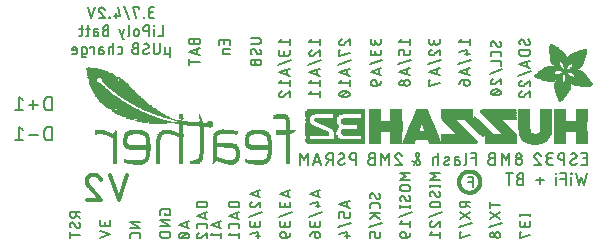
<source format=gbr>
G04 EAGLE Gerber RS-274X export*
G75*
%MOMM*%
%FSLAX34Y34*%
%LPD*%
%INSilkscreen Bottom*%
%IPPOS*%
%AMOC8*
5,1,8,0,0,1.08239X$1,22.5*%
G01*
%ADD10C,0.127000*%
%ADD11C,0.152400*%
%ADD12C,0.355600*%
%ADD13R,0.007600X0.068600*%
%ADD14R,0.007600X0.114300*%
%ADD15R,0.007700X0.152400*%
%ADD16R,0.007600X0.182900*%
%ADD17R,0.007600X0.205700*%
%ADD18R,0.007600X0.228600*%
%ADD19R,0.007600X0.259100*%
%ADD20R,0.007700X0.274300*%
%ADD21R,0.007600X0.289500*%
%ADD22R,0.007600X0.304800*%
%ADD23R,0.007600X0.320100*%
%ADD24R,0.007600X0.342900*%
%ADD25R,0.007700X0.350500*%
%ADD26R,0.007600X0.365800*%
%ADD27R,0.007600X0.381000*%
%ADD28R,0.007600X0.388600*%
%ADD29R,0.007600X0.403800*%
%ADD30R,0.007700X0.419100*%
%ADD31R,0.007600X0.426700*%
%ADD32R,0.007600X0.441900*%
%ADD33R,0.007600X0.449600*%
%ADD34R,0.007600X0.464800*%
%ADD35R,0.007700X0.480000*%
%ADD36R,0.007600X0.487600*%
%ADD37R,0.007600X0.495300*%
%ADD38R,0.007600X0.510500*%
%ADD39R,0.007600X0.518100*%
%ADD40R,0.007700X0.525700*%
%ADD41R,0.007600X0.541000*%
%ADD42R,0.007600X0.548600*%
%ADD43R,0.007600X0.563800*%
%ADD44R,0.007600X0.571500*%
%ADD45R,0.007700X0.579100*%
%ADD46R,0.007600X0.594300*%
%ADD47R,0.007600X0.601900*%
%ADD48R,0.007600X0.609600*%
%ADD49R,0.007600X0.624800*%
%ADD50R,0.007700X0.632400*%
%ADD51R,0.007600X0.640000*%
%ADD52R,0.007600X0.655300*%
%ADD53R,0.007600X0.662900*%
%ADD54R,0.007600X0.678100*%
%ADD55R,0.007700X0.685800*%
%ADD56R,0.007600X0.693400*%
%ADD57R,0.007600X0.708600*%
%ADD58R,0.007600X0.716200*%
%ADD59R,0.007600X0.723900*%
%ADD60R,0.007700X0.739100*%
%ADD61R,0.007600X0.746700*%
%ADD62R,0.007600X0.754300*%
%ADD63R,0.007600X0.769600*%
%ADD64R,0.007600X0.777200*%
%ADD65R,0.007700X0.792400*%
%ADD66R,0.007600X0.800100*%
%ADD67R,0.007600X0.807700*%
%ADD68R,0.007600X0.822900*%
%ADD69R,0.007600X0.830500*%
%ADD70R,0.007700X0.838200*%
%ADD71R,0.007600X0.091500*%
%ADD72R,0.007600X0.853400*%
%ADD73R,0.007600X0.144700*%
%ADD74R,0.007600X0.861000*%
%ADD75R,0.007600X0.190500*%
%ADD76R,0.007600X0.876300*%
%ADD77R,0.007600X0.221000*%
%ADD78R,0.007600X0.883900*%
%ADD79R,0.007700X0.259000*%
%ADD80R,0.007700X0.891500*%
%ADD81R,0.007600X0.289600*%
%ADD82R,0.007600X0.906700*%
%ADD83R,0.007600X0.914400*%
%ADD84R,0.007600X0.350500*%
%ADD85R,0.007600X0.922000*%
%ADD86R,0.007600X0.937200*%
%ADD87R,0.007700X0.411400*%
%ADD88R,0.007700X0.944800*%
%ADD89R,0.007600X0.434300*%
%ADD90R,0.007600X0.952500*%
%ADD91R,0.007600X0.464900*%
%ADD92R,0.007600X0.967700*%
%ADD93R,0.007600X0.975300*%
%ADD94R,0.007600X0.518200*%
%ADD95R,0.007600X0.990600*%
%ADD96R,0.007700X0.548600*%
%ADD97R,0.007700X0.998200*%
%ADD98R,0.007600X1.005800*%
%ADD99R,0.007600X0.594400*%
%ADD100R,0.007600X1.021000*%
%ADD101R,0.007600X0.617200*%
%ADD102R,0.007600X1.028700*%
%ADD103R,0.007600X0.647700*%
%ADD104R,0.007600X1.036300*%
%ADD105R,0.007700X0.670500*%
%ADD106R,0.007700X1.051500*%
%ADD107R,0.007600X1.059100*%
%ADD108R,0.007600X0.716300*%
%ADD109R,0.007600X1.066800*%
%ADD110R,0.007600X0.739100*%
%ADD111R,0.007600X1.074400*%
%ADD112R,0.007600X0.762000*%
%ADD113R,0.007600X1.089600*%
%ADD114R,0.007700X0.784800*%
%ADD115R,0.007700X1.097200*%
%ADD116R,0.007600X1.104900*%
%ADD117R,0.007600X0.830600*%
%ADD118R,0.007600X1.112500*%
%ADD119R,0.007600X0.845800*%
%ADD120R,0.007600X1.120100*%
%ADD121R,0.007600X0.868700*%
%ADD122R,0.007600X1.127700*%
%ADD123R,0.007700X1.135300*%
%ADD124R,0.007600X1.143000*%
%ADD125R,0.007600X0.944900*%
%ADD126R,0.007600X1.150600*%
%ADD127R,0.007600X0.960100*%
%ADD128R,0.007600X1.158200*%
%ADD129R,0.007600X0.983000*%
%ADD130R,0.007600X1.165800*%
%ADD131R,0.007700X1.005900*%
%ADD132R,0.007700X1.173400*%
%ADD133R,0.007600X1.021100*%
%ADD134R,0.007600X1.181100*%
%ADD135R,0.007600X1.044000*%
%ADD136R,0.007600X1.188700*%
%ADD137R,0.007600X1.196300*%
%ADD138R,0.007600X1.082000*%
%ADD139R,0.007600X1.203900*%
%ADD140R,0.007700X1.104900*%
%ADD141R,0.007700X1.211500*%
%ADD142R,0.007600X1.211500*%
%ADD143R,0.007600X1.219200*%
%ADD144R,0.007600X1.226800*%
%ADD145R,0.007600X1.234400*%
%ADD146R,0.007700X1.188700*%
%ADD147R,0.007700X1.242000*%
%ADD148R,0.007600X1.242000*%
%ADD149R,0.007600X1.211600*%
%ADD150R,0.007600X1.249600*%
%ADD151R,0.007600X1.257300*%
%ADD152R,0.007600X1.264900*%
%ADD153R,0.007700X1.242100*%
%ADD154R,0.007700X1.264900*%
%ADD155R,0.007600X1.272500*%
%ADD156R,0.007600X1.265000*%
%ADD157R,0.007600X1.280100*%
%ADD158R,0.007600X1.272600*%
%ADD159R,0.007600X1.287700*%
%ADD160R,0.007600X1.287800*%
%ADD161R,0.007700X1.295400*%
%ADD162R,0.007600X1.303000*%
%ADD163R,0.007600X1.318200*%
%ADD164R,0.007600X1.310600*%
%ADD165R,0.007600X1.325900*%
%ADD166R,0.007700X1.341100*%
%ADD167R,0.007700X1.318200*%
%ADD168R,0.007600X1.341100*%
%ADD169R,0.007600X1.325800*%
%ADD170R,0.007600X1.348700*%
%ADD171R,0.007600X1.364000*%
%ADD172R,0.007600X1.333500*%
%ADD173R,0.007700X1.371600*%
%ADD174R,0.007600X1.379200*%
%ADD175R,0.007600X1.379300*%
%ADD176R,0.007600X1.386900*%
%ADD177R,0.007600X1.394500*%
%ADD178R,0.007600X1.356300*%
%ADD179R,0.007700X1.394400*%
%ADD180R,0.007700X1.356300*%
%ADD181R,0.007600X1.402000*%
%ADD182R,0.007600X1.409700*%
%ADD183R,0.007600X1.363900*%
%ADD184R,0.007600X1.417300*%
%ADD185R,0.007600X1.371600*%
%ADD186R,0.007700X1.424900*%
%ADD187R,0.007600X1.424900*%
%ADD188R,0.007600X1.432600*%
%ADD189R,0.007600X1.440200*%
%ADD190R,0.007600X1.386800*%
%ADD191R,0.007700X1.447800*%
%ADD192R,0.007700X1.386800*%
%ADD193R,0.007600X1.447800*%
%ADD194R,0.007600X1.455500*%
%ADD195R,0.007600X1.394400*%
%ADD196R,0.007600X1.463100*%
%ADD197R,0.007700X1.455400*%
%ADD198R,0.007600X1.463000*%
%ADD199R,0.007600X1.470600*%
%ADD200R,0.007700X1.470600*%
%ADD201R,0.007700X1.409700*%
%ADD202R,0.007600X1.470700*%
%ADD203R,0.007600X1.402100*%
%ADD204R,0.007600X1.478300*%
%ADD205R,0.007700X1.478300*%
%ADD206R,0.007700X1.402100*%
%ADD207R,0.007600X1.485900*%
%ADD208R,0.007700X1.485900*%
%ADD209R,0.007700X1.493500*%
%ADD210R,0.007600X1.493500*%
%ADD211R,0.007700X1.394500*%
%ADD212R,0.007700X1.493600*%
%ADD213R,0.007700X1.386900*%
%ADD214R,0.007700X1.379200*%
%ADD215R,0.007700X2.857500*%
%ADD216R,0.007600X2.857500*%
%ADD217R,0.007600X2.849900*%
%ADD218R,0.007600X2.842300*%
%ADD219R,0.007700X2.834700*%
%ADD220R,0.007600X2.827000*%
%ADD221R,0.007600X2.819400*%
%ADD222R,0.007600X2.811800*%
%ADD223R,0.007700X2.811800*%
%ADD224R,0.007600X2.804100*%
%ADD225R,0.007600X2.796500*%
%ADD226R,0.007600X1.966000*%
%ADD227R,0.007600X1.943100*%
%ADD228R,0.007600X0.754400*%
%ADD229R,0.007700X1.927900*%
%ADD230R,0.007700X0.746700*%
%ADD231R,0.007600X1.912600*%
%ADD232R,0.007600X0.731500*%
%ADD233R,0.007600X1.905000*%
%ADD234R,0.007600X1.882200*%
%ADD235R,0.007600X1.874600*%
%ADD236R,0.007700X1.866900*%
%ADD237R,0.007700X0.708700*%
%ADD238R,0.007600X1.851600*%
%ADD239R,0.007600X0.701100*%
%ADD240R,0.007600X1.844000*%
%ADD241R,0.007600X1.836400*%
%ADD242R,0.007600X1.821200*%
%ADD243R,0.007600X0.685800*%
%ADD244R,0.007700X1.813500*%
%ADD245R,0.007600X1.805900*%
%ADD246R,0.007600X0.678200*%
%ADD247R,0.007600X1.790700*%
%ADD248R,0.007600X0.670600*%
%ADD249R,0.007600X1.775500*%
%ADD250R,0.007700X1.767900*%
%ADD251R,0.007700X0.663000*%
%ADD252R,0.007600X1.760200*%
%ADD253R,0.007600X1.752600*%
%ADD254R,0.007600X0.937300*%
%ADD255R,0.007600X0.792500*%
%ADD256R,0.007600X0.899100*%
%ADD257R,0.007700X0.883900*%
%ADD258R,0.007700X0.716300*%
%ADD259R,0.007700X0.647700*%
%ADD260R,0.007600X0.640100*%
%ADD261R,0.007600X0.632500*%
%ADD262R,0.007600X0.655400*%
%ADD263R,0.007600X0.632400*%
%ADD264R,0.007700X0.845800*%
%ADD265R,0.007700X0.617200*%
%ADD266R,0.007700X0.624800*%
%ADD267R,0.007600X0.602000*%
%ADD268R,0.007600X0.838200*%
%ADD269R,0.007600X0.586700*%
%ADD270R,0.007600X0.548700*%
%ADD271R,0.007700X0.830500*%
%ADD272R,0.007700X0.541000*%
%ADD273R,0.007700X0.594300*%
%ADD274R,0.007600X0.525800*%
%ADD275R,0.007600X0.586800*%
%ADD276R,0.007600X0.815300*%
%ADD277R,0.007600X0.579200*%
%ADD278R,0.007600X0.815400*%
%ADD279R,0.007700X0.815400*%
%ADD280R,0.007700X0.571500*%
%ADD281R,0.007600X0.807800*%
%ADD282R,0.007600X0.563900*%
%ADD283R,0.007600X0.457200*%
%ADD284R,0.007600X0.442000*%
%ADD285R,0.007600X0.556300*%
%ADD286R,0.007700X0.807700*%
%ADD287R,0.007600X0.411500*%
%ADD288R,0.007600X0.533400*%
%ADD289R,0.007600X0.076200*%
%ADD290R,0.007600X0.403900*%
%ADD291R,0.007600X0.525700*%
%ADD292R,0.007600X0.388700*%
%ADD293R,0.007600X0.297200*%
%ADD294R,0.007700X0.373400*%
%ADD295R,0.007700X0.503000*%
%ADD296R,0.007700X0.426800*%
%ADD297R,0.007600X0.358100*%
%ADD298R,0.007600X0.502900*%
%ADD299R,0.007600X0.472400*%
%ADD300R,0.007600X0.487700*%
%ADD301R,0.007600X0.335300*%
%ADD302R,0.007700X0.792500*%
%ADD303R,0.007700X0.327600*%
%ADD304R,0.007700X0.472400*%
%ADD305R,0.007700X0.640000*%
%ADD306R,0.007600X0.784800*%
%ADD307R,0.007600X0.320000*%
%ADD308R,0.007600X0.792400*%
%ADD309R,0.007600X1.173400*%
%ADD310R,0.007600X1.196400*%
%ADD311R,0.007600X0.784900*%
%ADD312R,0.007700X0.784900*%
%ADD313R,0.007700X0.297200*%
%ADD314R,0.007600X1.249700*%
%ADD315R,0.007600X0.281900*%
%ADD316R,0.007600X1.295400*%
%ADD317R,0.007600X0.266700*%
%ADD318R,0.007700X0.777300*%
%ADD319R,0.007700X0.266700*%
%ADD320R,0.007700X1.333500*%
%ADD321R,0.007600X0.777300*%
%ADD322R,0.007600X1.348800*%
%ADD323R,0.007600X0.251500*%
%ADD324R,0.007700X0.243900*%
%ADD325R,0.007600X0.243900*%
%ADD326R,0.007600X1.440100*%
%ADD327R,0.007600X0.236200*%
%ADD328R,0.007700X0.762000*%
%ADD329R,0.007700X0.236200*%
%ADD330R,0.007700X1.508700*%
%ADD331R,0.007600X1.531600*%
%ADD332R,0.007600X1.546900*%
%ADD333R,0.007600X1.569700*%
%ADD334R,0.007600X1.585000*%
%ADD335R,0.007700X0.746800*%
%ADD336R,0.007700X1.607800*%
%ADD337R,0.007600X0.243800*%
%ADD338R,0.007600X1.630700*%
%ADD339R,0.007600X1.653500*%
%ADD340R,0.007600X0.739200*%
%ADD341R,0.007600X1.684000*%
%ADD342R,0.007600X2.019300*%
%ADD343R,0.007700X0.731500*%
%ADD344R,0.007700X2.026900*%
%ADD345R,0.007600X2.049800*%
%ADD346R,0.007600X2.057400*%
%ADD347R,0.007600X0.708700*%
%ADD348R,0.007600X2.072600*%
%ADD349R,0.007600X0.701000*%
%ADD350R,0.007600X2.095500*%
%ADD351R,0.007700X0.693500*%
%ADD352R,0.007700X2.110800*%
%ADD353R,0.007600X2.141200*%
%ADD354R,0.007600X0.060900*%
%ADD355R,0.007600X2.872700*%
%ADD356R,0.007600X3.124200*%
%ADD357R,0.007600X3.177600*%
%ADD358R,0.007700X3.215600*%
%ADD359R,0.007600X3.253700*%
%ADD360R,0.007600X3.284300*%
%ADD361R,0.007600X3.314700*%
%ADD362R,0.007600X3.352800*%
%ADD363R,0.007700X3.375600*%
%ADD364R,0.007600X3.406200*%
%ADD365R,0.007600X3.429000*%
%ADD366R,0.007600X3.451800*%
%ADD367R,0.007600X3.482400*%
%ADD368R,0.007700X1.828800*%
%ADD369R,0.007700X1.539300*%
%ADD370R,0.007600X1.767900*%
%ADD371R,0.007600X1.767800*%
%ADD372R,0.007700X1.760200*%
%ADD373R,0.007600X1.760300*%
%ADD374R,0.007700X1.775400*%
%ADD375R,0.007700X1.379300*%
%ADD376R,0.007600X1.783000*%
%ADD377R,0.007600X1.813500*%
%ADD378R,0.007700X1.821100*%
%ADD379R,0.007600X0.503000*%
%ADD380R,0.007600X1.135400*%
%ADD381R,0.007700X1.127700*%
%ADD382R,0.007700X0.487700*%
%ADD383R,0.007600X1.120200*%
%ADD384R,0.007600X1.097300*%
%ADD385R,0.007600X0.510600*%
%ADD386R,0.007700X1.074400*%
%ADD387R,0.007700X0.525800*%
%ADD388R,0.007700X1.440200*%
%ADD389R,0.007600X1.059200*%
%ADD390R,0.007600X1.051600*%
%ADD391R,0.007600X1.051500*%
%ADD392R,0.007700X1.043900*%
%ADD393R,0.007700X0.602000*%
%ADD394R,0.007600X1.524000*%
%ADD395R,0.007600X1.539300*%
%ADD396R,0.007600X1.592600*%
%ADD397R,0.007700X1.021100*%
%ADD398R,0.007700X1.615400*%
%ADD399R,0.007600X1.013400*%
%ADD400R,0.007600X1.653600*%
%ADD401R,0.007600X1.013500*%
%ADD402R,0.007600X1.699300*%
%ADD403R,0.007600X2.743200*%
%ADD404R,0.007600X1.005900*%
%ADD405R,0.007600X2.415500*%
%ADD406R,0.007700X1.005800*%
%ADD407R,0.007700X0.281900*%
%ADD408R,0.007700X2.408000*%
%ADD409R,0.007600X2.407900*%
%ADD410R,0.007600X0.998200*%
%ADD411R,0.007600X0.282000*%
%ADD412R,0.007600X0.998300*%
%ADD413R,0.007600X2.400300*%
%ADD414R,0.007700X0.289500*%
%ADD415R,0.007700X2.400300*%
%ADD416R,0.007600X0.297100*%
%ADD417R,0.007600X0.312400*%
%ADD418R,0.007600X2.392700*%
%ADD419R,0.007700X0.990600*%
%ADD420R,0.007700X0.327700*%
%ADD421R,0.007700X2.392700*%
%ADD422R,0.007600X2.385100*%
%ADD423R,0.007700X0.381000*%
%ADD424R,0.007700X2.377400*%
%ADD425R,0.007600X2.377400*%
%ADD426R,0.007600X2.369800*%
%ADD427R,0.007600X0.419100*%
%ADD428R,0.007600X2.362200*%
%ADD429R,0.007600X0.426800*%
%ADD430R,0.007700X1.036300*%
%ADD431R,0.007700X0.442000*%
%ADD432R,0.007700X2.354600*%
%ADD433R,0.007600X2.354600*%
%ADD434R,0.007600X0.480100*%
%ADD435R,0.007600X2.347000*%
%ADD436R,0.007600X1.074500*%
%ADD437R,0.007600X2.339400*%
%ADD438R,0.007700X1.082100*%
%ADD439R,0.007700X0.548700*%
%ADD440R,0.007700X2.331800*%
%ADD441R,0.007600X2.331800*%
%ADD442R,0.007600X0.624900*%
%ADD443R,0.007600X2.324100*%
%ADD444R,0.007600X1.859300*%
%ADD445R,0.007600X2.308800*%
%ADD446R,0.007700X2.301200*%
%ADD447R,0.007600X2.301200*%
%ADD448R,0.007600X2.293600*%
%ADD449R,0.007600X2.278400*%
%ADD450R,0.007600X1.889800*%
%ADD451R,0.007600X2.270700*%
%ADD452R,0.007700X1.897400*%
%ADD453R,0.007700X2.255500*%
%ADD454R,0.007600X1.897400*%
%ADD455R,0.007600X2.247900*%
%ADD456R,0.007600X2.232600*%
%ADD457R,0.007600X1.912700*%
%ADD458R,0.007600X2.209800*%
%ADD459R,0.007600X1.920300*%
%ADD460R,0.007600X2.186900*%
%ADD461R,0.007700X1.920300*%
%ADD462R,0.007700X2.171700*%
%ADD463R,0.007600X1.935500*%
%ADD464R,0.007600X2.148800*%
%ADD465R,0.007600X2.126000*%
%ADD466R,0.007600X1.950700*%
%ADD467R,0.007700X1.958400*%
%ADD468R,0.007700X2.042200*%
%ADD469R,0.007600X1.973600*%
%ADD470R,0.007600X1.996500*%
%ADD471R,0.007600X1.981200*%
%ADD472R,0.007600X1.988800*%
%ADD473R,0.007700X1.996400*%
%ADD474R,0.007600X1.996400*%
%ADD475R,0.007600X2.004100*%
%ADD476R,0.007600X1.874500*%
%ADD477R,0.007600X1.425000*%
%ADD478R,0.007600X2.026900*%
%ADD479R,0.007700X0.434400*%
%ADD480R,0.007700X1.364000*%
%ADD481R,0.007600X2.034500*%
%ADD482R,0.007600X0.434400*%
%ADD483R,0.007600X2.049700*%
%ADD484R,0.007700X2.065000*%
%ADD485R,0.007700X0.464800*%
%ADD486R,0.007700X1.196300*%
%ADD487R,0.007600X2.080300*%
%ADD488R,0.007600X1.158300*%
%ADD489R,0.007600X2.087900*%
%ADD490R,0.007600X0.472500*%
%ADD491R,0.007600X2.103100*%
%ADD492R,0.007600X2.118400*%
%ADD493R,0.007600X2.133600*%
%ADD494R,0.007700X2.148800*%
%ADD495R,0.007600X2.164000*%
%ADD496R,0.007600X2.171700*%
%ADD497R,0.007600X2.187000*%
%ADD498R,0.007600X0.556200*%
%ADD499R,0.007700X2.202200*%
%ADD500R,0.007700X0.556200*%
%ADD501R,0.007700X0.640100*%
%ADD502R,0.007600X0.579100*%
%ADD503R,0.007600X0.480000*%
%ADD504R,0.007700X1.752600*%
%ADD505R,0.007700X0.487600*%
%ADD506R,0.007700X0.594400*%
%ADD507R,0.007700X0.358100*%
%ADD508R,0.007600X0.099000*%
%ADD509R,0.007600X1.280200*%
%ADD510R,0.007600X1.745000*%
%ADD511R,0.007600X1.744900*%
%ADD512R,0.007700X1.737300*%
%ADD513R,0.007600X1.737400*%
%ADD514R,0.007600X1.729800*%
%ADD515R,0.007600X1.722200*%
%ADD516R,0.007600X1.722100*%
%ADD517R,0.007700X1.714500*%
%ADD518R,0.007700X1.356400*%
%ADD519R,0.007600X1.706900*%
%ADD520R,0.007600X1.356400*%
%ADD521R,0.007600X1.691700*%
%ADD522R,0.007700X1.668800*%
%ADD523R,0.007600X1.645900*%
%ADD524R,0.007600X1.623100*%
%ADD525R,0.007600X1.577400*%
%ADD526R,0.007600X1.554400*%
%ADD527R,0.007600X1.539200*%
%ADD528R,0.007700X1.524000*%
%ADD529R,0.007600X1.501100*%
%ADD530R,0.007600X1.455400*%
%ADD531R,0.007700X1.348800*%
%ADD532R,0.007600X1.318300*%
%ADD533R,0.007700X1.310600*%
%ADD534R,0.007700X1.287800*%
%ADD535R,0.007600X1.234500*%
%ADD536R,0.007600X1.226900*%
%ADD537R,0.007700X1.173500*%
%ADD538R,0.007600X1.173500*%
%ADD539R,0.007600X1.165900*%
%ADD540R,0.007700X1.143000*%
%ADD541R,0.007600X1.127800*%
%ADD542R,0.007600X1.097200*%
%ADD543R,0.007700X1.028700*%
%ADD544R,0.007600X0.982900*%
%ADD545R,0.007700X0.952500*%
%ADD546R,0.007600X0.929600*%
%ADD547R,0.007700X0.906800*%
%ADD548R,0.007600X0.906800*%
%ADD549R,0.007600X0.899200*%
%ADD550R,0.007600X0.884000*%
%ADD551R,0.007700X0.876300*%
%ADD552R,0.007700X0.830600*%
%ADD553R,0.007700X0.754400*%
%ADD554R,0.007600X0.746800*%
%ADD555R,0.007700X0.708600*%
%ADD556R,0.007700X0.678200*%
%ADD557R,0.007600X0.663000*%
%ADD558R,0.007700X0.632500*%
%ADD559R,0.007700X0.556300*%
%ADD560R,0.007700X0.518200*%
%ADD561R,0.007700X0.434300*%
%ADD562R,0.007700X0.396300*%
%ADD563R,0.007600X0.373300*%
%ADD564R,0.007600X0.365700*%
%ADD565R,0.007600X0.327700*%
%ADD566R,0.007700X0.304800*%
%ADD567R,0.007600X0.274300*%
%ADD568R,0.007700X0.243800*%
%ADD569R,0.007600X0.205800*%
%ADD570R,0.007600X0.152400*%
%ADD571R,0.007700X0.121900*%
%ADD572C,0.304800*%
%ADD573C,0.203200*%
%ADD574R,0.182878X0.020319*%
%ADD575R,0.792478X0.020322*%
%ADD576R,0.447041X0.020322*%
%ADD577R,0.792481X0.020322*%
%ADD578R,0.325122X0.020319*%
%ADD579R,1.097278X0.020319*%
%ADD580R,0.629919X0.020319*%
%ADD581R,0.020319X0.020319*%
%ADD582R,0.568963X0.020319*%
%ADD583R,0.325119X0.020319*%
%ADD584R,1.097281X0.020319*%
%ADD585R,0.325122X0.020322*%
%ADD586R,1.300478X0.020322*%
%ADD587R,0.751841X0.020322*%
%ADD588R,0.040641X0.020322*%
%ADD589R,0.670563X0.020322*%
%ADD590R,0.325119X0.020322*%
%ADD591R,1.300481X0.020322*%
%ADD592R,1.442719X0.020319*%
%ADD593R,0.873759X0.020319*%
%ADD594R,0.060959X0.020319*%
%ADD595R,0.731522X0.020319*%
%ADD596R,1.442722X0.020319*%
%ADD597R,1.605278X0.020319*%
%ADD598R,0.975359X0.020319*%
%ADD599R,0.081278X0.020319*%
%ADD600R,0.772163X0.020319*%
%ADD601R,1.584963X0.020319*%
%ADD602R,1.706881X0.020322*%
%ADD603R,1.056641X0.020322*%
%ADD604R,0.101600X0.020322*%
%ADD605R,1.706878X0.020322*%
%ADD606R,1.828800X0.020319*%
%ADD607R,1.158241X0.020319*%
%ADD608R,0.121919X0.020319*%
%ADD609R,0.833122X0.020319*%
%ADD610R,1.889759X0.020322*%
%ADD611R,1.239519X0.020322*%
%ADD612R,0.121919X0.020322*%
%ADD613R,0.853441X0.020322*%
%ADD614R,1.889763X0.020322*%
%ADD615R,1.910078X0.020319*%
%ADD616R,1.300481X0.020319*%
%ADD617R,0.142241X0.020319*%
%ADD618R,0.873762X0.020319*%
%ADD619R,1.910081X0.020319*%
%ADD620R,1.930400X0.020319*%
%ADD621R,1.381759X0.020319*%
%ADD622R,0.162559X0.020319*%
%ADD623R,0.894081X0.020319*%
%ADD624R,1.950719X0.020322*%
%ADD625R,1.463041X0.020322*%
%ADD626R,0.182878X0.020322*%
%ADD627R,0.914400X0.020322*%
%ADD628R,1.950722X0.020322*%
%ADD629R,1.971041X0.020319*%
%ADD630R,1.524000X0.020319*%
%ADD631R,0.203200X0.020319*%
%ADD632R,0.934722X0.020319*%
%ADD633R,1.991359X0.020322*%
%ADD634R,1.584959X0.020322*%
%ADD635R,0.223519X0.020322*%
%ADD636R,0.934719X0.020322*%
%ADD637R,1.991363X0.020322*%
%ADD638R,2.011678X0.020319*%
%ADD639R,1.625600X0.020319*%
%ADD640R,0.243841X0.020319*%
%ADD641R,0.853441X0.020319*%
%ADD642R,2.011681X0.020319*%
%ADD643R,2.032000X0.020319*%
%ADD644R,1.706881X0.020319*%
%ADD645R,0.264159X0.020319*%
%ADD646R,0.751841X0.020319*%
%ADD647R,2.032000X0.020322*%
%ADD648R,0.568959X0.020322*%
%ADD649R,1.036322X0.020322*%
%ADD650R,0.284478X0.020322*%
%ADD651R,0.690881X0.020322*%
%ADD652R,0.548641X0.020319*%
%ADD653R,0.528319X0.020319*%
%ADD654R,0.487678X0.020319*%
%ADD655R,0.914400X0.020319*%
%ADD656R,0.284478X0.020319*%
%ADD657R,0.589281X0.020319*%
%ADD658R,0.528322X0.020319*%
%ADD659R,0.487678X0.020322*%
%ADD660R,1.158241X0.020322*%
%ADD661R,0.528319X0.020322*%
%ADD662R,0.487681X0.020322*%
%ADD663R,0.284481X0.020322*%
%ADD664R,0.467363X0.020319*%
%ADD665R,0.101600X0.020319*%
%ADD666R,0.426722X0.020319*%
%ADD667R,1.056641X0.020319*%
%ADD668R,0.467359X0.020319*%
%ADD669R,0.406400X0.020319*%
%ADD670R,0.447041X0.020319*%
%ADD671R,0.426719X0.020319*%
%ADD672R,0.406400X0.020322*%
%ADD673R,0.386081X0.020322*%
%ADD674R,0.894078X0.020322*%
%ADD675R,0.386081X0.020319*%
%ADD676R,0.365759X0.020319*%
%ADD677R,0.812800X0.020319*%
%ADD678R,0.386078X0.020322*%
%ADD679R,0.365759X0.020322*%
%ADD680R,0.670559X0.020319*%
%ADD681R,0.345438X0.020319*%
%ADD682R,0.609600X0.020319*%
%ADD683R,0.345438X0.020322*%
%ADD684R,0.548641X0.020322*%
%ADD685R,0.365762X0.020322*%
%ADD686R,0.345441X0.020319*%
%ADD687R,0.345441X0.020322*%
%ADD688R,0.426719X0.020322*%
%ADD689R,0.304800X0.020319*%
%ADD690R,0.304800X0.020322*%
%ADD691R,1.727200X0.020322*%
%ADD692R,1.849122X0.020319*%
%ADD693R,1.849119X0.020319*%
%ADD694R,1.971041X0.020322*%
%ADD695R,1.971037X0.020322*%
%ADD696R,2.052322X0.020322*%
%ADD697R,0.467363X0.020322*%
%ADD698R,2.052319X0.020322*%
%ADD699R,2.092959X0.020319*%
%ADD700R,2.113281X0.020319*%
%ADD701R,0.589278X0.020319*%
%ADD702R,2.113278X0.020319*%
%ADD703R,2.133600X0.020322*%
%ADD704R,2.153922X0.020319*%
%ADD705R,1.198881X0.020319*%
%ADD706R,2.153919X0.020319*%
%ADD707R,2.174241X0.020322*%
%ADD708R,1.503678X0.020322*%
%ADD709R,2.174238X0.020322*%
%ADD710R,2.194559X0.020319*%
%ADD711R,2.214881X0.020322*%
%ADD712R,2.072641X0.020322*%
%ADD713R,2.214878X0.020322*%
%ADD714R,2.214881X0.020319*%
%ADD715R,2.052319X0.020319*%
%ADD716R,2.214878X0.020319*%
%ADD717R,2.235200X0.020322*%
%ADD718R,0.508000X0.020319*%
%ADD719R,0.426722X0.020322*%
%ADD720R,1.869441X0.020322*%
%ADD721R,1.808478X0.020319*%
%ADD722R,1.747519X0.020319*%
%ADD723R,1.625600X0.020322*%
%ADD724R,0.487681X0.020319*%
%ADD725R,0.467359X0.020322*%
%ADD726R,0.365762X0.020319*%
%ADD727R,0.629919X0.020322*%
%ADD728R,0.386078X0.020319*%
%ADD729R,0.711200X0.020319*%
%ADD730R,0.670559X0.020322*%
%ADD731R,0.772159X0.020322*%
%ADD732R,0.731519X0.020319*%
%ADD733R,0.447038X0.020322*%
%ADD734R,0.873759X0.020322*%
%ADD735R,0.955041X0.020319*%
%ADD736R,0.568959X0.020319*%
%ADD737R,0.548638X0.020319*%
%ADD738R,1.178559X0.020322*%
%ADD739R,0.650241X0.020322*%
%ADD740R,0.995678X0.020322*%
%ADD741R,0.508000X0.020322*%
%ADD742R,1.219200X0.020319*%
%ADD743R,1.402081X0.020319*%
%ADD744R,1.910078X0.020322*%
%ADD745R,1.910081X0.020322*%
%ADD746R,0.243841X0.020322*%
%ADD747R,1.361441X0.020322*%
%ADD748R,1.280159X0.020319*%
%ADD749R,1.869441X0.020319*%
%ADD750R,1.645922X0.020319*%
%ADD751R,0.223519X0.020319*%
%ADD752R,1.341122X0.020319*%
%ADD753R,1.320800X0.020319*%
%ADD754R,1.584959X0.020319*%
%ADD755R,1.341119X0.020322*%
%ADD756R,1.808478X0.020322*%
%ADD757R,1.524000X0.020322*%
%ADD758R,1.808481X0.020322*%
%ADD759R,0.203200X0.020322*%
%ADD760R,1.259841X0.020322*%
%ADD761R,1.767841X0.020319*%
%ADD762R,1.483359X0.020319*%
%ADD763R,1.767838X0.020319*%
%ADD764R,0.182881X0.020319*%
%ADD765R,1.402081X0.020322*%
%ADD766R,1.849119X0.020322*%
%ADD767R,1.422400X0.020322*%
%ADD768R,0.162559X0.020322*%
%ADD769R,1.178562X0.020322*%
%ADD770R,1.686559X0.020319*%
%ADD771R,1.361441X0.020319*%
%ADD772R,1.686563X0.020319*%
%ADD773R,1.137922X0.020319*%
%ADD774R,1.300478X0.020319*%
%ADD775R,1.605281X0.020319*%
%ADD776R,1.503681X0.020322*%
%ADD777R,1.564641X0.020322*%
%ADD778R,1.788159X0.020322*%
%ADD779R,1.219200X0.020322*%
%ADD780R,1.564638X0.020322*%
%ADD781R,1.544319X0.020319*%
%ADD782R,1.137919X0.020319*%
%ADD783R,1.483363X0.020319*%
%ADD784R,0.081281X0.020319*%
%ADD785R,1.016000X0.020319*%
%ADD786R,1.402078X0.020322*%
%ADD787R,1.666241X0.020322*%
%ADD788R,1.381759X0.020322*%
%ADD789R,0.081281X0.020322*%
%ADD790R,0.955041X0.020322*%
%ADD791R,1.564638X0.020319*%
%ADD792R,1.645919X0.020319*%
%ADD793R,1.178559X0.020319*%
%ADD794R,0.040641X0.020319*%
%ADD795R,0.975359X0.020322*%
%ADD796R,1.239522X0.020322*%
%ADD797R,0.020319X0.020322*%
%ADD798R,0.772163X0.020322*%
%ADD799R,0.670563X0.020319*%
%ADD800R,1.036322X0.020319*%
%ADD801R,0.182881X0.020322*%
%ADD802R,1.117600X0.020319*%
%ADD803R,2.336800X0.020319*%
%ADD804R,2.479038X0.020322*%
%ADD805R,2.824478X0.020319*%
%ADD806R,2.824478X0.020322*%
%ADD807R,2.824481X0.020319*%
%ADD808R,2.946400X0.020319*%
%ADD809R,3.048000X0.020322*%
%ADD810R,0.264159X0.020322*%
%ADD811R,3.149600X0.020319*%
%ADD812R,2.438400X0.020322*%
%ADD813R,0.284481X0.020319*%
%ADD814R,3.962400X0.020319*%
%ADD815R,1.564641X0.020319*%
%ADD816R,1.950719X0.020319*%
%ADD817R,0.264163X0.020322*%
%ADD818R,1.076959X0.020322*%
%ADD819R,0.589281X0.020322*%
%ADD820R,0.264163X0.020319*%
%ADD821R,0.792478X0.020319*%
%ADD822R,1.666241X0.020319*%
%ADD823R,0.833119X0.020319*%
%ADD824R,1.544322X0.020322*%
%ADD825R,1.036319X0.020322*%
%ADD826R,1.239519X0.020319*%
%ADD827R,1.259838X0.020319*%
%ADD828R,1.422400X0.020319*%
%ADD829R,0.223522X0.020322*%
%ADD830R,2.722881X0.020322*%
%ADD831R,0.223522X0.020319*%
%ADD832R,2.702559X0.020319*%
%ADD833R,2.580641X0.020322*%
%ADD834R,2.438400X0.020319*%
%ADD835R,2.275841X0.020319*%
%ADD836R,0.142241X0.020322*%
%ADD837R,2.153922X0.020322*%
%ADD838R,0.142238X0.020322*%
%ADD839R,0.162562X0.020319*%
%ADD840R,0.792481X0.020319*%
%ADD841R,1.544319X0.020322*%
%ADD842R,0.975363X0.020322*%
%ADD843R,1.341122X0.020322*%
%ADD844R,1.280159X0.020322*%
%ADD845R,0.121922X0.020319*%
%ADD846R,1.239522X0.020319*%
%ADD847R,1.361438X0.020319*%
%ADD848R,0.121922X0.020322*%
%ADD849R,2.397759X0.020322*%
%ADD850R,2.255519X0.020319*%
%ADD851R,1.991359X0.020319*%
%ADD852R,2.600959X0.020319*%
%ADD853R,1.198878X0.020322*%
%ADD854R,0.060963X0.020319*%
%ADD855R,1.158238X0.020322*%
%ADD856R,0.060963X0.020322*%
%ADD857R,0.589278X0.020322*%
%ADD858R,2.580641X0.020319*%
%ADD859R,0.650241X0.020319*%
%ADD860R,2.560322X0.020319*%
%ADD861R,2.560322X0.020322*%
%ADD862R,0.020322X0.020319*%
%ADD863R,0.690881X0.020319*%
%ADD864R,2.540000X0.020319*%
%ADD865R,0.020322X0.020322*%
%ADD866R,0.731519X0.020322*%
%ADD867R,2.540000X0.020322*%
%ADD868R,0.751838X0.020319*%
%ADD869R,2.519681X0.020319*%
%ADD870R,2.499359X0.020322*%
%ADD871R,2.479041X0.020319*%
%ADD872R,0.812800X0.020322*%
%ADD873R,2.479041X0.020322*%
%ADD874R,0.853438X0.020319*%
%ADD875R,2.458719X0.020319*%
%ADD876R,0.873762X0.020322*%
%ADD877R,2.458719X0.020322*%
%ADD878R,0.894078X0.020319*%
%ADD879R,0.934719X0.020319*%
%ADD880R,2.397763X0.020319*%
%ADD881R,2.397759X0.020319*%
%ADD882R,1.016000X0.020322*%
%ADD883R,2.377441X0.020322*%
%ADD884R,1.036319X0.020319*%
%ADD885R,2.072641X0.020319*%
%ADD886R,1.930400X0.020322*%
%ADD887R,1.808481X0.020319*%
%ADD888R,1.686559X0.020322*%
%ADD889R,1.137919X0.020322*%
%ADD890R,1.076959X0.020319*%
%ADD891R,1.056638X0.020319*%
%ADD892R,1.198878X0.020319*%
%ADD893R,1.137922X0.020322*%
%ADD894R,2.255522X0.020322*%
%ADD895R,1.158238X0.020319*%
%ADD896R,2.235200X0.020319*%
%ADD897R,1.076963X0.020322*%
%ADD898R,2.194559X0.020322*%
%ADD899R,2.174238X0.020319*%
%ADD900R,0.060959X0.020322*%
%ADD901R,1.280163X0.020319*%
%ADD902R,1.320800X0.020322*%
%ADD903R,2.113278X0.020322*%
%ADD904R,2.092963X0.020319*%
%ADD905R,1.361438X0.020322*%
%ADD906R,1.402078X0.020319*%
%ADD907R,2.072637X0.020319*%
%ADD908R,2.052322X0.020319*%
%ADD909R,1.442719X0.020322*%
%ADD910R,2.011681X0.020322*%
%ADD911R,1.463041X0.020319*%
%ADD912R,1.483359X0.020322*%
%ADD913R,1.463037X0.020319*%
%ADD914R,1.503678X0.020319*%
%ADD915R,1.117600X0.020322*%
%ADD916R,1.889759X0.020319*%
%ADD917R,1.869438X0.020319*%
%ADD918R,1.849122X0.020322*%
%ADD919R,1.280163X0.020322*%
%ADD920R,1.788159X0.020319*%
%ADD921R,1.767841X0.020322*%
%ADD922R,0.142238X0.020319*%
%ADD923R,1.463037X0.020322*%
%ADD924R,0.995681X0.020319*%
%ADD925R,0.081278X0.020322*%
%ADD926R,1.503681X0.020319*%
%ADD927R,1.544322X0.020319*%
%ADD928R,1.645919X0.020322*%
%ADD929R,1.605281X0.020322*%
%ADD930R,1.727200X0.020319*%
%ADD931R,0.162562X0.020322*%
%ADD932R,1.584963X0.020322*%
%ADD933R,1.605278X0.020322*%
%ADD934R,1.381763X0.020319*%
%ADD935R,1.666238X0.020319*%
%ADD936R,1.341119X0.020319*%
%ADD937R,1.828800X0.020322*%
%ADD938R,1.198881X0.020322*%
%ADD939R,1.056638X0.020322*%
%ADD940R,0.772159X0.020319*%
%ADD941R,1.097281X0.020322*%
%ADD942R,1.076963X0.020319*%
%ADD943R,1.259841X0.020319*%
%ADD944R,0.609600X0.020322*%
%ADD945R,0.731522X0.020322*%
%ADD946R,0.711200X0.020322*%
%ADD947R,0.690878X0.020319*%
%ADD948R,0.690878X0.020322*%
%ADD949R,0.243838X0.020319*%
%ADD950R,0.934722X0.020322*%
%ADD951R,2.133600X0.020319*%
%ADD952R,2.113281X0.020322*%
%ADD953R,2.072637X0.020322*%
%ADD954R,2.011678X0.020322*%
%ADD955R,1.950722X0.020319*%
%ADD956R,1.706878X0.020319*%
%ADD957R,1.483363X0.020322*%
%ADD958R,0.528322X0.020322*%
%ADD959R,0.292100X0.012700*%
%ADD960R,0.596900X0.012700*%
%ADD961R,0.774700X0.012700*%
%ADD962R,0.965200X0.012700*%
%ADD963R,0.901700X0.012700*%
%ADD964R,2.628900X0.012700*%
%ADD965R,3.949700X0.012700*%
%ADD966R,2.006600X0.012700*%
%ADD967R,0.977900X0.012700*%
%ADD968R,4.813300X0.012700*%
%ADD969R,1.016000X0.012700*%
%ADD970R,3.962400X0.012700*%
%ADD971R,4.864100X0.012700*%
%ADD972R,1.104900X0.012700*%
%ADD973R,3.987800X0.012700*%
%ADD974R,4.889500X0.012700*%
%ADD975R,1.206500X0.012700*%
%ADD976R,4.000500X0.012700*%
%ADD977R,2.019300X0.012700*%
%ADD978R,4.902200X0.012700*%
%ADD979R,1.282700X0.012700*%
%ADD980R,4.025900X0.012700*%
%ADD981R,1.041400X0.012700*%
%ADD982R,4.927600X0.012700*%
%ADD983R,1.346200X0.012700*%
%ADD984R,2.997200X0.012700*%
%ADD985R,1.028700X0.012700*%
%ADD986R,1.054100X0.012700*%
%ADD987R,4.940300X0.012700*%
%ADD988R,1.409700X0.012700*%
%ADD989R,3.009900X0.012700*%
%ADD990R,4.953000X0.012700*%
%ADD991R,1.473200X0.012700*%
%ADD992R,3.022600X0.012700*%
%ADD993R,4.965700X0.012700*%
%ADD994R,1.536700X0.012700*%
%ADD995R,3.035300X0.012700*%
%ADD996R,4.978400X0.012700*%
%ADD997R,1.587500X0.012700*%
%ADD998R,3.048000X0.012700*%
%ADD999R,1.638300X0.012700*%
%ADD1000R,3.060700X0.012700*%
%ADD1001R,4.991100X0.012700*%
%ADD1002R,1.689100X0.012700*%
%ADD1003R,3.073400X0.012700*%
%ADD1004R,1.727200X0.012700*%
%ADD1005R,3.086100X0.012700*%
%ADD1006R,5.003800X0.012700*%
%ADD1007R,1.765300X0.012700*%
%ADD1008R,1.816100X0.012700*%
%ADD1009R,5.016500X0.012700*%
%ADD1010R,1.841500X0.012700*%
%ADD1011R,1.879600X0.012700*%
%ADD1012R,1.917700X0.012700*%
%ADD1013R,1.955800X0.012700*%
%ADD1014R,1.981200X0.012700*%
%ADD1015R,5.029200X0.012700*%
%ADD1016R,2.044700X0.012700*%
%ADD1017R,2.984500X0.012700*%
%ADD1018R,2.070100X0.012700*%
%ADD1019R,2.971800X0.012700*%
%ADD1020R,2.095500X0.012700*%
%ADD1021R,2.959100X0.012700*%
%ADD1022R,2.133600X0.012700*%
%ADD1023R,2.946400X0.012700*%
%ADD1024R,2.159000X0.012700*%
%ADD1025R,2.933700X0.012700*%
%ADD1026R,2.171700X0.012700*%
%ADD1027R,2.921000X0.012700*%
%ADD1028R,2.197100X0.012700*%
%ADD1029R,2.908300X0.012700*%
%ADD1030R,0.355600X0.012700*%
%ADD1031R,0.368300X0.012700*%
%ADD1032R,2.222500X0.012700*%
%ADD1033R,2.895600X0.012700*%
%ADD1034R,0.698500X0.012700*%
%ADD1035R,2.247900X0.012700*%
%ADD1036R,2.882900X0.012700*%
%ADD1037R,0.647700X0.012700*%
%ADD1038R,2.273300X0.012700*%
%ADD1039R,2.870200X0.012700*%
%ADD1040R,0.609600X0.012700*%
%ADD1041R,2.286000X0.012700*%
%ADD1042R,2.857500X0.012700*%
%ADD1043R,0.571500X0.012700*%
%ADD1044R,2.311400X0.012700*%
%ADD1045R,2.844800X0.012700*%
%ADD1046R,0.546100X0.012700*%
%ADD1047R,2.324100X0.012700*%
%ADD1048R,2.832100X0.012700*%
%ADD1049R,0.520700X0.012700*%
%ADD1050R,2.349500X0.012700*%
%ADD1051R,2.819400X0.012700*%
%ADD1052R,0.495300X0.012700*%
%ADD1053R,2.362200X0.012700*%
%ADD1054R,2.806700X0.012700*%
%ADD1055R,0.482600X0.012700*%
%ADD1056R,2.387600X0.012700*%
%ADD1057R,2.794000X0.012700*%
%ADD1058R,0.457200X0.012700*%
%ADD1059R,2.400300X0.012700*%
%ADD1060R,2.781300X0.012700*%
%ADD1061R,0.444500X0.012700*%
%ADD1062R,2.413000X0.012700*%
%ADD1063R,2.768600X0.012700*%
%ADD1064R,0.431800X0.012700*%
%ADD1065R,2.438400X0.012700*%
%ADD1066R,2.755900X0.012700*%
%ADD1067R,0.406400X0.012700*%
%ADD1068R,2.451100X0.012700*%
%ADD1069R,2.743200X0.012700*%
%ADD1070R,0.393700X0.012700*%
%ADD1071R,2.463800X0.012700*%
%ADD1072R,2.730500X0.012700*%
%ADD1073R,0.381000X0.012700*%
%ADD1074R,2.476500X0.012700*%
%ADD1075R,2.717800X0.012700*%
%ADD1076R,2.489200X0.012700*%
%ADD1077R,2.705100X0.012700*%
%ADD1078R,2.501900X0.012700*%
%ADD1079R,2.692400X0.012700*%
%ADD1080R,0.342900X0.012700*%
%ADD1081R,2.514600X0.012700*%
%ADD1082R,0.038100X0.012700*%
%ADD1083R,2.679700X0.012700*%
%ADD1084R,2.527300X0.012700*%
%ADD1085R,0.063500X0.012700*%
%ADD1086R,2.667000X0.012700*%
%ADD1087R,0.330200X0.012700*%
%ADD1088R,2.540000X0.012700*%
%ADD1089R,0.088900X0.012700*%
%ADD1090R,2.654300X0.012700*%
%ADD1091R,0.317500X0.012700*%
%ADD1092R,2.552700X0.012700*%
%ADD1093R,0.114300X0.012700*%
%ADD1094R,2.641600X0.012700*%
%ADD1095R,2.565400X0.012700*%
%ADD1096R,0.139700X0.012700*%
%ADD1097R,0.304800X0.012700*%
%ADD1098R,2.578100X0.012700*%
%ADD1099R,0.165100X0.012700*%
%ADD1100R,2.616200X0.012700*%
%ADD1101R,2.590800X0.012700*%
%ADD1102R,0.190500X0.012700*%
%ADD1103R,2.603500X0.012700*%
%ADD1104R,0.215900X0.012700*%
%ADD1105R,0.279400X0.012700*%
%ADD1106R,0.241300X0.012700*%
%ADD1107R,0.266700X0.012700*%
%ADD1108R,0.254000X0.012700*%
%ADD1109R,2.032000X0.012700*%
%ADD1110R,1.854200X0.012700*%
%ADD1111R,1.892300X0.012700*%
%ADD1112R,1.168400X0.012700*%
%ADD1113R,1.930400X0.012700*%
%ADD1114R,0.228600X0.012700*%
%ADD1115R,1.320800X0.012700*%
%ADD1116R,1.308100X0.012700*%
%ADD1117R,1.231900X0.012700*%
%ADD1118R,1.943100X0.012700*%
%ADD1119R,1.193800X0.012700*%
%ADD1120R,1.155700X0.012700*%
%ADD1121R,1.968500X0.012700*%
%ADD1122R,1.130300X0.012700*%
%ADD1123R,1.117600X0.012700*%
%ADD1124R,1.092200X0.012700*%
%ADD1125R,1.079500X0.012700*%
%ADD1126R,1.066800X0.012700*%
%ADD1127R,1.993900X0.012700*%
%ADD1128R,1.828800X0.012700*%
%ADD1129R,1.803400X0.012700*%
%ADD1130R,1.003300X0.012700*%
%ADD1131R,0.990600X0.012700*%
%ADD1132R,1.739900X0.012700*%
%ADD1133R,1.714500X0.012700*%
%ADD1134R,1.676400X0.012700*%
%ADD1135R,1.651000X0.012700*%
%ADD1136R,1.625600X0.012700*%
%ADD1137R,1.562100X0.012700*%
%ADD1138R,1.511300X0.012700*%
%ADD1139R,1.905000X0.012700*%
%ADD1140R,1.447800X0.012700*%
%ADD1141R,1.866900X0.012700*%
%ADD1142R,1.422400X0.012700*%
%ADD1143R,1.384300X0.012700*%
%ADD1144R,1.358900X0.012700*%
%ADD1145R,1.333500X0.012700*%
%ADD1146R,0.469900X0.012700*%
%ADD1147R,1.295400X0.012700*%
%ADD1148R,1.270000X0.012700*%
%ADD1149R,1.244600X0.012700*%
%ADD1150R,1.219200X0.012700*%
%ADD1151R,1.181100X0.012700*%
%ADD1152R,0.635000X0.012700*%
%ADD1153R,0.673100X0.012700*%
%ADD1154R,0.723900X0.012700*%
%ADD1155R,0.762000X0.012700*%
%ADD1156R,0.800100X0.012700*%
%ADD1157R,0.838200X0.012700*%
%ADD1158R,0.889000X0.012700*%
%ADD1159R,0.952500X0.012700*%
%ADD1160R,0.939800X0.012700*%
%ADD1161R,0.927100X0.012700*%
%ADD1162R,0.863600X0.012700*%
%ADD1163R,0.812800X0.012700*%
%ADD1164R,0.749300X0.012700*%
%ADD1165R,0.622300X0.012700*%
%ADD1166R,0.584200X0.012700*%
%ADD1167R,0.558800X0.012700*%
%ADD1168R,1.257300X0.012700*%
%ADD1169R,1.790700X0.012700*%
%ADD1170R,0.508000X0.012700*%
%ADD1171R,1.435100X0.012700*%
%ADD1172R,1.485900X0.012700*%
%ADD1173R,0.419100X0.012700*%
%ADD1174R,1.612900X0.012700*%
%ADD1175R,1.701800X0.012700*%
%ADD1176R,1.778000X0.012700*%
%ADD1177R,1.752600X0.012700*%
%ADD1178R,1.600200X0.012700*%
%ADD1179R,1.574800X0.012700*%
%ADD1180R,1.549400X0.012700*%
%ADD1181R,1.524000X0.012700*%
%ADD1182R,1.498600X0.012700*%
%ADD1183R,0.012700X0.012700*%
%ADD1184R,1.397000X0.012700*%
%ADD1185R,1.371600X0.012700*%
%ADD1186R,0.533400X0.012700*%
%ADD1187R,0.660400X0.012700*%
%ADD1188R,0.685800X0.012700*%
%ADD1189R,0.736600X0.012700*%
%ADD1190R,0.787400X0.012700*%
%ADD1191R,1.143000X0.012700*%
%ADD1192R,4.914900X0.012700*%
%ADD1193R,4.876800X0.012700*%
%ADD1194R,4.838700X0.012700*%


D10*
X130555Y215900D02*
X128085Y215900D01*
X127987Y215902D01*
X127889Y215908D01*
X127791Y215918D01*
X127694Y215931D01*
X127597Y215949D01*
X127501Y215970D01*
X127407Y215995D01*
X127313Y216024D01*
X127220Y216056D01*
X127129Y216093D01*
X127039Y216132D01*
X126951Y216176D01*
X126865Y216223D01*
X126780Y216273D01*
X126698Y216326D01*
X126618Y216383D01*
X126540Y216443D01*
X126465Y216506D01*
X126392Y216572D01*
X126322Y216641D01*
X126255Y216712D01*
X126190Y216786D01*
X126129Y216863D01*
X126070Y216942D01*
X126015Y217023D01*
X125963Y217106D01*
X125915Y217192D01*
X125870Y217279D01*
X125828Y217368D01*
X125790Y217458D01*
X125756Y217550D01*
X125725Y217643D01*
X125698Y217738D01*
X125675Y217833D01*
X125655Y217930D01*
X125640Y218026D01*
X125628Y218124D01*
X125620Y218222D01*
X125616Y218320D01*
X125616Y218418D01*
X125620Y218516D01*
X125628Y218614D01*
X125640Y218712D01*
X125655Y218808D01*
X125675Y218905D01*
X125698Y219000D01*
X125725Y219095D01*
X125756Y219188D01*
X125790Y219280D01*
X125828Y219370D01*
X125870Y219459D01*
X125915Y219546D01*
X125963Y219632D01*
X126015Y219715D01*
X126070Y219796D01*
X126129Y219875D01*
X126190Y219952D01*
X126255Y220026D01*
X126322Y220097D01*
X126392Y220166D01*
X126465Y220232D01*
X126540Y220295D01*
X126618Y220355D01*
X126698Y220412D01*
X126780Y220465D01*
X126865Y220515D01*
X126951Y220562D01*
X127039Y220606D01*
X127129Y220645D01*
X127220Y220682D01*
X127313Y220714D01*
X127407Y220743D01*
X127501Y220768D01*
X127597Y220789D01*
X127694Y220807D01*
X127791Y220820D01*
X127889Y220830D01*
X127987Y220836D01*
X128085Y220838D01*
X127591Y224790D02*
X130555Y224790D01*
X127591Y224790D02*
X127504Y224788D01*
X127416Y224782D01*
X127329Y224773D01*
X127243Y224759D01*
X127157Y224742D01*
X127073Y224721D01*
X126989Y224696D01*
X126906Y224667D01*
X126825Y224635D01*
X126745Y224600D01*
X126667Y224561D01*
X126590Y224518D01*
X126516Y224472D01*
X126444Y224423D01*
X126374Y224371D01*
X126306Y224315D01*
X126241Y224257D01*
X126178Y224196D01*
X126119Y224132D01*
X126062Y224065D01*
X126008Y223997D01*
X125957Y223925D01*
X125910Y223852D01*
X125865Y223777D01*
X125824Y223699D01*
X125787Y223620D01*
X125753Y223540D01*
X125723Y223458D01*
X125696Y223375D01*
X125673Y223290D01*
X125654Y223205D01*
X125639Y223119D01*
X125627Y223032D01*
X125619Y222945D01*
X125615Y222858D01*
X125615Y222770D01*
X125619Y222683D01*
X125627Y222596D01*
X125639Y222509D01*
X125654Y222423D01*
X125673Y222338D01*
X125696Y222253D01*
X125723Y222170D01*
X125753Y222088D01*
X125787Y222008D01*
X125824Y221929D01*
X125865Y221851D01*
X125910Y221776D01*
X125957Y221703D01*
X126008Y221631D01*
X126062Y221563D01*
X126119Y221496D01*
X126178Y221432D01*
X126241Y221371D01*
X126306Y221313D01*
X126374Y221257D01*
X126444Y221205D01*
X126516Y221156D01*
X126590Y221110D01*
X126667Y221067D01*
X126745Y221028D01*
X126825Y220993D01*
X126906Y220961D01*
X126989Y220932D01*
X127073Y220907D01*
X127157Y220886D01*
X127243Y220869D01*
X127329Y220855D01*
X127416Y220846D01*
X127504Y220840D01*
X127591Y220838D01*
X127591Y220839D02*
X129567Y220839D01*
X121931Y216394D02*
X121931Y215900D01*
X121931Y216394D02*
X121437Y216394D01*
X121437Y215900D01*
X121931Y215900D01*
X117753Y223802D02*
X117753Y224790D01*
X112814Y224790D01*
X115284Y215900D01*
X109029Y214912D02*
X105078Y225778D01*
X99318Y224790D02*
X101294Y217876D01*
X96355Y217876D01*
X97837Y219851D02*
X97837Y215900D01*
X92671Y215900D02*
X92671Y216394D01*
X92177Y216394D01*
X92177Y215900D01*
X92671Y215900D01*
X85776Y224791D02*
X85684Y224789D01*
X85592Y224783D01*
X85501Y224774D01*
X85410Y224761D01*
X85320Y224744D01*
X85230Y224723D01*
X85142Y224699D01*
X85054Y224671D01*
X84968Y224639D01*
X84883Y224604D01*
X84800Y224565D01*
X84718Y224523D01*
X84638Y224478D01*
X84560Y224429D01*
X84484Y224377D01*
X84411Y224322D01*
X84339Y224264D01*
X84270Y224204D01*
X84204Y224140D01*
X84140Y224074D01*
X84080Y224005D01*
X84022Y223933D01*
X83967Y223860D01*
X83915Y223784D01*
X83866Y223706D01*
X83821Y223626D01*
X83779Y223544D01*
X83740Y223461D01*
X83705Y223376D01*
X83673Y223290D01*
X83645Y223202D01*
X83621Y223114D01*
X83600Y223024D01*
X83583Y222934D01*
X83570Y222843D01*
X83561Y222752D01*
X83555Y222660D01*
X83553Y222568D01*
X85776Y224790D02*
X85882Y224788D01*
X85987Y224782D01*
X86092Y224772D01*
X86197Y224759D01*
X86301Y224741D01*
X86404Y224720D01*
X86507Y224695D01*
X86609Y224666D01*
X86709Y224633D01*
X86808Y224597D01*
X86906Y224557D01*
X87002Y224513D01*
X87097Y224466D01*
X87189Y224416D01*
X87280Y224362D01*
X87369Y224304D01*
X87455Y224244D01*
X87539Y224180D01*
X87621Y224114D01*
X87701Y224044D01*
X87777Y223971D01*
X87851Y223896D01*
X87922Y223818D01*
X87990Y223737D01*
X88056Y223654D01*
X88118Y223568D01*
X88176Y223481D01*
X88232Y223391D01*
X88284Y223299D01*
X88333Y223205D01*
X88378Y223110D01*
X88420Y223013D01*
X88458Y222914D01*
X88492Y222815D01*
X84294Y220839D02*
X84225Y220908D01*
X84159Y220978D01*
X84096Y221052D01*
X84037Y221128D01*
X83980Y221206D01*
X83926Y221286D01*
X83876Y221369D01*
X83829Y221453D01*
X83786Y221540D01*
X83746Y221628D01*
X83710Y221717D01*
X83677Y221808D01*
X83648Y221900D01*
X83623Y221994D01*
X83602Y222088D01*
X83584Y222183D01*
X83571Y222279D01*
X83561Y222375D01*
X83555Y222471D01*
X83553Y222568D01*
X84294Y220839D02*
X88492Y215900D01*
X83553Y215900D01*
X76879Y215900D02*
X79842Y224790D01*
X73915Y224790D02*
X76879Y215900D01*
X137527Y209550D02*
X137527Y200660D01*
X133576Y200660D01*
X130204Y200660D02*
X130204Y206587D01*
X130451Y209056D02*
X130451Y209550D01*
X129957Y209550D01*
X129957Y209056D01*
X130451Y209056D01*
X125794Y209550D02*
X125794Y200660D01*
X125794Y209550D02*
X123325Y209550D01*
X123227Y209548D01*
X123129Y209542D01*
X123031Y209532D01*
X122934Y209519D01*
X122837Y209501D01*
X122741Y209480D01*
X122647Y209455D01*
X122553Y209426D01*
X122460Y209394D01*
X122369Y209357D01*
X122279Y209318D01*
X122191Y209274D01*
X122105Y209227D01*
X122020Y209177D01*
X121938Y209124D01*
X121858Y209067D01*
X121780Y209007D01*
X121705Y208944D01*
X121632Y208878D01*
X121562Y208809D01*
X121495Y208738D01*
X121430Y208664D01*
X121369Y208587D01*
X121310Y208508D01*
X121255Y208427D01*
X121203Y208344D01*
X121155Y208258D01*
X121110Y208171D01*
X121068Y208082D01*
X121030Y207992D01*
X120996Y207900D01*
X120965Y207807D01*
X120938Y207712D01*
X120915Y207617D01*
X120895Y207520D01*
X120880Y207424D01*
X120868Y207326D01*
X120860Y207228D01*
X120856Y207130D01*
X120856Y207032D01*
X120860Y206934D01*
X120868Y206836D01*
X120880Y206738D01*
X120895Y206642D01*
X120915Y206545D01*
X120938Y206450D01*
X120965Y206355D01*
X120996Y206262D01*
X121030Y206170D01*
X121068Y206080D01*
X121110Y205991D01*
X121155Y205904D01*
X121203Y205818D01*
X121255Y205735D01*
X121310Y205654D01*
X121369Y205575D01*
X121430Y205498D01*
X121495Y205424D01*
X121562Y205353D01*
X121632Y205284D01*
X121705Y205218D01*
X121780Y205155D01*
X121858Y205095D01*
X121938Y205038D01*
X122020Y204985D01*
X122105Y204935D01*
X122191Y204888D01*
X122279Y204844D01*
X122369Y204805D01*
X122460Y204768D01*
X122553Y204736D01*
X122647Y204707D01*
X122741Y204682D01*
X122837Y204661D01*
X122934Y204643D01*
X123031Y204630D01*
X123129Y204620D01*
X123227Y204614D01*
X123325Y204612D01*
X123325Y204611D02*
X125794Y204611D01*
X117244Y204611D02*
X117244Y202636D01*
X117245Y204611D02*
X117243Y204698D01*
X117237Y204786D01*
X117228Y204873D01*
X117214Y204959D01*
X117197Y205045D01*
X117176Y205129D01*
X117151Y205213D01*
X117122Y205296D01*
X117090Y205377D01*
X117055Y205457D01*
X117016Y205535D01*
X116973Y205612D01*
X116927Y205686D01*
X116878Y205758D01*
X116826Y205828D01*
X116770Y205896D01*
X116712Y205961D01*
X116651Y206024D01*
X116587Y206083D01*
X116520Y206140D01*
X116452Y206194D01*
X116380Y206245D01*
X116307Y206292D01*
X116232Y206337D01*
X116154Y206378D01*
X116075Y206415D01*
X115995Y206449D01*
X115913Y206479D01*
X115830Y206506D01*
X115745Y206529D01*
X115660Y206548D01*
X115574Y206563D01*
X115487Y206575D01*
X115400Y206583D01*
X115313Y206587D01*
X115225Y206587D01*
X115138Y206583D01*
X115051Y206575D01*
X114964Y206563D01*
X114878Y206548D01*
X114793Y206529D01*
X114708Y206506D01*
X114625Y206479D01*
X114543Y206449D01*
X114463Y206415D01*
X114384Y206378D01*
X114306Y206337D01*
X114231Y206292D01*
X114158Y206245D01*
X114086Y206194D01*
X114018Y206140D01*
X113951Y206083D01*
X113887Y206024D01*
X113826Y205961D01*
X113768Y205896D01*
X113712Y205828D01*
X113660Y205758D01*
X113611Y205686D01*
X113565Y205612D01*
X113522Y205535D01*
X113483Y205457D01*
X113448Y205377D01*
X113416Y205296D01*
X113387Y205213D01*
X113362Y205129D01*
X113341Y205045D01*
X113324Y204959D01*
X113310Y204873D01*
X113301Y204786D01*
X113295Y204698D01*
X113293Y204611D01*
X113293Y202636D01*
X113295Y202549D01*
X113301Y202461D01*
X113310Y202374D01*
X113324Y202288D01*
X113341Y202202D01*
X113362Y202118D01*
X113387Y202034D01*
X113416Y201951D01*
X113448Y201870D01*
X113483Y201790D01*
X113522Y201712D01*
X113565Y201635D01*
X113611Y201561D01*
X113660Y201489D01*
X113712Y201419D01*
X113768Y201351D01*
X113826Y201286D01*
X113887Y201223D01*
X113951Y201164D01*
X114018Y201107D01*
X114086Y201053D01*
X114158Y201002D01*
X114231Y200955D01*
X114306Y200910D01*
X114384Y200869D01*
X114463Y200832D01*
X114543Y200798D01*
X114625Y200768D01*
X114708Y200741D01*
X114793Y200718D01*
X114878Y200699D01*
X114964Y200684D01*
X115051Y200672D01*
X115138Y200664D01*
X115225Y200660D01*
X115313Y200660D01*
X115400Y200664D01*
X115487Y200672D01*
X115574Y200684D01*
X115660Y200699D01*
X115745Y200718D01*
X115830Y200741D01*
X115913Y200768D01*
X115995Y200798D01*
X116075Y200832D01*
X116154Y200869D01*
X116232Y200910D01*
X116307Y200955D01*
X116380Y201002D01*
X116452Y201053D01*
X116520Y201107D01*
X116587Y201164D01*
X116651Y201223D01*
X116712Y201286D01*
X116770Y201351D01*
X116826Y201419D01*
X116878Y201489D01*
X116927Y201561D01*
X116973Y201635D01*
X117016Y201712D01*
X117055Y201790D01*
X117090Y201870D01*
X117122Y201951D01*
X117151Y202034D01*
X117176Y202118D01*
X117197Y202202D01*
X117214Y202288D01*
X117228Y202374D01*
X117237Y202461D01*
X117243Y202549D01*
X117245Y202636D01*
X109252Y202142D02*
X109252Y209550D01*
X109252Y202142D02*
X109250Y202067D01*
X109244Y201992D01*
X109235Y201918D01*
X109222Y201844D01*
X109205Y201771D01*
X109184Y201698D01*
X109160Y201627D01*
X109132Y201558D01*
X109101Y201489D01*
X109066Y201423D01*
X109028Y201358D01*
X108986Y201295D01*
X108942Y201235D01*
X108894Y201177D01*
X108844Y201121D01*
X108791Y201068D01*
X108735Y201018D01*
X108677Y200970D01*
X108617Y200926D01*
X108554Y200884D01*
X108489Y200846D01*
X108423Y200811D01*
X108354Y200780D01*
X108285Y200752D01*
X108214Y200728D01*
X108141Y200707D01*
X108068Y200690D01*
X107994Y200677D01*
X107920Y200668D01*
X107845Y200662D01*
X107770Y200660D01*
X104748Y197697D02*
X103760Y197697D01*
X100797Y206587D01*
X104748Y206587D02*
X102772Y200660D01*
X91657Y205599D02*
X89187Y205599D01*
X89187Y205598D02*
X89089Y205596D01*
X88991Y205590D01*
X88893Y205580D01*
X88796Y205567D01*
X88699Y205549D01*
X88603Y205528D01*
X88509Y205503D01*
X88415Y205474D01*
X88322Y205442D01*
X88231Y205405D01*
X88141Y205366D01*
X88053Y205322D01*
X87967Y205275D01*
X87882Y205225D01*
X87800Y205172D01*
X87720Y205115D01*
X87642Y205055D01*
X87567Y204992D01*
X87494Y204926D01*
X87424Y204857D01*
X87357Y204786D01*
X87292Y204712D01*
X87231Y204635D01*
X87172Y204556D01*
X87117Y204475D01*
X87065Y204392D01*
X87017Y204306D01*
X86972Y204219D01*
X86930Y204130D01*
X86892Y204040D01*
X86858Y203948D01*
X86827Y203855D01*
X86800Y203760D01*
X86777Y203665D01*
X86757Y203568D01*
X86742Y203472D01*
X86730Y203374D01*
X86722Y203276D01*
X86718Y203178D01*
X86718Y203080D01*
X86722Y202982D01*
X86730Y202884D01*
X86742Y202786D01*
X86757Y202690D01*
X86777Y202593D01*
X86800Y202498D01*
X86827Y202403D01*
X86858Y202310D01*
X86892Y202218D01*
X86930Y202128D01*
X86972Y202039D01*
X87017Y201952D01*
X87065Y201866D01*
X87117Y201783D01*
X87172Y201702D01*
X87231Y201623D01*
X87292Y201546D01*
X87357Y201472D01*
X87424Y201401D01*
X87494Y201332D01*
X87567Y201266D01*
X87642Y201203D01*
X87720Y201143D01*
X87800Y201086D01*
X87882Y201033D01*
X87967Y200983D01*
X88053Y200936D01*
X88141Y200892D01*
X88231Y200853D01*
X88322Y200816D01*
X88415Y200784D01*
X88509Y200755D01*
X88603Y200730D01*
X88699Y200709D01*
X88796Y200691D01*
X88893Y200678D01*
X88991Y200668D01*
X89089Y200662D01*
X89187Y200660D01*
X91657Y200660D01*
X91657Y209550D01*
X89187Y209550D01*
X89100Y209548D01*
X89012Y209542D01*
X88925Y209533D01*
X88839Y209519D01*
X88753Y209502D01*
X88669Y209481D01*
X88585Y209456D01*
X88502Y209427D01*
X88421Y209395D01*
X88341Y209360D01*
X88263Y209321D01*
X88186Y209278D01*
X88112Y209232D01*
X88040Y209183D01*
X87970Y209131D01*
X87902Y209075D01*
X87837Y209017D01*
X87774Y208956D01*
X87715Y208892D01*
X87658Y208825D01*
X87604Y208757D01*
X87553Y208685D01*
X87506Y208612D01*
X87461Y208537D01*
X87420Y208459D01*
X87383Y208380D01*
X87349Y208300D01*
X87319Y208218D01*
X87292Y208135D01*
X87269Y208050D01*
X87250Y207965D01*
X87235Y207879D01*
X87223Y207792D01*
X87215Y207705D01*
X87211Y207618D01*
X87211Y207530D01*
X87215Y207443D01*
X87223Y207356D01*
X87235Y207269D01*
X87250Y207183D01*
X87269Y207098D01*
X87292Y207013D01*
X87319Y206930D01*
X87349Y206848D01*
X87383Y206768D01*
X87420Y206689D01*
X87461Y206611D01*
X87506Y206536D01*
X87553Y206463D01*
X87604Y206391D01*
X87658Y206323D01*
X87715Y206256D01*
X87774Y206192D01*
X87837Y206131D01*
X87902Y206073D01*
X87970Y206017D01*
X88040Y205965D01*
X88112Y205916D01*
X88186Y205870D01*
X88263Y205827D01*
X88341Y205788D01*
X88421Y205753D01*
X88502Y205721D01*
X88585Y205692D01*
X88669Y205667D01*
X88753Y205646D01*
X88839Y205629D01*
X88925Y205615D01*
X89012Y205606D01*
X89100Y205600D01*
X89187Y205598D01*
X81439Y204117D02*
X79216Y204117D01*
X81439Y204118D02*
X81521Y204116D01*
X81603Y204110D01*
X81685Y204100D01*
X81766Y204087D01*
X81847Y204069D01*
X81926Y204048D01*
X82005Y204023D01*
X82082Y203994D01*
X82157Y203962D01*
X82231Y203926D01*
X82303Y203886D01*
X82374Y203844D01*
X82442Y203797D01*
X82508Y203748D01*
X82571Y203696D01*
X82632Y203640D01*
X82690Y203582D01*
X82746Y203521D01*
X82798Y203458D01*
X82847Y203392D01*
X82894Y203324D01*
X82936Y203254D01*
X82976Y203181D01*
X83012Y203107D01*
X83044Y203032D01*
X83073Y202955D01*
X83098Y202876D01*
X83119Y202797D01*
X83137Y202716D01*
X83150Y202635D01*
X83160Y202553D01*
X83166Y202471D01*
X83168Y202389D01*
X83166Y202307D01*
X83160Y202225D01*
X83150Y202143D01*
X83137Y202062D01*
X83119Y201981D01*
X83098Y201902D01*
X83073Y201823D01*
X83044Y201746D01*
X83012Y201671D01*
X82976Y201597D01*
X82936Y201525D01*
X82894Y201454D01*
X82847Y201386D01*
X82798Y201320D01*
X82746Y201257D01*
X82690Y201196D01*
X82632Y201138D01*
X82571Y201082D01*
X82508Y201030D01*
X82442Y200981D01*
X82374Y200934D01*
X82304Y200892D01*
X82231Y200852D01*
X82157Y200816D01*
X82082Y200784D01*
X82005Y200755D01*
X81926Y200730D01*
X81847Y200709D01*
X81766Y200691D01*
X81685Y200678D01*
X81603Y200668D01*
X81521Y200662D01*
X81439Y200660D01*
X79216Y200660D01*
X79216Y205105D01*
X79218Y205180D01*
X79224Y205255D01*
X79233Y205329D01*
X79246Y205403D01*
X79263Y205476D01*
X79284Y205549D01*
X79308Y205620D01*
X79336Y205689D01*
X79367Y205758D01*
X79402Y205824D01*
X79440Y205889D01*
X79482Y205952D01*
X79526Y206012D01*
X79574Y206070D01*
X79624Y206126D01*
X79677Y206179D01*
X79733Y206229D01*
X79791Y206277D01*
X79851Y206321D01*
X79914Y206363D01*
X79979Y206401D01*
X80045Y206436D01*
X80114Y206467D01*
X80183Y206495D01*
X80254Y206519D01*
X80327Y206540D01*
X80400Y206557D01*
X80474Y206570D01*
X80548Y206579D01*
X80623Y206585D01*
X80698Y206587D01*
X82673Y206587D01*
X75697Y206587D02*
X72734Y206587D01*
X74710Y209550D02*
X74710Y202142D01*
X74708Y202067D01*
X74702Y201992D01*
X74693Y201918D01*
X74680Y201844D01*
X74663Y201771D01*
X74642Y201698D01*
X74618Y201627D01*
X74590Y201558D01*
X74559Y201489D01*
X74524Y201423D01*
X74486Y201358D01*
X74444Y201295D01*
X74400Y201235D01*
X74352Y201177D01*
X74302Y201121D01*
X74249Y201068D01*
X74193Y201018D01*
X74135Y200970D01*
X74075Y200926D01*
X74012Y200884D01*
X73947Y200846D01*
X73881Y200811D01*
X73812Y200780D01*
X73743Y200752D01*
X73672Y200728D01*
X73599Y200707D01*
X73526Y200690D01*
X73452Y200677D01*
X73378Y200668D01*
X73303Y200662D01*
X73228Y200660D01*
X72734Y200660D01*
X69906Y206587D02*
X66943Y206587D01*
X68919Y209550D02*
X68919Y202142D01*
X68917Y202067D01*
X68911Y201992D01*
X68902Y201918D01*
X68889Y201844D01*
X68872Y201771D01*
X68851Y201698D01*
X68827Y201627D01*
X68799Y201558D01*
X68768Y201489D01*
X68733Y201423D01*
X68695Y201358D01*
X68653Y201295D01*
X68609Y201235D01*
X68561Y201177D01*
X68511Y201121D01*
X68458Y201068D01*
X68402Y201018D01*
X68344Y200970D01*
X68284Y200926D01*
X68221Y200884D01*
X68156Y200846D01*
X68090Y200811D01*
X68021Y200780D01*
X67952Y200752D01*
X67881Y200728D01*
X67808Y200707D01*
X67735Y200690D01*
X67661Y200677D01*
X67587Y200668D01*
X67512Y200662D01*
X67437Y200660D01*
X66943Y200660D01*
X143623Y191347D02*
X143623Y182457D01*
X139672Y187396D02*
X139672Y191347D01*
X139672Y187396D02*
X139674Y187309D01*
X139680Y187221D01*
X139689Y187134D01*
X139703Y187048D01*
X139720Y186962D01*
X139741Y186878D01*
X139766Y186794D01*
X139795Y186711D01*
X139827Y186630D01*
X139862Y186550D01*
X139901Y186472D01*
X139944Y186395D01*
X139990Y186321D01*
X140039Y186249D01*
X140091Y186179D01*
X140147Y186111D01*
X140205Y186046D01*
X140266Y185983D01*
X140330Y185924D01*
X140397Y185867D01*
X140465Y185813D01*
X140537Y185762D01*
X140610Y185715D01*
X140685Y185670D01*
X140763Y185629D01*
X140842Y185592D01*
X140922Y185558D01*
X141004Y185528D01*
X141087Y185501D01*
X141172Y185478D01*
X141257Y185459D01*
X141343Y185444D01*
X141430Y185432D01*
X141517Y185424D01*
X141604Y185420D01*
X141692Y185420D01*
X141779Y185424D01*
X141866Y185432D01*
X141953Y185444D01*
X142039Y185459D01*
X142124Y185478D01*
X142209Y185501D01*
X142292Y185528D01*
X142374Y185558D01*
X142454Y185592D01*
X142533Y185629D01*
X142611Y185670D01*
X142686Y185715D01*
X142759Y185762D01*
X142831Y185813D01*
X142899Y185867D01*
X142966Y185924D01*
X143030Y185983D01*
X143091Y186046D01*
X143149Y186111D01*
X143205Y186179D01*
X143257Y186249D01*
X143306Y186321D01*
X143352Y186395D01*
X143395Y186472D01*
X143434Y186550D01*
X143469Y186630D01*
X143501Y186711D01*
X143530Y186794D01*
X143555Y186878D01*
X143576Y186962D01*
X143593Y187048D01*
X143607Y187134D01*
X143616Y187221D01*
X143622Y187309D01*
X143624Y187396D01*
X139672Y187396D02*
X139672Y186408D01*
X139670Y186346D01*
X139664Y186284D01*
X139654Y186223D01*
X139641Y186162D01*
X139624Y186103D01*
X139603Y186044D01*
X139578Y185987D01*
X139550Y185932D01*
X139518Y185879D01*
X139483Y185827D01*
X139445Y185778D01*
X139404Y185732D01*
X139360Y185688D01*
X139314Y185647D01*
X139265Y185609D01*
X139213Y185574D01*
X139160Y185542D01*
X139105Y185514D01*
X139048Y185489D01*
X138989Y185468D01*
X138930Y185451D01*
X138869Y185438D01*
X138808Y185428D01*
X138746Y185422D01*
X138684Y185420D01*
X135091Y187889D02*
X135091Y194310D01*
X135090Y187889D02*
X135088Y187791D01*
X135082Y187693D01*
X135072Y187595D01*
X135059Y187498D01*
X135041Y187401D01*
X135020Y187305D01*
X134995Y187211D01*
X134966Y187117D01*
X134934Y187024D01*
X134897Y186933D01*
X134858Y186843D01*
X134814Y186755D01*
X134767Y186669D01*
X134717Y186584D01*
X134664Y186502D01*
X134607Y186422D01*
X134547Y186344D01*
X134484Y186269D01*
X134418Y186196D01*
X134349Y186126D01*
X134278Y186059D01*
X134204Y185994D01*
X134127Y185933D01*
X134048Y185874D01*
X133967Y185819D01*
X133884Y185767D01*
X133798Y185719D01*
X133711Y185674D01*
X133622Y185632D01*
X133532Y185594D01*
X133440Y185560D01*
X133347Y185529D01*
X133252Y185502D01*
X133157Y185479D01*
X133060Y185459D01*
X132964Y185444D01*
X132866Y185432D01*
X132768Y185424D01*
X132670Y185420D01*
X132572Y185420D01*
X132474Y185424D01*
X132376Y185432D01*
X132278Y185444D01*
X132182Y185459D01*
X132085Y185479D01*
X131990Y185502D01*
X131895Y185529D01*
X131802Y185560D01*
X131710Y185594D01*
X131620Y185632D01*
X131531Y185674D01*
X131444Y185719D01*
X131358Y185767D01*
X131275Y185819D01*
X131194Y185874D01*
X131115Y185933D01*
X131038Y185994D01*
X130964Y186059D01*
X130893Y186126D01*
X130824Y186196D01*
X130758Y186269D01*
X130695Y186344D01*
X130635Y186422D01*
X130578Y186502D01*
X130525Y186584D01*
X130475Y186669D01*
X130428Y186755D01*
X130384Y186843D01*
X130345Y186933D01*
X130308Y187024D01*
X130276Y187117D01*
X130247Y187211D01*
X130222Y187305D01*
X130201Y187401D01*
X130183Y187498D01*
X130170Y187595D01*
X130160Y187693D01*
X130154Y187791D01*
X130152Y187889D01*
X130152Y194310D01*
X122983Y185420D02*
X122897Y185422D01*
X122811Y185428D01*
X122725Y185437D01*
X122640Y185450D01*
X122555Y185467D01*
X122472Y185487D01*
X122389Y185511D01*
X122307Y185539D01*
X122227Y185570D01*
X122148Y185605D01*
X122071Y185643D01*
X121995Y185685D01*
X121921Y185729D01*
X121850Y185777D01*
X121780Y185828D01*
X121713Y185882D01*
X121648Y185939D01*
X121586Y185999D01*
X121526Y186061D01*
X121469Y186126D01*
X121415Y186193D01*
X121364Y186263D01*
X121316Y186334D01*
X121272Y186408D01*
X121230Y186484D01*
X121192Y186561D01*
X121157Y186640D01*
X121126Y186720D01*
X121098Y186802D01*
X121074Y186885D01*
X121054Y186968D01*
X121037Y187053D01*
X121024Y187138D01*
X121015Y187224D01*
X121009Y187310D01*
X121007Y187396D01*
X122983Y185420D02*
X123110Y185422D01*
X123236Y185428D01*
X123363Y185437D01*
X123489Y185451D01*
X123614Y185468D01*
X123739Y185489D01*
X123863Y185514D01*
X123987Y185543D01*
X124109Y185575D01*
X124231Y185611D01*
X124351Y185651D01*
X124470Y185694D01*
X124588Y185741D01*
X124704Y185792D01*
X124819Y185846D01*
X124932Y185903D01*
X125043Y185964D01*
X125152Y186028D01*
X125259Y186096D01*
X125365Y186166D01*
X125468Y186240D01*
X125568Y186317D01*
X125666Y186397D01*
X125762Y186480D01*
X125856Y186566D01*
X125946Y186655D01*
X125700Y192334D02*
X125698Y192420D01*
X125692Y192506D01*
X125683Y192592D01*
X125670Y192677D01*
X125653Y192762D01*
X125633Y192845D01*
X125609Y192928D01*
X125581Y193010D01*
X125550Y193090D01*
X125515Y193169D01*
X125477Y193246D01*
X125435Y193322D01*
X125391Y193396D01*
X125343Y193467D01*
X125292Y193537D01*
X125238Y193604D01*
X125181Y193669D01*
X125121Y193731D01*
X125059Y193791D01*
X124994Y193848D01*
X124927Y193902D01*
X124857Y193953D01*
X124786Y194001D01*
X124712Y194045D01*
X124636Y194087D01*
X124559Y194125D01*
X124480Y194160D01*
X124400Y194191D01*
X124318Y194219D01*
X124235Y194243D01*
X124152Y194263D01*
X124067Y194280D01*
X123982Y194293D01*
X123896Y194302D01*
X123810Y194308D01*
X123724Y194310D01*
X123605Y194308D01*
X123486Y194302D01*
X123367Y194293D01*
X123249Y194279D01*
X123131Y194262D01*
X123013Y194241D01*
X122897Y194216D01*
X122781Y194188D01*
X122666Y194156D01*
X122553Y194120D01*
X122440Y194080D01*
X122329Y194037D01*
X122219Y193991D01*
X122111Y193941D01*
X122005Y193887D01*
X121900Y193830D01*
X121798Y193770D01*
X121697Y193706D01*
X121598Y193639D01*
X121502Y193569D01*
X124711Y190606D02*
X124785Y190651D01*
X124857Y190700D01*
X124927Y190752D01*
X124994Y190807D01*
X125059Y190865D01*
X125121Y190925D01*
X125181Y190988D01*
X125237Y191054D01*
X125291Y191122D01*
X125342Y191192D01*
X125390Y191264D01*
X125435Y191339D01*
X125476Y191415D01*
X125514Y191493D01*
X125549Y191573D01*
X125580Y191654D01*
X125608Y191736D01*
X125632Y191819D01*
X125652Y191903D01*
X125669Y191989D01*
X125682Y192074D01*
X125691Y192161D01*
X125697Y192247D01*
X125699Y192334D01*
X121996Y189124D02*
X121922Y189079D01*
X121850Y189030D01*
X121780Y188978D01*
X121713Y188923D01*
X121648Y188865D01*
X121586Y188805D01*
X121527Y188742D01*
X121470Y188676D01*
X121416Y188608D01*
X121365Y188538D01*
X121317Y188466D01*
X121272Y188391D01*
X121231Y188315D01*
X121193Y188237D01*
X121158Y188157D01*
X121127Y188076D01*
X121099Y187994D01*
X121075Y187911D01*
X121055Y187827D01*
X121038Y187741D01*
X121025Y187656D01*
X121016Y187569D01*
X121010Y187483D01*
X121008Y187396D01*
X121995Y189124D02*
X124712Y190606D01*
X116629Y190359D02*
X114160Y190359D01*
X114160Y190358D02*
X114062Y190356D01*
X113964Y190350D01*
X113866Y190340D01*
X113769Y190327D01*
X113672Y190309D01*
X113576Y190288D01*
X113482Y190263D01*
X113388Y190234D01*
X113295Y190202D01*
X113204Y190165D01*
X113114Y190126D01*
X113026Y190082D01*
X112940Y190035D01*
X112855Y189985D01*
X112773Y189932D01*
X112693Y189875D01*
X112615Y189815D01*
X112540Y189752D01*
X112467Y189686D01*
X112397Y189617D01*
X112330Y189546D01*
X112265Y189472D01*
X112204Y189395D01*
X112145Y189316D01*
X112090Y189235D01*
X112038Y189152D01*
X111990Y189066D01*
X111945Y188979D01*
X111903Y188890D01*
X111865Y188800D01*
X111831Y188708D01*
X111800Y188615D01*
X111773Y188520D01*
X111750Y188425D01*
X111730Y188328D01*
X111715Y188232D01*
X111703Y188134D01*
X111695Y188036D01*
X111691Y187938D01*
X111691Y187840D01*
X111695Y187742D01*
X111703Y187644D01*
X111715Y187546D01*
X111730Y187450D01*
X111750Y187353D01*
X111773Y187258D01*
X111800Y187163D01*
X111831Y187070D01*
X111865Y186978D01*
X111903Y186888D01*
X111945Y186799D01*
X111990Y186712D01*
X112038Y186626D01*
X112090Y186543D01*
X112145Y186462D01*
X112204Y186383D01*
X112265Y186306D01*
X112330Y186232D01*
X112397Y186161D01*
X112467Y186092D01*
X112540Y186026D01*
X112615Y185963D01*
X112693Y185903D01*
X112773Y185846D01*
X112855Y185793D01*
X112940Y185743D01*
X113026Y185696D01*
X113114Y185652D01*
X113204Y185613D01*
X113295Y185576D01*
X113388Y185544D01*
X113482Y185515D01*
X113576Y185490D01*
X113672Y185469D01*
X113769Y185451D01*
X113866Y185438D01*
X113964Y185428D01*
X114062Y185422D01*
X114160Y185420D01*
X116629Y185420D01*
X116629Y194310D01*
X114160Y194310D01*
X114073Y194308D01*
X113985Y194302D01*
X113898Y194293D01*
X113812Y194279D01*
X113726Y194262D01*
X113642Y194241D01*
X113558Y194216D01*
X113475Y194187D01*
X113394Y194155D01*
X113314Y194120D01*
X113236Y194081D01*
X113159Y194038D01*
X113085Y193992D01*
X113013Y193943D01*
X112943Y193891D01*
X112875Y193835D01*
X112810Y193777D01*
X112747Y193716D01*
X112688Y193652D01*
X112631Y193585D01*
X112577Y193517D01*
X112526Y193445D01*
X112479Y193372D01*
X112434Y193297D01*
X112393Y193219D01*
X112356Y193140D01*
X112322Y193060D01*
X112292Y192978D01*
X112265Y192895D01*
X112242Y192810D01*
X112223Y192725D01*
X112208Y192639D01*
X112196Y192552D01*
X112188Y192465D01*
X112184Y192378D01*
X112184Y192290D01*
X112188Y192203D01*
X112196Y192116D01*
X112208Y192029D01*
X112223Y191943D01*
X112242Y191858D01*
X112265Y191773D01*
X112292Y191690D01*
X112322Y191608D01*
X112356Y191528D01*
X112393Y191449D01*
X112434Y191371D01*
X112479Y191296D01*
X112526Y191223D01*
X112577Y191151D01*
X112631Y191083D01*
X112688Y191016D01*
X112747Y190952D01*
X112810Y190891D01*
X112875Y190833D01*
X112943Y190777D01*
X113013Y190725D01*
X113085Y190676D01*
X113159Y190630D01*
X113236Y190587D01*
X113314Y190548D01*
X113394Y190513D01*
X113475Y190481D01*
X113558Y190452D01*
X113642Y190427D01*
X113726Y190406D01*
X113812Y190389D01*
X113898Y190375D01*
X113985Y190366D01*
X114073Y190360D01*
X114160Y190358D01*
X101707Y185420D02*
X99732Y185420D01*
X101707Y185420D02*
X101782Y185422D01*
X101857Y185428D01*
X101931Y185437D01*
X102005Y185450D01*
X102078Y185467D01*
X102151Y185488D01*
X102222Y185512D01*
X102291Y185540D01*
X102360Y185571D01*
X102426Y185606D01*
X102491Y185644D01*
X102554Y185686D01*
X102614Y185730D01*
X102672Y185778D01*
X102728Y185828D01*
X102781Y185881D01*
X102831Y185937D01*
X102879Y185995D01*
X102923Y186055D01*
X102965Y186118D01*
X103003Y186183D01*
X103038Y186249D01*
X103069Y186318D01*
X103097Y186387D01*
X103121Y186458D01*
X103142Y186531D01*
X103159Y186604D01*
X103172Y186678D01*
X103181Y186752D01*
X103187Y186827D01*
X103189Y186902D01*
X103189Y189865D01*
X103187Y189940D01*
X103181Y190015D01*
X103172Y190089D01*
X103159Y190163D01*
X103142Y190236D01*
X103121Y190309D01*
X103097Y190380D01*
X103069Y190449D01*
X103038Y190518D01*
X103003Y190584D01*
X102965Y190649D01*
X102923Y190712D01*
X102879Y190772D01*
X102831Y190830D01*
X102781Y190886D01*
X102728Y190939D01*
X102672Y190989D01*
X102614Y191037D01*
X102554Y191081D01*
X102491Y191123D01*
X102426Y191161D01*
X102360Y191196D01*
X102291Y191227D01*
X102222Y191255D01*
X102151Y191279D01*
X102078Y191300D01*
X102005Y191317D01*
X101931Y191330D01*
X101857Y191339D01*
X101782Y191345D01*
X101707Y191347D01*
X99732Y191347D01*
X95887Y194310D02*
X95887Y185420D01*
X95887Y191347D02*
X93418Y191347D01*
X93343Y191345D01*
X93268Y191339D01*
X93194Y191330D01*
X93120Y191317D01*
X93047Y191300D01*
X92974Y191279D01*
X92903Y191255D01*
X92834Y191227D01*
X92765Y191196D01*
X92699Y191161D01*
X92634Y191123D01*
X92571Y191081D01*
X92511Y191037D01*
X92453Y190989D01*
X92397Y190939D01*
X92344Y190886D01*
X92294Y190830D01*
X92246Y190772D01*
X92202Y190712D01*
X92160Y190649D01*
X92122Y190584D01*
X92087Y190518D01*
X92056Y190449D01*
X92028Y190380D01*
X92004Y190309D01*
X91983Y190236D01*
X91966Y190163D01*
X91953Y190089D01*
X91944Y190015D01*
X91938Y189940D01*
X91936Y189865D01*
X91936Y185420D01*
X85989Y188877D02*
X83767Y188877D01*
X85989Y188878D02*
X86071Y188876D01*
X86153Y188870D01*
X86235Y188860D01*
X86316Y188847D01*
X86397Y188829D01*
X86476Y188808D01*
X86555Y188783D01*
X86632Y188754D01*
X86707Y188722D01*
X86781Y188686D01*
X86853Y188646D01*
X86924Y188604D01*
X86992Y188557D01*
X87058Y188508D01*
X87121Y188456D01*
X87182Y188400D01*
X87240Y188342D01*
X87296Y188281D01*
X87348Y188218D01*
X87397Y188152D01*
X87444Y188084D01*
X87486Y188014D01*
X87526Y187941D01*
X87562Y187867D01*
X87594Y187792D01*
X87623Y187715D01*
X87648Y187636D01*
X87669Y187557D01*
X87687Y187476D01*
X87700Y187395D01*
X87710Y187313D01*
X87716Y187231D01*
X87718Y187149D01*
X87716Y187067D01*
X87710Y186985D01*
X87700Y186903D01*
X87687Y186822D01*
X87669Y186741D01*
X87648Y186662D01*
X87623Y186583D01*
X87594Y186506D01*
X87562Y186431D01*
X87526Y186357D01*
X87486Y186285D01*
X87444Y186214D01*
X87397Y186146D01*
X87348Y186080D01*
X87296Y186017D01*
X87240Y185956D01*
X87182Y185898D01*
X87121Y185842D01*
X87058Y185790D01*
X86992Y185741D01*
X86924Y185694D01*
X86854Y185652D01*
X86781Y185612D01*
X86707Y185576D01*
X86632Y185544D01*
X86555Y185515D01*
X86476Y185490D01*
X86397Y185469D01*
X86316Y185451D01*
X86235Y185438D01*
X86153Y185428D01*
X86071Y185422D01*
X85989Y185420D01*
X83767Y185420D01*
X83767Y189865D01*
X83769Y189940D01*
X83775Y190015D01*
X83784Y190089D01*
X83797Y190163D01*
X83814Y190236D01*
X83835Y190309D01*
X83859Y190380D01*
X83887Y190449D01*
X83918Y190518D01*
X83953Y190584D01*
X83991Y190649D01*
X84033Y190712D01*
X84077Y190772D01*
X84125Y190830D01*
X84175Y190886D01*
X84228Y190939D01*
X84284Y190989D01*
X84342Y191037D01*
X84402Y191081D01*
X84465Y191123D01*
X84530Y191161D01*
X84596Y191196D01*
X84665Y191227D01*
X84734Y191255D01*
X84805Y191279D01*
X84878Y191300D01*
X84951Y191317D01*
X85025Y191330D01*
X85099Y191339D01*
X85174Y191345D01*
X85249Y191347D01*
X87224Y191347D01*
X79055Y191347D02*
X79055Y185420D01*
X79055Y191347D02*
X76092Y191347D01*
X76092Y190359D01*
X71606Y185420D02*
X69137Y185420D01*
X71606Y185420D02*
X71681Y185422D01*
X71756Y185428D01*
X71830Y185437D01*
X71904Y185450D01*
X71977Y185467D01*
X72050Y185488D01*
X72121Y185512D01*
X72190Y185540D01*
X72259Y185571D01*
X72325Y185606D01*
X72390Y185644D01*
X72453Y185686D01*
X72513Y185730D01*
X72571Y185778D01*
X72627Y185828D01*
X72680Y185881D01*
X72730Y185937D01*
X72778Y185995D01*
X72822Y186055D01*
X72864Y186118D01*
X72902Y186183D01*
X72937Y186249D01*
X72968Y186318D01*
X72996Y186387D01*
X73020Y186458D01*
X73041Y186531D01*
X73058Y186604D01*
X73071Y186678D01*
X73080Y186752D01*
X73086Y186827D01*
X73088Y186902D01*
X73088Y189865D01*
X73086Y189940D01*
X73080Y190015D01*
X73071Y190089D01*
X73058Y190163D01*
X73041Y190236D01*
X73020Y190309D01*
X72996Y190380D01*
X72968Y190449D01*
X72937Y190518D01*
X72902Y190584D01*
X72864Y190649D01*
X72822Y190712D01*
X72778Y190772D01*
X72730Y190830D01*
X72680Y190886D01*
X72627Y190939D01*
X72571Y190989D01*
X72513Y191037D01*
X72453Y191081D01*
X72390Y191123D01*
X72325Y191161D01*
X72259Y191196D01*
X72190Y191227D01*
X72121Y191255D01*
X72050Y191279D01*
X71977Y191300D01*
X71904Y191317D01*
X71830Y191330D01*
X71756Y191339D01*
X71681Y191345D01*
X71606Y191347D01*
X69137Y191347D01*
X69137Y183938D01*
X69136Y183938D02*
X69138Y183863D01*
X69144Y183788D01*
X69153Y183714D01*
X69166Y183640D01*
X69183Y183567D01*
X69204Y183494D01*
X69228Y183423D01*
X69256Y183354D01*
X69287Y183285D01*
X69322Y183219D01*
X69360Y183154D01*
X69402Y183091D01*
X69446Y183031D01*
X69494Y182973D01*
X69544Y182917D01*
X69597Y182864D01*
X69653Y182814D01*
X69711Y182766D01*
X69771Y182722D01*
X69834Y182680D01*
X69899Y182642D01*
X69965Y182607D01*
X70034Y182576D01*
X70103Y182548D01*
X70174Y182524D01*
X70247Y182503D01*
X70320Y182486D01*
X70394Y182473D01*
X70468Y182464D01*
X70543Y182458D01*
X70618Y182456D01*
X70618Y182457D02*
X72594Y182457D01*
X63316Y185420D02*
X60847Y185420D01*
X63316Y185420D02*
X63391Y185422D01*
X63466Y185428D01*
X63540Y185437D01*
X63614Y185450D01*
X63687Y185467D01*
X63760Y185488D01*
X63831Y185512D01*
X63900Y185540D01*
X63969Y185571D01*
X64035Y185606D01*
X64100Y185644D01*
X64163Y185686D01*
X64223Y185730D01*
X64281Y185778D01*
X64337Y185828D01*
X64390Y185881D01*
X64440Y185937D01*
X64488Y185995D01*
X64532Y186055D01*
X64574Y186118D01*
X64612Y186183D01*
X64647Y186249D01*
X64678Y186318D01*
X64706Y186387D01*
X64730Y186458D01*
X64751Y186531D01*
X64768Y186604D01*
X64781Y186678D01*
X64790Y186752D01*
X64796Y186827D01*
X64798Y186902D01*
X64798Y189371D01*
X64796Y189458D01*
X64790Y189546D01*
X64781Y189633D01*
X64767Y189719D01*
X64750Y189805D01*
X64729Y189889D01*
X64704Y189973D01*
X64675Y190056D01*
X64643Y190137D01*
X64608Y190217D01*
X64569Y190295D01*
X64526Y190372D01*
X64480Y190446D01*
X64431Y190518D01*
X64379Y190588D01*
X64323Y190656D01*
X64265Y190721D01*
X64204Y190784D01*
X64140Y190843D01*
X64073Y190900D01*
X64005Y190954D01*
X63933Y191005D01*
X63860Y191052D01*
X63785Y191097D01*
X63707Y191138D01*
X63628Y191175D01*
X63548Y191209D01*
X63466Y191239D01*
X63383Y191266D01*
X63298Y191289D01*
X63213Y191308D01*
X63127Y191323D01*
X63040Y191335D01*
X62953Y191343D01*
X62866Y191347D01*
X62778Y191347D01*
X62691Y191343D01*
X62604Y191335D01*
X62517Y191323D01*
X62431Y191308D01*
X62346Y191289D01*
X62261Y191266D01*
X62178Y191239D01*
X62096Y191209D01*
X62016Y191175D01*
X61937Y191138D01*
X61859Y191097D01*
X61784Y191052D01*
X61711Y191005D01*
X61639Y190954D01*
X61571Y190900D01*
X61504Y190843D01*
X61440Y190784D01*
X61379Y190721D01*
X61321Y190656D01*
X61265Y190588D01*
X61213Y190518D01*
X61164Y190446D01*
X61118Y190372D01*
X61075Y190295D01*
X61036Y190217D01*
X61001Y190137D01*
X60969Y190056D01*
X60940Y189973D01*
X60915Y189889D01*
X60894Y189805D01*
X60877Y189719D01*
X60863Y189633D01*
X60854Y189546D01*
X60848Y189458D01*
X60846Y189371D01*
X60847Y189371D02*
X60847Y188383D01*
X64798Y188383D01*
X212090Y199025D02*
X218511Y199025D01*
X218609Y199023D01*
X218707Y199017D01*
X218805Y199007D01*
X218902Y198994D01*
X218999Y198976D01*
X219095Y198955D01*
X219189Y198930D01*
X219283Y198901D01*
X219376Y198869D01*
X219467Y198832D01*
X219557Y198793D01*
X219645Y198749D01*
X219731Y198702D01*
X219816Y198652D01*
X219898Y198599D01*
X219978Y198542D01*
X220056Y198482D01*
X220131Y198419D01*
X220204Y198353D01*
X220274Y198284D01*
X220341Y198213D01*
X220406Y198139D01*
X220467Y198062D01*
X220526Y197983D01*
X220581Y197902D01*
X220633Y197819D01*
X220681Y197733D01*
X220726Y197646D01*
X220768Y197557D01*
X220806Y197467D01*
X220840Y197375D01*
X220871Y197282D01*
X220898Y197187D01*
X220921Y197092D01*
X220941Y196995D01*
X220956Y196899D01*
X220968Y196801D01*
X220976Y196703D01*
X220980Y196605D01*
X220980Y196507D01*
X220976Y196409D01*
X220968Y196311D01*
X220956Y196213D01*
X220941Y196117D01*
X220921Y196020D01*
X220898Y195925D01*
X220871Y195830D01*
X220840Y195737D01*
X220806Y195645D01*
X220768Y195555D01*
X220726Y195466D01*
X220681Y195379D01*
X220633Y195293D01*
X220581Y195210D01*
X220526Y195129D01*
X220467Y195050D01*
X220406Y194973D01*
X220341Y194899D01*
X220274Y194828D01*
X220204Y194759D01*
X220131Y194693D01*
X220056Y194630D01*
X219978Y194570D01*
X219898Y194513D01*
X219816Y194460D01*
X219731Y194410D01*
X219645Y194363D01*
X219557Y194319D01*
X219467Y194280D01*
X219376Y194243D01*
X219283Y194211D01*
X219189Y194182D01*
X219095Y194157D01*
X218999Y194136D01*
X218902Y194118D01*
X218805Y194105D01*
X218707Y194095D01*
X218609Y194089D01*
X218511Y194087D01*
X218511Y194086D02*
X212090Y194086D01*
X220980Y186918D02*
X220978Y186832D01*
X220972Y186746D01*
X220963Y186660D01*
X220950Y186575D01*
X220933Y186490D01*
X220913Y186407D01*
X220889Y186324D01*
X220861Y186242D01*
X220830Y186162D01*
X220795Y186083D01*
X220757Y186006D01*
X220715Y185930D01*
X220671Y185856D01*
X220623Y185785D01*
X220572Y185715D01*
X220518Y185648D01*
X220461Y185583D01*
X220401Y185521D01*
X220339Y185461D01*
X220274Y185404D01*
X220207Y185350D01*
X220137Y185299D01*
X220066Y185251D01*
X219992Y185207D01*
X219916Y185165D01*
X219839Y185127D01*
X219760Y185092D01*
X219680Y185061D01*
X219598Y185033D01*
X219515Y185009D01*
X219432Y184989D01*
X219347Y184972D01*
X219262Y184959D01*
X219176Y184950D01*
X219090Y184944D01*
X219004Y184942D01*
X220981Y186918D02*
X220979Y187045D01*
X220973Y187171D01*
X220964Y187298D01*
X220950Y187424D01*
X220933Y187549D01*
X220912Y187674D01*
X220887Y187799D01*
X220858Y187922D01*
X220826Y188045D01*
X220790Y188166D01*
X220750Y188287D01*
X220707Y188406D01*
X220660Y188523D01*
X220609Y188640D01*
X220555Y188754D01*
X220498Y188867D01*
X220437Y188978D01*
X220373Y189088D01*
X220305Y189195D01*
X220235Y189300D01*
X220161Y189403D01*
X220084Y189504D01*
X220004Y189602D01*
X219921Y189698D01*
X219835Y189791D01*
X219746Y189882D01*
X214066Y189635D02*
X213980Y189633D01*
X213894Y189627D01*
X213808Y189618D01*
X213723Y189605D01*
X213638Y189588D01*
X213555Y189568D01*
X213472Y189544D01*
X213390Y189516D01*
X213310Y189485D01*
X213231Y189450D01*
X213154Y189412D01*
X213078Y189370D01*
X213004Y189326D01*
X212933Y189278D01*
X212863Y189227D01*
X212796Y189173D01*
X212731Y189116D01*
X212669Y189056D01*
X212609Y188994D01*
X212552Y188929D01*
X212498Y188862D01*
X212447Y188792D01*
X212399Y188721D01*
X212355Y188647D01*
X212313Y188571D01*
X212275Y188494D01*
X212240Y188415D01*
X212209Y188335D01*
X212181Y188253D01*
X212157Y188170D01*
X212137Y188087D01*
X212120Y188002D01*
X212107Y187917D01*
X212098Y187831D01*
X212092Y187745D01*
X212090Y187659D01*
X212092Y187540D01*
X212098Y187421D01*
X212107Y187302D01*
X212121Y187184D01*
X212138Y187066D01*
X212159Y186948D01*
X212184Y186832D01*
X212212Y186716D01*
X212244Y186601D01*
X212280Y186488D01*
X212320Y186375D01*
X212363Y186264D01*
X212409Y186154D01*
X212459Y186046D01*
X212513Y185940D01*
X212570Y185835D01*
X212630Y185733D01*
X212694Y185632D01*
X212761Y185533D01*
X212831Y185437D01*
X215794Y188646D02*
X215749Y188720D01*
X215700Y188792D01*
X215648Y188862D01*
X215593Y188929D01*
X215535Y188994D01*
X215475Y189056D01*
X215412Y189116D01*
X215346Y189172D01*
X215278Y189226D01*
X215208Y189277D01*
X215136Y189325D01*
X215061Y189370D01*
X214985Y189411D01*
X214907Y189449D01*
X214827Y189484D01*
X214746Y189515D01*
X214664Y189543D01*
X214581Y189567D01*
X214497Y189587D01*
X214411Y189604D01*
X214326Y189617D01*
X214239Y189626D01*
X214153Y189632D01*
X214066Y189634D01*
X217276Y185931D02*
X217321Y185857D01*
X217370Y185785D01*
X217422Y185715D01*
X217477Y185648D01*
X217535Y185583D01*
X217595Y185521D01*
X217658Y185462D01*
X217724Y185405D01*
X217792Y185351D01*
X217862Y185300D01*
X217934Y185252D01*
X218009Y185207D01*
X218085Y185166D01*
X218163Y185128D01*
X218243Y185093D01*
X218324Y185062D01*
X218406Y185034D01*
X218489Y185010D01*
X218573Y184990D01*
X218659Y184973D01*
X218744Y184960D01*
X218831Y184951D01*
X218917Y184945D01*
X219004Y184943D01*
X217276Y185930D02*
X215794Y188647D01*
X216041Y180564D02*
X216041Y178094D01*
X216042Y178094D02*
X216044Y177996D01*
X216050Y177898D01*
X216060Y177800D01*
X216073Y177703D01*
X216091Y177606D01*
X216112Y177510D01*
X216137Y177416D01*
X216166Y177322D01*
X216198Y177229D01*
X216235Y177138D01*
X216274Y177048D01*
X216318Y176960D01*
X216365Y176874D01*
X216415Y176789D01*
X216468Y176707D01*
X216525Y176627D01*
X216585Y176549D01*
X216648Y176474D01*
X216714Y176401D01*
X216783Y176331D01*
X216854Y176264D01*
X216928Y176199D01*
X217005Y176138D01*
X217084Y176079D01*
X217165Y176024D01*
X217248Y175972D01*
X217334Y175924D01*
X217421Y175879D01*
X217510Y175837D01*
X217600Y175799D01*
X217692Y175765D01*
X217785Y175734D01*
X217880Y175707D01*
X217975Y175684D01*
X218072Y175664D01*
X218168Y175649D01*
X218266Y175637D01*
X218364Y175629D01*
X218462Y175625D01*
X218560Y175625D01*
X218658Y175629D01*
X218756Y175637D01*
X218854Y175649D01*
X218950Y175664D01*
X219047Y175684D01*
X219142Y175707D01*
X219237Y175734D01*
X219330Y175765D01*
X219422Y175799D01*
X219512Y175837D01*
X219601Y175879D01*
X219688Y175924D01*
X219774Y175972D01*
X219857Y176024D01*
X219938Y176079D01*
X220017Y176138D01*
X220094Y176199D01*
X220168Y176264D01*
X220239Y176331D01*
X220308Y176401D01*
X220374Y176474D01*
X220437Y176549D01*
X220497Y176627D01*
X220554Y176707D01*
X220607Y176789D01*
X220657Y176874D01*
X220704Y176960D01*
X220748Y177048D01*
X220787Y177138D01*
X220824Y177229D01*
X220856Y177322D01*
X220885Y177416D01*
X220910Y177510D01*
X220931Y177606D01*
X220949Y177703D01*
X220962Y177800D01*
X220972Y177898D01*
X220978Y177996D01*
X220980Y178094D01*
X220980Y180564D01*
X212090Y180564D01*
X212090Y178094D01*
X212092Y178007D01*
X212098Y177919D01*
X212107Y177832D01*
X212121Y177746D01*
X212138Y177660D01*
X212159Y177576D01*
X212184Y177492D01*
X212213Y177409D01*
X212245Y177328D01*
X212280Y177248D01*
X212319Y177170D01*
X212362Y177093D01*
X212408Y177019D01*
X212457Y176947D01*
X212509Y176877D01*
X212565Y176809D01*
X212623Y176744D01*
X212684Y176681D01*
X212748Y176622D01*
X212815Y176565D01*
X212883Y176511D01*
X212955Y176460D01*
X213028Y176413D01*
X213103Y176368D01*
X213181Y176327D01*
X213260Y176290D01*
X213340Y176256D01*
X213422Y176226D01*
X213505Y176199D01*
X213590Y176176D01*
X213675Y176157D01*
X213761Y176142D01*
X213848Y176130D01*
X213935Y176122D01*
X214022Y176118D01*
X214110Y176118D01*
X214197Y176122D01*
X214284Y176130D01*
X214371Y176142D01*
X214457Y176157D01*
X214542Y176176D01*
X214627Y176199D01*
X214710Y176226D01*
X214792Y176256D01*
X214872Y176290D01*
X214951Y176327D01*
X215029Y176368D01*
X215104Y176413D01*
X215177Y176460D01*
X215249Y176511D01*
X215317Y176565D01*
X215384Y176622D01*
X215448Y176681D01*
X215509Y176744D01*
X215567Y176809D01*
X215623Y176877D01*
X215675Y176947D01*
X215724Y177019D01*
X215770Y177093D01*
X215813Y177170D01*
X215852Y177248D01*
X215887Y177328D01*
X215919Y177409D01*
X215948Y177492D01*
X215973Y177576D01*
X215994Y177660D01*
X216011Y177746D01*
X216025Y177832D01*
X216034Y177919D01*
X216040Y178007D01*
X216042Y178094D01*
X236220Y195301D02*
X238196Y197770D01*
X236220Y195301D02*
X245110Y195301D01*
X245110Y197770D02*
X245110Y192831D01*
X245110Y188626D02*
X245110Y186157D01*
X245108Y186059D01*
X245102Y185961D01*
X245092Y185863D01*
X245079Y185766D01*
X245061Y185669D01*
X245040Y185573D01*
X245015Y185479D01*
X244986Y185385D01*
X244954Y185292D01*
X244917Y185201D01*
X244878Y185111D01*
X244834Y185023D01*
X244787Y184937D01*
X244737Y184852D01*
X244684Y184770D01*
X244627Y184690D01*
X244567Y184612D01*
X244504Y184537D01*
X244438Y184464D01*
X244369Y184394D01*
X244298Y184327D01*
X244224Y184262D01*
X244147Y184201D01*
X244068Y184142D01*
X243987Y184087D01*
X243904Y184035D01*
X243818Y183987D01*
X243731Y183942D01*
X243642Y183900D01*
X243552Y183862D01*
X243460Y183828D01*
X243367Y183797D01*
X243272Y183770D01*
X243177Y183747D01*
X243080Y183727D01*
X242984Y183712D01*
X242886Y183700D01*
X242788Y183692D01*
X242690Y183688D01*
X242592Y183688D01*
X242494Y183692D01*
X242396Y183700D01*
X242298Y183712D01*
X242202Y183727D01*
X242105Y183747D01*
X242010Y183770D01*
X241915Y183797D01*
X241822Y183828D01*
X241730Y183862D01*
X241640Y183900D01*
X241551Y183942D01*
X241464Y183987D01*
X241378Y184035D01*
X241295Y184087D01*
X241214Y184142D01*
X241135Y184201D01*
X241058Y184262D01*
X240984Y184327D01*
X240913Y184394D01*
X240844Y184464D01*
X240778Y184537D01*
X240715Y184612D01*
X240655Y184690D01*
X240598Y184770D01*
X240545Y184852D01*
X240495Y184937D01*
X240448Y185023D01*
X240404Y185111D01*
X240365Y185201D01*
X240328Y185292D01*
X240296Y185385D01*
X240267Y185479D01*
X240242Y185573D01*
X240221Y185669D01*
X240203Y185766D01*
X240190Y185863D01*
X240180Y185961D01*
X240174Y186059D01*
X240172Y186157D01*
X236220Y185663D02*
X236220Y188626D01*
X236220Y185663D02*
X236222Y185576D01*
X236228Y185488D01*
X236237Y185401D01*
X236251Y185315D01*
X236268Y185229D01*
X236289Y185145D01*
X236314Y185061D01*
X236343Y184978D01*
X236375Y184897D01*
X236410Y184817D01*
X236449Y184739D01*
X236492Y184662D01*
X236538Y184588D01*
X236587Y184516D01*
X236639Y184446D01*
X236695Y184378D01*
X236753Y184313D01*
X236814Y184250D01*
X236878Y184191D01*
X236945Y184134D01*
X237013Y184080D01*
X237085Y184029D01*
X237158Y183982D01*
X237233Y183937D01*
X237311Y183896D01*
X237390Y183859D01*
X237470Y183825D01*
X237552Y183795D01*
X237635Y183768D01*
X237720Y183745D01*
X237805Y183726D01*
X237891Y183711D01*
X237978Y183699D01*
X238065Y183691D01*
X238152Y183687D01*
X238240Y183687D01*
X238327Y183691D01*
X238414Y183699D01*
X238501Y183711D01*
X238587Y183726D01*
X238672Y183745D01*
X238757Y183768D01*
X238840Y183795D01*
X238922Y183825D01*
X239002Y183859D01*
X239081Y183896D01*
X239159Y183937D01*
X239234Y183982D01*
X239307Y184029D01*
X239379Y184080D01*
X239447Y184134D01*
X239514Y184191D01*
X239578Y184250D01*
X239639Y184313D01*
X239697Y184378D01*
X239753Y184446D01*
X239805Y184516D01*
X239854Y184588D01*
X239900Y184662D01*
X239943Y184739D01*
X239982Y184817D01*
X240017Y184897D01*
X240049Y184978D01*
X240078Y185061D01*
X240103Y185145D01*
X240124Y185229D01*
X240141Y185315D01*
X240155Y185401D01*
X240164Y185488D01*
X240170Y185576D01*
X240172Y185663D01*
X240171Y185663D02*
X240171Y187638D01*
X246098Y179903D02*
X235232Y175951D01*
X236220Y169697D02*
X245110Y172661D01*
X245110Y166734D02*
X236220Y169697D01*
X242888Y167475D02*
X242888Y171920D01*
X238196Y163023D02*
X236220Y160553D01*
X245110Y160553D01*
X245110Y158084D02*
X245110Y163023D01*
X236220Y151163D02*
X236222Y151071D01*
X236228Y150979D01*
X236237Y150888D01*
X236250Y150797D01*
X236267Y150707D01*
X236288Y150617D01*
X236312Y150529D01*
X236340Y150441D01*
X236372Y150355D01*
X236407Y150270D01*
X236446Y150187D01*
X236488Y150105D01*
X236533Y150025D01*
X236582Y149947D01*
X236634Y149871D01*
X236689Y149798D01*
X236747Y149726D01*
X236807Y149657D01*
X236871Y149591D01*
X236937Y149527D01*
X237006Y149467D01*
X237078Y149409D01*
X237151Y149354D01*
X237227Y149302D01*
X237305Y149253D01*
X237385Y149208D01*
X237467Y149166D01*
X237550Y149127D01*
X237635Y149092D01*
X237721Y149060D01*
X237809Y149032D01*
X237897Y149008D01*
X237987Y148987D01*
X238077Y148970D01*
X238168Y148957D01*
X238259Y148948D01*
X238351Y148942D01*
X238443Y148940D01*
X236220Y151163D02*
X236222Y151269D01*
X236228Y151374D01*
X236238Y151479D01*
X236251Y151584D01*
X236269Y151688D01*
X236290Y151791D01*
X236315Y151894D01*
X236344Y151996D01*
X236377Y152096D01*
X236413Y152195D01*
X236453Y152293D01*
X236497Y152389D01*
X236544Y152484D01*
X236594Y152576D01*
X236648Y152667D01*
X236706Y152756D01*
X236766Y152842D01*
X236830Y152926D01*
X236896Y153008D01*
X236966Y153088D01*
X237039Y153164D01*
X237114Y153238D01*
X237192Y153309D01*
X237273Y153377D01*
X237356Y153443D01*
X237442Y153505D01*
X237529Y153563D01*
X237619Y153619D01*
X237711Y153671D01*
X237805Y153720D01*
X237900Y153765D01*
X237997Y153807D01*
X238096Y153845D01*
X238195Y153879D01*
X240172Y149681D02*
X240103Y149612D01*
X240033Y149546D01*
X239959Y149483D01*
X239883Y149424D01*
X239805Y149367D01*
X239725Y149313D01*
X239642Y149263D01*
X239558Y149216D01*
X239471Y149173D01*
X239383Y149133D01*
X239294Y149097D01*
X239203Y149064D01*
X239111Y149035D01*
X239017Y149010D01*
X238923Y148989D01*
X238828Y148971D01*
X238732Y148958D01*
X238636Y148948D01*
X238540Y148942D01*
X238443Y148940D01*
X240171Y149681D02*
X245110Y153879D01*
X245110Y148940D01*
X422204Y191307D02*
X422290Y191309D01*
X422376Y191315D01*
X422462Y191324D01*
X422547Y191337D01*
X422632Y191354D01*
X422715Y191374D01*
X422798Y191398D01*
X422880Y191426D01*
X422960Y191457D01*
X423039Y191492D01*
X423116Y191530D01*
X423192Y191572D01*
X423266Y191616D01*
X423337Y191664D01*
X423407Y191715D01*
X423474Y191769D01*
X423539Y191826D01*
X423601Y191886D01*
X423661Y191948D01*
X423718Y192013D01*
X423772Y192080D01*
X423823Y192150D01*
X423871Y192221D01*
X423915Y192295D01*
X423957Y192371D01*
X423995Y192448D01*
X424030Y192527D01*
X424061Y192607D01*
X424089Y192689D01*
X424113Y192772D01*
X424133Y192855D01*
X424150Y192940D01*
X424163Y193025D01*
X424172Y193111D01*
X424178Y193197D01*
X424180Y193283D01*
X424181Y193283D02*
X424179Y193410D01*
X424173Y193536D01*
X424164Y193663D01*
X424150Y193789D01*
X424133Y193914D01*
X424112Y194039D01*
X424087Y194164D01*
X424058Y194287D01*
X424026Y194410D01*
X423990Y194531D01*
X423950Y194652D01*
X423907Y194771D01*
X423860Y194888D01*
X423809Y195005D01*
X423755Y195119D01*
X423698Y195232D01*
X423637Y195343D01*
X423573Y195453D01*
X423505Y195560D01*
X423435Y195665D01*
X423361Y195768D01*
X423284Y195869D01*
X423204Y195967D01*
X423121Y196063D01*
X423035Y196156D01*
X422946Y196247D01*
X417266Y195999D02*
X417180Y195997D01*
X417094Y195991D01*
X417008Y195982D01*
X416923Y195969D01*
X416838Y195952D01*
X416755Y195932D01*
X416672Y195908D01*
X416590Y195880D01*
X416510Y195849D01*
X416431Y195814D01*
X416354Y195776D01*
X416278Y195734D01*
X416204Y195690D01*
X416133Y195642D01*
X416063Y195591D01*
X415996Y195537D01*
X415931Y195480D01*
X415869Y195420D01*
X415809Y195358D01*
X415752Y195293D01*
X415698Y195226D01*
X415647Y195156D01*
X415599Y195085D01*
X415555Y195011D01*
X415513Y194935D01*
X415475Y194858D01*
X415440Y194779D01*
X415409Y194699D01*
X415381Y194617D01*
X415357Y194534D01*
X415337Y194451D01*
X415320Y194366D01*
X415307Y194281D01*
X415298Y194195D01*
X415292Y194109D01*
X415290Y194023D01*
X415292Y193904D01*
X415298Y193785D01*
X415307Y193666D01*
X415321Y193548D01*
X415338Y193430D01*
X415359Y193312D01*
X415384Y193196D01*
X415412Y193080D01*
X415444Y192965D01*
X415480Y192852D01*
X415520Y192739D01*
X415563Y192628D01*
X415609Y192518D01*
X415659Y192410D01*
X415713Y192304D01*
X415770Y192199D01*
X415830Y192097D01*
X415894Y191996D01*
X415961Y191897D01*
X416031Y191801D01*
X418994Y195011D02*
X418949Y195085D01*
X418900Y195157D01*
X418848Y195227D01*
X418793Y195294D01*
X418735Y195359D01*
X418675Y195421D01*
X418612Y195481D01*
X418546Y195537D01*
X418478Y195591D01*
X418408Y195642D01*
X418336Y195690D01*
X418261Y195735D01*
X418185Y195776D01*
X418107Y195814D01*
X418027Y195849D01*
X417946Y195880D01*
X417864Y195908D01*
X417781Y195932D01*
X417697Y195952D01*
X417611Y195969D01*
X417526Y195982D01*
X417439Y195991D01*
X417353Y195997D01*
X417266Y195999D01*
X420476Y192296D02*
X420521Y192222D01*
X420570Y192150D01*
X420622Y192080D01*
X420677Y192013D01*
X420735Y191948D01*
X420795Y191886D01*
X420858Y191827D01*
X420924Y191770D01*
X420992Y191716D01*
X421062Y191665D01*
X421134Y191617D01*
X421209Y191572D01*
X421285Y191531D01*
X421363Y191493D01*
X421443Y191458D01*
X421524Y191427D01*
X421606Y191399D01*
X421689Y191375D01*
X421773Y191355D01*
X421859Y191338D01*
X421944Y191325D01*
X422031Y191316D01*
X422117Y191310D01*
X422204Y191308D01*
X420476Y192295D02*
X418994Y195011D01*
X424180Y185465D02*
X424180Y183490D01*
X424180Y185465D02*
X424178Y185551D01*
X424172Y185637D01*
X424163Y185723D01*
X424150Y185808D01*
X424133Y185893D01*
X424113Y185976D01*
X424089Y186059D01*
X424061Y186141D01*
X424030Y186221D01*
X423995Y186300D01*
X423957Y186377D01*
X423915Y186453D01*
X423871Y186527D01*
X423823Y186598D01*
X423772Y186668D01*
X423718Y186735D01*
X423661Y186800D01*
X423601Y186862D01*
X423539Y186922D01*
X423474Y186979D01*
X423407Y187033D01*
X423337Y187084D01*
X423266Y187132D01*
X423192Y187176D01*
X423116Y187218D01*
X423039Y187256D01*
X422960Y187291D01*
X422880Y187322D01*
X422798Y187350D01*
X422715Y187374D01*
X422632Y187394D01*
X422547Y187411D01*
X422462Y187424D01*
X422376Y187433D01*
X422290Y187439D01*
X422204Y187441D01*
X417266Y187441D01*
X417177Y187439D01*
X417089Y187433D01*
X417001Y187423D01*
X416913Y187409D01*
X416826Y187391D01*
X416740Y187370D01*
X416655Y187344D01*
X416572Y187315D01*
X416489Y187282D01*
X416409Y187245D01*
X416330Y187205D01*
X416253Y187161D01*
X416177Y187114D01*
X416105Y187064D01*
X416034Y187010D01*
X415966Y186953D01*
X415900Y186893D01*
X415838Y186831D01*
X415778Y186765D01*
X415721Y186697D01*
X415667Y186626D01*
X415617Y186554D01*
X415570Y186479D01*
X415526Y186401D01*
X415486Y186322D01*
X415449Y186242D01*
X415416Y186159D01*
X415387Y186076D01*
X415361Y185991D01*
X415340Y185905D01*
X415322Y185818D01*
X415308Y185730D01*
X415298Y185642D01*
X415292Y185554D01*
X415290Y185465D01*
X415290Y183490D01*
X415290Y179459D02*
X424180Y179459D01*
X424180Y175508D01*
X425168Y172283D02*
X414302Y168332D01*
X415290Y161831D02*
X415292Y161739D01*
X415298Y161647D01*
X415307Y161556D01*
X415320Y161465D01*
X415337Y161375D01*
X415358Y161285D01*
X415382Y161197D01*
X415410Y161109D01*
X415442Y161023D01*
X415477Y160938D01*
X415516Y160855D01*
X415558Y160773D01*
X415603Y160693D01*
X415652Y160615D01*
X415704Y160539D01*
X415759Y160466D01*
X415817Y160394D01*
X415877Y160325D01*
X415941Y160259D01*
X416007Y160195D01*
X416076Y160135D01*
X416148Y160077D01*
X416221Y160022D01*
X416297Y159970D01*
X416375Y159921D01*
X416455Y159876D01*
X416537Y159834D01*
X416620Y159795D01*
X416705Y159760D01*
X416791Y159728D01*
X416879Y159700D01*
X416967Y159676D01*
X417057Y159655D01*
X417147Y159638D01*
X417238Y159625D01*
X417329Y159616D01*
X417421Y159610D01*
X417513Y159608D01*
X415290Y161831D02*
X415292Y161937D01*
X415298Y162042D01*
X415308Y162147D01*
X415321Y162252D01*
X415339Y162356D01*
X415360Y162459D01*
X415385Y162562D01*
X415414Y162664D01*
X415447Y162764D01*
X415483Y162863D01*
X415523Y162961D01*
X415567Y163057D01*
X415614Y163152D01*
X415664Y163244D01*
X415718Y163335D01*
X415776Y163424D01*
X415836Y163510D01*
X415900Y163594D01*
X415966Y163676D01*
X416036Y163756D01*
X416109Y163832D01*
X416184Y163906D01*
X416262Y163977D01*
X416343Y164045D01*
X416426Y164111D01*
X416512Y164173D01*
X416599Y164231D01*
X416689Y164287D01*
X416781Y164339D01*
X416875Y164388D01*
X416970Y164433D01*
X417067Y164475D01*
X417166Y164513D01*
X417265Y164547D01*
X419242Y160349D02*
X419173Y160280D01*
X419103Y160214D01*
X419029Y160151D01*
X418953Y160092D01*
X418875Y160035D01*
X418795Y159981D01*
X418712Y159931D01*
X418628Y159884D01*
X418541Y159841D01*
X418453Y159801D01*
X418364Y159765D01*
X418273Y159732D01*
X418181Y159703D01*
X418087Y159678D01*
X417993Y159657D01*
X417898Y159639D01*
X417802Y159626D01*
X417706Y159616D01*
X417610Y159610D01*
X417513Y159608D01*
X419241Y160349D02*
X424180Y164547D01*
X424180Y159608D01*
X419735Y155403D02*
X419560Y155401D01*
X419385Y155395D01*
X419211Y155384D01*
X419036Y155370D01*
X418863Y155351D01*
X418689Y155328D01*
X418516Y155301D01*
X418344Y155270D01*
X418173Y155235D01*
X418003Y155195D01*
X417833Y155152D01*
X417665Y155104D01*
X417498Y155053D01*
X417332Y154998D01*
X417167Y154938D01*
X417004Y154875D01*
X416843Y154808D01*
X416683Y154737D01*
X416525Y154662D01*
X416524Y154661D02*
X416446Y154632D01*
X416368Y154600D01*
X416293Y154563D01*
X416219Y154524D01*
X416147Y154481D01*
X416076Y154435D01*
X416009Y154385D01*
X415943Y154333D01*
X415880Y154278D01*
X415820Y154219D01*
X415762Y154158D01*
X415707Y154095D01*
X415655Y154029D01*
X415606Y153960D01*
X415561Y153890D01*
X415518Y153818D01*
X415479Y153743D01*
X415444Y153667D01*
X415412Y153590D01*
X415384Y153511D01*
X415359Y153430D01*
X415338Y153349D01*
X415321Y153267D01*
X415307Y153184D01*
X415298Y153101D01*
X415292Y153017D01*
X415290Y152933D01*
X415292Y152849D01*
X415298Y152765D01*
X415307Y152682D01*
X415321Y152599D01*
X415338Y152517D01*
X415359Y152436D01*
X415384Y152355D01*
X415412Y152276D01*
X415444Y152199D01*
X415479Y152123D01*
X415518Y152048D01*
X415561Y151976D01*
X415606Y151905D01*
X415655Y151837D01*
X415707Y151771D01*
X415762Y151708D01*
X415820Y151647D01*
X415880Y151588D01*
X415943Y151533D01*
X416009Y151481D01*
X416076Y151431D01*
X416147Y151385D01*
X416219Y151342D01*
X416293Y151303D01*
X416368Y151266D01*
X416446Y151234D01*
X416524Y151205D01*
X416525Y151205D02*
X416683Y151130D01*
X416843Y151059D01*
X417004Y150992D01*
X417167Y150929D01*
X417332Y150869D01*
X417498Y150814D01*
X417665Y150763D01*
X417833Y150715D01*
X418003Y150672D01*
X418173Y150632D01*
X418344Y150597D01*
X418516Y150566D01*
X418689Y150539D01*
X418863Y150516D01*
X419036Y150497D01*
X419211Y150483D01*
X419385Y150472D01*
X419560Y150466D01*
X419735Y150464D01*
X419735Y155403D02*
X419910Y155401D01*
X420085Y155395D01*
X420259Y155384D01*
X420434Y155370D01*
X420607Y155351D01*
X420781Y155328D01*
X420954Y155301D01*
X421126Y155270D01*
X421297Y155235D01*
X421467Y155195D01*
X421637Y155152D01*
X421805Y155104D01*
X421972Y155053D01*
X422138Y154998D01*
X422303Y154938D01*
X422466Y154875D01*
X422627Y154808D01*
X422787Y154737D01*
X422945Y154662D01*
X422946Y154661D02*
X423024Y154632D01*
X423102Y154600D01*
X423177Y154563D01*
X423251Y154524D01*
X423324Y154481D01*
X423394Y154435D01*
X423461Y154385D01*
X423527Y154333D01*
X423590Y154277D01*
X423651Y154219D01*
X423708Y154158D01*
X423763Y154095D01*
X423815Y154029D01*
X423864Y153960D01*
X423909Y153890D01*
X423952Y153818D01*
X423991Y153743D01*
X424026Y153667D01*
X424058Y153589D01*
X424086Y153510D01*
X424111Y153430D01*
X424132Y153349D01*
X424149Y153267D01*
X424163Y153184D01*
X424172Y153101D01*
X424178Y153017D01*
X424180Y152933D01*
X422945Y151205D02*
X422787Y151130D01*
X422627Y151059D01*
X422466Y150992D01*
X422303Y150929D01*
X422138Y150869D01*
X421972Y150814D01*
X421805Y150763D01*
X421637Y150715D01*
X421467Y150672D01*
X421297Y150632D01*
X421126Y150597D01*
X420954Y150566D01*
X420781Y150539D01*
X420607Y150516D01*
X420434Y150497D01*
X420259Y150483D01*
X420085Y150472D01*
X419910Y150466D01*
X419735Y150464D01*
X422946Y151205D02*
X423024Y151234D01*
X423102Y151266D01*
X423177Y151303D01*
X423251Y151342D01*
X423324Y151385D01*
X423394Y151431D01*
X423461Y151481D01*
X423527Y151533D01*
X423590Y151589D01*
X423650Y151647D01*
X423708Y151708D01*
X423763Y151771D01*
X423815Y151837D01*
X423864Y151906D01*
X423909Y151976D01*
X423952Y152048D01*
X423991Y152123D01*
X424026Y152199D01*
X424058Y152277D01*
X424086Y152356D01*
X424111Y152436D01*
X424132Y152517D01*
X424149Y152599D01*
X424163Y152682D01*
X424172Y152765D01*
X424178Y152849D01*
X424180Y152933D01*
X422204Y154909D02*
X417266Y150958D01*
X446334Y192983D02*
X446420Y192985D01*
X446506Y192991D01*
X446592Y193000D01*
X446677Y193013D01*
X446762Y193030D01*
X446845Y193050D01*
X446928Y193074D01*
X447010Y193102D01*
X447090Y193133D01*
X447169Y193168D01*
X447246Y193206D01*
X447322Y193248D01*
X447396Y193292D01*
X447467Y193340D01*
X447537Y193391D01*
X447604Y193445D01*
X447669Y193502D01*
X447731Y193562D01*
X447791Y193624D01*
X447848Y193689D01*
X447902Y193756D01*
X447953Y193826D01*
X448001Y193897D01*
X448045Y193971D01*
X448087Y194047D01*
X448125Y194124D01*
X448160Y194203D01*
X448191Y194283D01*
X448219Y194365D01*
X448243Y194448D01*
X448263Y194531D01*
X448280Y194616D01*
X448293Y194701D01*
X448302Y194787D01*
X448308Y194873D01*
X448310Y194959D01*
X448311Y194959D02*
X448309Y195086D01*
X448303Y195212D01*
X448294Y195339D01*
X448280Y195465D01*
X448263Y195590D01*
X448242Y195715D01*
X448217Y195840D01*
X448188Y195963D01*
X448156Y196086D01*
X448120Y196207D01*
X448080Y196328D01*
X448037Y196447D01*
X447990Y196564D01*
X447939Y196681D01*
X447885Y196795D01*
X447828Y196908D01*
X447767Y197019D01*
X447703Y197129D01*
X447635Y197236D01*
X447565Y197341D01*
X447491Y197444D01*
X447414Y197545D01*
X447334Y197643D01*
X447251Y197739D01*
X447165Y197832D01*
X447076Y197923D01*
X441396Y197676D02*
X441310Y197674D01*
X441224Y197668D01*
X441138Y197659D01*
X441053Y197646D01*
X440968Y197629D01*
X440885Y197609D01*
X440802Y197585D01*
X440720Y197557D01*
X440640Y197526D01*
X440561Y197491D01*
X440484Y197453D01*
X440408Y197411D01*
X440334Y197367D01*
X440263Y197319D01*
X440193Y197268D01*
X440126Y197214D01*
X440061Y197157D01*
X439999Y197097D01*
X439939Y197035D01*
X439882Y196970D01*
X439828Y196903D01*
X439777Y196833D01*
X439729Y196762D01*
X439685Y196688D01*
X439643Y196612D01*
X439605Y196535D01*
X439570Y196456D01*
X439539Y196376D01*
X439511Y196294D01*
X439487Y196211D01*
X439467Y196128D01*
X439450Y196043D01*
X439437Y195958D01*
X439428Y195872D01*
X439422Y195786D01*
X439420Y195700D01*
X439422Y195581D01*
X439428Y195462D01*
X439437Y195343D01*
X439451Y195225D01*
X439468Y195107D01*
X439489Y194989D01*
X439514Y194873D01*
X439542Y194757D01*
X439574Y194642D01*
X439610Y194529D01*
X439650Y194416D01*
X439693Y194305D01*
X439739Y194195D01*
X439789Y194087D01*
X439843Y193981D01*
X439900Y193876D01*
X439960Y193774D01*
X440024Y193673D01*
X440091Y193574D01*
X440161Y193478D01*
X443124Y196687D02*
X443079Y196761D01*
X443030Y196833D01*
X442978Y196903D01*
X442923Y196970D01*
X442865Y197035D01*
X442805Y197097D01*
X442742Y197157D01*
X442676Y197213D01*
X442608Y197267D01*
X442538Y197318D01*
X442466Y197366D01*
X442391Y197411D01*
X442315Y197452D01*
X442237Y197490D01*
X442157Y197525D01*
X442076Y197556D01*
X441994Y197584D01*
X441911Y197608D01*
X441827Y197628D01*
X441741Y197645D01*
X441656Y197658D01*
X441569Y197667D01*
X441483Y197673D01*
X441396Y197675D01*
X444606Y193972D02*
X444651Y193898D01*
X444700Y193826D01*
X444752Y193756D01*
X444807Y193689D01*
X444865Y193624D01*
X444925Y193562D01*
X444988Y193503D01*
X445054Y193446D01*
X445122Y193392D01*
X445192Y193341D01*
X445264Y193293D01*
X445339Y193248D01*
X445415Y193207D01*
X445493Y193169D01*
X445573Y193134D01*
X445654Y193103D01*
X445736Y193075D01*
X445819Y193051D01*
X445903Y193031D01*
X445989Y193014D01*
X446074Y193001D01*
X446161Y192992D01*
X446247Y192986D01*
X446334Y192984D01*
X444606Y193971D02*
X443124Y196688D01*
X439420Y188778D02*
X448310Y188778D01*
X439420Y188778D02*
X439420Y186309D01*
X439422Y186212D01*
X439428Y186115D01*
X439437Y186019D01*
X439450Y185923D01*
X439467Y185827D01*
X439488Y185733D01*
X439513Y185639D01*
X439541Y185546D01*
X439573Y185454D01*
X439608Y185364D01*
X439647Y185275D01*
X439689Y185188D01*
X439735Y185103D01*
X439784Y185019D01*
X439836Y184937D01*
X439892Y184858D01*
X439950Y184780D01*
X440012Y184706D01*
X440076Y184633D01*
X440143Y184563D01*
X440213Y184496D01*
X440286Y184432D01*
X440360Y184370D01*
X440438Y184312D01*
X440517Y184256D01*
X440599Y184204D01*
X440683Y184155D01*
X440768Y184109D01*
X440855Y184067D01*
X440944Y184028D01*
X441034Y183993D01*
X441126Y183961D01*
X441219Y183933D01*
X441313Y183908D01*
X441407Y183887D01*
X441503Y183870D01*
X441599Y183857D01*
X441695Y183848D01*
X441792Y183842D01*
X441889Y183840D01*
X445841Y183840D01*
X445938Y183842D01*
X446035Y183848D01*
X446131Y183857D01*
X446227Y183870D01*
X446323Y183887D01*
X446417Y183908D01*
X446511Y183933D01*
X446604Y183961D01*
X446696Y183993D01*
X446786Y184028D01*
X446875Y184067D01*
X446962Y184109D01*
X447047Y184155D01*
X447131Y184204D01*
X447213Y184256D01*
X447292Y184312D01*
X447370Y184370D01*
X447444Y184432D01*
X447517Y184496D01*
X447587Y184563D01*
X447654Y184633D01*
X447718Y184706D01*
X447780Y184780D01*
X447838Y184858D01*
X447894Y184937D01*
X447946Y185019D01*
X447995Y185103D01*
X448041Y185188D01*
X448083Y185275D01*
X448122Y185364D01*
X448157Y185454D01*
X448189Y185546D01*
X448217Y185639D01*
X448242Y185733D01*
X448263Y185827D01*
X448280Y185923D01*
X448293Y186019D01*
X448302Y186115D01*
X448308Y186212D01*
X448310Y186309D01*
X448310Y188778D01*
X448310Y179824D02*
X439420Y176860D01*
X448310Y173897D01*
X446088Y174638D02*
X446088Y179083D01*
X449298Y170606D02*
X438432Y166655D01*
X439420Y160154D02*
X439422Y160062D01*
X439428Y159970D01*
X439437Y159879D01*
X439450Y159788D01*
X439467Y159698D01*
X439488Y159608D01*
X439512Y159520D01*
X439540Y159432D01*
X439572Y159346D01*
X439607Y159261D01*
X439646Y159178D01*
X439688Y159096D01*
X439733Y159016D01*
X439782Y158938D01*
X439834Y158862D01*
X439889Y158789D01*
X439947Y158717D01*
X440007Y158648D01*
X440071Y158582D01*
X440137Y158518D01*
X440206Y158458D01*
X440278Y158400D01*
X440351Y158345D01*
X440427Y158293D01*
X440505Y158244D01*
X440585Y158199D01*
X440667Y158157D01*
X440750Y158118D01*
X440835Y158083D01*
X440921Y158051D01*
X441009Y158023D01*
X441097Y157999D01*
X441187Y157978D01*
X441277Y157961D01*
X441368Y157948D01*
X441459Y157939D01*
X441551Y157933D01*
X441643Y157931D01*
X439420Y160154D02*
X439422Y160260D01*
X439428Y160365D01*
X439438Y160470D01*
X439451Y160575D01*
X439469Y160679D01*
X439490Y160782D01*
X439515Y160885D01*
X439544Y160987D01*
X439577Y161087D01*
X439613Y161186D01*
X439653Y161284D01*
X439697Y161380D01*
X439744Y161475D01*
X439794Y161567D01*
X439848Y161658D01*
X439906Y161747D01*
X439966Y161833D01*
X440030Y161917D01*
X440096Y161999D01*
X440166Y162079D01*
X440239Y162155D01*
X440314Y162229D01*
X440392Y162300D01*
X440473Y162368D01*
X440556Y162434D01*
X440642Y162496D01*
X440729Y162554D01*
X440819Y162610D01*
X440911Y162662D01*
X441005Y162711D01*
X441100Y162756D01*
X441197Y162798D01*
X441296Y162836D01*
X441395Y162870D01*
X443372Y158673D02*
X443303Y158604D01*
X443233Y158538D01*
X443159Y158475D01*
X443083Y158416D01*
X443005Y158359D01*
X442925Y158305D01*
X442842Y158255D01*
X442758Y158208D01*
X442671Y158165D01*
X442583Y158125D01*
X442494Y158089D01*
X442403Y158056D01*
X442311Y158027D01*
X442217Y158002D01*
X442123Y157981D01*
X442028Y157963D01*
X441932Y157950D01*
X441836Y157940D01*
X441740Y157934D01*
X441643Y157932D01*
X443371Y158672D02*
X448310Y162871D01*
X448310Y157932D01*
X439420Y151010D02*
X439422Y150918D01*
X439428Y150826D01*
X439437Y150735D01*
X439450Y150644D01*
X439467Y150554D01*
X439488Y150464D01*
X439512Y150376D01*
X439540Y150288D01*
X439572Y150202D01*
X439607Y150117D01*
X439646Y150034D01*
X439688Y149952D01*
X439733Y149872D01*
X439782Y149794D01*
X439834Y149718D01*
X439889Y149645D01*
X439947Y149573D01*
X440007Y149504D01*
X440071Y149438D01*
X440137Y149374D01*
X440206Y149314D01*
X440278Y149256D01*
X440351Y149201D01*
X440427Y149149D01*
X440505Y149100D01*
X440585Y149055D01*
X440667Y149013D01*
X440750Y148974D01*
X440835Y148939D01*
X440921Y148907D01*
X441009Y148879D01*
X441097Y148855D01*
X441187Y148834D01*
X441277Y148817D01*
X441368Y148804D01*
X441459Y148795D01*
X441551Y148789D01*
X441643Y148787D01*
X439420Y151010D02*
X439422Y151116D01*
X439428Y151221D01*
X439438Y151326D01*
X439451Y151431D01*
X439469Y151535D01*
X439490Y151638D01*
X439515Y151741D01*
X439544Y151843D01*
X439577Y151943D01*
X439613Y152042D01*
X439653Y152140D01*
X439697Y152236D01*
X439744Y152331D01*
X439794Y152423D01*
X439848Y152514D01*
X439906Y152603D01*
X439966Y152689D01*
X440030Y152773D01*
X440096Y152855D01*
X440166Y152935D01*
X440239Y153011D01*
X440314Y153085D01*
X440392Y153156D01*
X440473Y153224D01*
X440556Y153290D01*
X440642Y153352D01*
X440729Y153410D01*
X440819Y153466D01*
X440911Y153518D01*
X441005Y153567D01*
X441100Y153612D01*
X441197Y153654D01*
X441296Y153692D01*
X441395Y153726D01*
X443372Y149529D02*
X443303Y149460D01*
X443233Y149394D01*
X443159Y149331D01*
X443083Y149272D01*
X443005Y149215D01*
X442925Y149161D01*
X442842Y149111D01*
X442758Y149064D01*
X442671Y149021D01*
X442583Y148981D01*
X442494Y148945D01*
X442403Y148912D01*
X442311Y148883D01*
X442217Y148858D01*
X442123Y148837D01*
X442028Y148819D01*
X441932Y148806D01*
X441836Y148796D01*
X441740Y148790D01*
X441643Y148788D01*
X443371Y149528D02*
X448310Y153727D01*
X448310Y148788D01*
X163971Y195925D02*
X163971Y198394D01*
X163972Y195925D02*
X163974Y195827D01*
X163980Y195729D01*
X163990Y195631D01*
X164003Y195534D01*
X164021Y195437D01*
X164042Y195341D01*
X164067Y195247D01*
X164096Y195153D01*
X164128Y195060D01*
X164165Y194969D01*
X164204Y194879D01*
X164248Y194791D01*
X164295Y194705D01*
X164345Y194620D01*
X164398Y194538D01*
X164455Y194458D01*
X164515Y194380D01*
X164578Y194305D01*
X164644Y194232D01*
X164713Y194162D01*
X164784Y194095D01*
X164858Y194030D01*
X164935Y193969D01*
X165014Y193910D01*
X165095Y193855D01*
X165178Y193803D01*
X165264Y193755D01*
X165351Y193710D01*
X165440Y193668D01*
X165530Y193630D01*
X165622Y193596D01*
X165715Y193565D01*
X165810Y193538D01*
X165905Y193515D01*
X166002Y193495D01*
X166098Y193480D01*
X166196Y193468D01*
X166294Y193460D01*
X166392Y193456D01*
X166490Y193456D01*
X166588Y193460D01*
X166686Y193468D01*
X166784Y193480D01*
X166880Y193495D01*
X166977Y193515D01*
X167072Y193538D01*
X167167Y193565D01*
X167260Y193596D01*
X167352Y193630D01*
X167442Y193668D01*
X167531Y193710D01*
X167618Y193755D01*
X167704Y193803D01*
X167787Y193855D01*
X167868Y193910D01*
X167947Y193969D01*
X168024Y194030D01*
X168098Y194095D01*
X168169Y194162D01*
X168238Y194232D01*
X168304Y194305D01*
X168367Y194380D01*
X168427Y194458D01*
X168484Y194538D01*
X168537Y194620D01*
X168587Y194705D01*
X168634Y194791D01*
X168678Y194879D01*
X168717Y194969D01*
X168754Y195060D01*
X168786Y195153D01*
X168815Y195247D01*
X168840Y195341D01*
X168861Y195437D01*
X168879Y195534D01*
X168892Y195631D01*
X168902Y195729D01*
X168908Y195827D01*
X168910Y195925D01*
X168910Y198394D01*
X160020Y198394D01*
X160020Y195925D01*
X160022Y195838D01*
X160028Y195750D01*
X160037Y195663D01*
X160051Y195577D01*
X160068Y195491D01*
X160089Y195407D01*
X160114Y195323D01*
X160143Y195240D01*
X160175Y195159D01*
X160210Y195079D01*
X160249Y195001D01*
X160292Y194924D01*
X160338Y194850D01*
X160387Y194778D01*
X160439Y194708D01*
X160495Y194640D01*
X160553Y194575D01*
X160614Y194512D01*
X160678Y194453D01*
X160745Y194396D01*
X160813Y194342D01*
X160885Y194291D01*
X160958Y194244D01*
X161033Y194199D01*
X161111Y194158D01*
X161190Y194121D01*
X161270Y194087D01*
X161352Y194057D01*
X161435Y194030D01*
X161520Y194007D01*
X161605Y193988D01*
X161691Y193973D01*
X161778Y193961D01*
X161865Y193953D01*
X161952Y193949D01*
X162040Y193949D01*
X162127Y193953D01*
X162214Y193961D01*
X162301Y193973D01*
X162387Y193988D01*
X162472Y194007D01*
X162557Y194030D01*
X162640Y194057D01*
X162722Y194087D01*
X162802Y194121D01*
X162881Y194158D01*
X162959Y194199D01*
X163034Y194244D01*
X163107Y194291D01*
X163179Y194342D01*
X163247Y194396D01*
X163314Y194453D01*
X163378Y194512D01*
X163439Y194575D01*
X163497Y194640D01*
X163553Y194708D01*
X163605Y194778D01*
X163654Y194850D01*
X163700Y194924D01*
X163743Y195001D01*
X163782Y195079D01*
X163817Y195159D01*
X163849Y195240D01*
X163878Y195323D01*
X163903Y195407D01*
X163924Y195491D01*
X163941Y195577D01*
X163955Y195663D01*
X163964Y195750D01*
X163970Y195838D01*
X163972Y195925D01*
X168910Y190223D02*
X160020Y187259D01*
X168910Y184296D01*
X166688Y185037D02*
X166688Y189482D01*
X168910Y178725D02*
X160020Y178725D01*
X160020Y181194D02*
X160020Y176256D01*
X194310Y193052D02*
X194310Y197004D01*
X185420Y197004D01*
X185420Y193052D01*
X189371Y194040D02*
X189371Y197004D01*
X188383Y189218D02*
X194310Y189218D01*
X188383Y189218D02*
X188383Y186748D01*
X188385Y186673D01*
X188391Y186598D01*
X188400Y186524D01*
X188413Y186450D01*
X188430Y186377D01*
X188451Y186304D01*
X188475Y186233D01*
X188503Y186164D01*
X188534Y186095D01*
X188569Y186029D01*
X188607Y185964D01*
X188649Y185901D01*
X188693Y185841D01*
X188741Y185783D01*
X188791Y185727D01*
X188844Y185674D01*
X188900Y185624D01*
X188958Y185576D01*
X189018Y185532D01*
X189081Y185490D01*
X189146Y185452D01*
X189212Y185417D01*
X189281Y185386D01*
X189350Y185358D01*
X189421Y185334D01*
X189494Y185313D01*
X189567Y185296D01*
X189641Y185283D01*
X189715Y185274D01*
X189790Y185268D01*
X189865Y185266D01*
X189865Y185267D02*
X194310Y185267D01*
X67945Y51777D02*
X59055Y51777D01*
X59055Y49308D01*
X59057Y49210D01*
X59063Y49112D01*
X59073Y49014D01*
X59086Y48917D01*
X59104Y48820D01*
X59125Y48724D01*
X59150Y48630D01*
X59179Y48536D01*
X59211Y48443D01*
X59248Y48352D01*
X59287Y48262D01*
X59331Y48174D01*
X59378Y48088D01*
X59428Y48003D01*
X59481Y47921D01*
X59538Y47841D01*
X59598Y47763D01*
X59661Y47688D01*
X59727Y47615D01*
X59796Y47545D01*
X59867Y47478D01*
X59941Y47413D01*
X60018Y47352D01*
X60097Y47293D01*
X60178Y47238D01*
X60261Y47186D01*
X60347Y47138D01*
X60434Y47093D01*
X60523Y47051D01*
X60613Y47013D01*
X60705Y46979D01*
X60798Y46948D01*
X60893Y46921D01*
X60988Y46898D01*
X61085Y46878D01*
X61181Y46863D01*
X61279Y46851D01*
X61377Y46843D01*
X61475Y46839D01*
X61573Y46839D01*
X61671Y46843D01*
X61769Y46851D01*
X61867Y46863D01*
X61963Y46878D01*
X62060Y46898D01*
X62155Y46921D01*
X62250Y46948D01*
X62343Y46979D01*
X62435Y47013D01*
X62525Y47051D01*
X62614Y47093D01*
X62701Y47138D01*
X62787Y47186D01*
X62870Y47238D01*
X62951Y47293D01*
X63030Y47352D01*
X63107Y47413D01*
X63181Y47478D01*
X63252Y47545D01*
X63321Y47615D01*
X63387Y47688D01*
X63450Y47763D01*
X63510Y47841D01*
X63567Y47921D01*
X63620Y48003D01*
X63670Y48088D01*
X63717Y48174D01*
X63761Y48262D01*
X63800Y48352D01*
X63837Y48443D01*
X63869Y48536D01*
X63898Y48630D01*
X63923Y48724D01*
X63944Y48820D01*
X63962Y48917D01*
X63975Y49014D01*
X63985Y49112D01*
X63991Y49210D01*
X63993Y49308D01*
X63994Y49308D02*
X63994Y51777D01*
X63994Y48814D02*
X67945Y46838D01*
X67945Y40050D02*
X67943Y39964D01*
X67937Y39878D01*
X67928Y39792D01*
X67915Y39707D01*
X67898Y39622D01*
X67878Y39539D01*
X67854Y39456D01*
X67826Y39374D01*
X67795Y39294D01*
X67760Y39215D01*
X67722Y39138D01*
X67680Y39062D01*
X67636Y38988D01*
X67588Y38917D01*
X67537Y38847D01*
X67483Y38780D01*
X67426Y38715D01*
X67366Y38653D01*
X67304Y38593D01*
X67239Y38536D01*
X67172Y38482D01*
X67102Y38431D01*
X67031Y38383D01*
X66957Y38339D01*
X66881Y38297D01*
X66804Y38259D01*
X66725Y38224D01*
X66645Y38193D01*
X66563Y38165D01*
X66480Y38141D01*
X66397Y38121D01*
X66312Y38104D01*
X66227Y38091D01*
X66141Y38082D01*
X66055Y38076D01*
X65969Y38074D01*
X67946Y40050D02*
X67944Y40177D01*
X67938Y40303D01*
X67929Y40430D01*
X67915Y40556D01*
X67898Y40681D01*
X67877Y40806D01*
X67852Y40931D01*
X67823Y41054D01*
X67791Y41177D01*
X67755Y41298D01*
X67715Y41419D01*
X67672Y41538D01*
X67625Y41655D01*
X67574Y41772D01*
X67520Y41886D01*
X67463Y41999D01*
X67402Y42110D01*
X67338Y42220D01*
X67270Y42327D01*
X67200Y42432D01*
X67126Y42535D01*
X67049Y42636D01*
X66969Y42734D01*
X66886Y42830D01*
X66800Y42923D01*
X66711Y43014D01*
X61031Y42767D02*
X60945Y42765D01*
X60859Y42759D01*
X60773Y42750D01*
X60688Y42737D01*
X60603Y42720D01*
X60520Y42700D01*
X60437Y42676D01*
X60355Y42648D01*
X60275Y42617D01*
X60196Y42582D01*
X60119Y42544D01*
X60043Y42502D01*
X59969Y42458D01*
X59898Y42410D01*
X59828Y42359D01*
X59761Y42305D01*
X59696Y42248D01*
X59634Y42188D01*
X59574Y42126D01*
X59517Y42061D01*
X59463Y41994D01*
X59412Y41924D01*
X59364Y41853D01*
X59320Y41779D01*
X59278Y41703D01*
X59240Y41626D01*
X59205Y41547D01*
X59174Y41467D01*
X59146Y41385D01*
X59122Y41302D01*
X59102Y41219D01*
X59085Y41134D01*
X59072Y41049D01*
X59063Y40963D01*
X59057Y40877D01*
X59055Y40791D01*
X59057Y40672D01*
X59063Y40553D01*
X59072Y40434D01*
X59086Y40316D01*
X59103Y40198D01*
X59124Y40080D01*
X59149Y39964D01*
X59177Y39848D01*
X59209Y39733D01*
X59245Y39620D01*
X59285Y39507D01*
X59328Y39396D01*
X59374Y39286D01*
X59424Y39178D01*
X59478Y39072D01*
X59535Y38967D01*
X59595Y38865D01*
X59659Y38764D01*
X59726Y38665D01*
X59796Y38569D01*
X62759Y41778D02*
X62714Y41852D01*
X62665Y41924D01*
X62613Y41994D01*
X62558Y42061D01*
X62500Y42126D01*
X62440Y42188D01*
X62377Y42248D01*
X62311Y42304D01*
X62243Y42358D01*
X62173Y42409D01*
X62101Y42457D01*
X62026Y42502D01*
X61950Y42543D01*
X61872Y42581D01*
X61792Y42616D01*
X61711Y42647D01*
X61629Y42675D01*
X61546Y42699D01*
X61462Y42719D01*
X61376Y42736D01*
X61291Y42749D01*
X61204Y42758D01*
X61118Y42764D01*
X61031Y42766D01*
X64241Y39063D02*
X64286Y38989D01*
X64335Y38917D01*
X64387Y38847D01*
X64442Y38780D01*
X64500Y38715D01*
X64560Y38653D01*
X64623Y38594D01*
X64689Y38537D01*
X64757Y38483D01*
X64827Y38432D01*
X64899Y38384D01*
X64974Y38339D01*
X65050Y38298D01*
X65128Y38260D01*
X65208Y38225D01*
X65289Y38194D01*
X65371Y38166D01*
X65454Y38142D01*
X65538Y38122D01*
X65624Y38105D01*
X65709Y38092D01*
X65796Y38083D01*
X65882Y38077D01*
X65969Y38075D01*
X64241Y39062D02*
X62759Y41779D01*
X59055Y32314D02*
X67945Y32314D01*
X59055Y34784D02*
X59055Y29845D01*
X109855Y43211D02*
X118745Y43211D01*
X118745Y38272D02*
X109855Y43211D01*
X109855Y38272D02*
X118745Y38272D01*
X118745Y31821D02*
X118745Y29845D01*
X118745Y31821D02*
X118743Y31907D01*
X118737Y31993D01*
X118728Y32079D01*
X118715Y32164D01*
X118698Y32249D01*
X118678Y32332D01*
X118654Y32415D01*
X118626Y32497D01*
X118595Y32577D01*
X118560Y32656D01*
X118522Y32733D01*
X118480Y32809D01*
X118436Y32883D01*
X118388Y32954D01*
X118337Y33024D01*
X118283Y33091D01*
X118226Y33156D01*
X118166Y33218D01*
X118104Y33278D01*
X118039Y33335D01*
X117972Y33389D01*
X117902Y33440D01*
X117831Y33488D01*
X117757Y33532D01*
X117681Y33574D01*
X117604Y33612D01*
X117525Y33647D01*
X117445Y33678D01*
X117363Y33706D01*
X117280Y33730D01*
X117197Y33750D01*
X117112Y33767D01*
X117027Y33780D01*
X116941Y33789D01*
X116855Y33795D01*
X116769Y33797D01*
X116769Y33796D02*
X111831Y33796D01*
X111831Y33797D02*
X111742Y33795D01*
X111654Y33789D01*
X111566Y33779D01*
X111478Y33765D01*
X111391Y33747D01*
X111305Y33726D01*
X111220Y33700D01*
X111137Y33671D01*
X111054Y33638D01*
X110974Y33601D01*
X110895Y33561D01*
X110818Y33517D01*
X110742Y33470D01*
X110670Y33420D01*
X110599Y33366D01*
X110531Y33309D01*
X110465Y33249D01*
X110403Y33187D01*
X110343Y33121D01*
X110286Y33053D01*
X110232Y32982D01*
X110182Y32910D01*
X110135Y32835D01*
X110091Y32757D01*
X110051Y32678D01*
X110014Y32598D01*
X109981Y32515D01*
X109952Y32432D01*
X109926Y32347D01*
X109905Y32261D01*
X109887Y32174D01*
X109873Y32086D01*
X109863Y31998D01*
X109857Y31910D01*
X109855Y31821D01*
X109855Y29845D01*
X93345Y41952D02*
X93345Y44422D01*
X93345Y41952D02*
X93343Y41854D01*
X93337Y41756D01*
X93327Y41658D01*
X93314Y41561D01*
X93296Y41464D01*
X93275Y41368D01*
X93250Y41274D01*
X93221Y41180D01*
X93189Y41087D01*
X93152Y40996D01*
X93113Y40906D01*
X93069Y40818D01*
X93022Y40732D01*
X92972Y40647D01*
X92919Y40565D01*
X92862Y40485D01*
X92802Y40407D01*
X92739Y40332D01*
X92673Y40259D01*
X92604Y40189D01*
X92533Y40122D01*
X92459Y40057D01*
X92382Y39996D01*
X92303Y39937D01*
X92222Y39882D01*
X92139Y39830D01*
X92053Y39782D01*
X91966Y39737D01*
X91877Y39695D01*
X91787Y39657D01*
X91695Y39623D01*
X91602Y39592D01*
X91507Y39565D01*
X91412Y39542D01*
X91315Y39522D01*
X91219Y39507D01*
X91121Y39495D01*
X91023Y39487D01*
X90925Y39483D01*
X90827Y39483D01*
X90729Y39487D01*
X90631Y39495D01*
X90533Y39507D01*
X90437Y39522D01*
X90340Y39542D01*
X90245Y39565D01*
X90150Y39592D01*
X90057Y39623D01*
X89965Y39657D01*
X89875Y39695D01*
X89786Y39737D01*
X89699Y39782D01*
X89613Y39830D01*
X89530Y39882D01*
X89449Y39937D01*
X89370Y39996D01*
X89293Y40057D01*
X89219Y40122D01*
X89148Y40189D01*
X89079Y40259D01*
X89013Y40332D01*
X88950Y40407D01*
X88890Y40485D01*
X88833Y40565D01*
X88780Y40647D01*
X88730Y40732D01*
X88683Y40818D01*
X88639Y40906D01*
X88600Y40996D01*
X88563Y41087D01*
X88531Y41180D01*
X88502Y41274D01*
X88477Y41368D01*
X88456Y41464D01*
X88438Y41561D01*
X88425Y41658D01*
X88415Y41756D01*
X88409Y41854D01*
X88407Y41952D01*
X84455Y41458D02*
X84455Y44422D01*
X84455Y41458D02*
X84457Y41371D01*
X84463Y41283D01*
X84472Y41196D01*
X84486Y41110D01*
X84503Y41024D01*
X84524Y40940D01*
X84549Y40856D01*
X84578Y40773D01*
X84610Y40692D01*
X84645Y40612D01*
X84684Y40534D01*
X84727Y40457D01*
X84773Y40383D01*
X84822Y40311D01*
X84874Y40241D01*
X84930Y40173D01*
X84988Y40108D01*
X85049Y40045D01*
X85113Y39986D01*
X85180Y39929D01*
X85248Y39875D01*
X85320Y39824D01*
X85393Y39777D01*
X85468Y39732D01*
X85546Y39691D01*
X85625Y39654D01*
X85705Y39620D01*
X85787Y39590D01*
X85870Y39563D01*
X85955Y39540D01*
X86040Y39521D01*
X86126Y39506D01*
X86213Y39494D01*
X86300Y39486D01*
X86387Y39482D01*
X86475Y39482D01*
X86562Y39486D01*
X86649Y39494D01*
X86736Y39506D01*
X86822Y39521D01*
X86907Y39540D01*
X86992Y39563D01*
X87075Y39590D01*
X87157Y39620D01*
X87237Y39654D01*
X87316Y39691D01*
X87394Y39732D01*
X87469Y39777D01*
X87542Y39824D01*
X87614Y39875D01*
X87682Y39929D01*
X87749Y39986D01*
X87813Y40045D01*
X87874Y40108D01*
X87932Y40173D01*
X87988Y40241D01*
X88040Y40311D01*
X88089Y40383D01*
X88135Y40457D01*
X88178Y40534D01*
X88217Y40612D01*
X88252Y40692D01*
X88284Y40773D01*
X88313Y40856D01*
X88338Y40940D01*
X88359Y41024D01*
X88376Y41110D01*
X88390Y41196D01*
X88399Y41283D01*
X88405Y41371D01*
X88407Y41458D01*
X88406Y41458D02*
X88406Y43434D01*
X84455Y35772D02*
X93345Y32808D01*
X84455Y29845D01*
X151130Y40823D02*
X160020Y43787D01*
X160020Y37860D02*
X151130Y40823D01*
X157798Y38601D02*
X157798Y43046D01*
X155575Y34149D02*
X155400Y34147D01*
X155225Y34141D01*
X155051Y34130D01*
X154876Y34116D01*
X154703Y34097D01*
X154529Y34074D01*
X154356Y34047D01*
X154184Y34016D01*
X154013Y33981D01*
X153843Y33941D01*
X153673Y33898D01*
X153505Y33850D01*
X153338Y33799D01*
X153172Y33744D01*
X153007Y33684D01*
X152844Y33621D01*
X152683Y33554D01*
X152523Y33483D01*
X152365Y33408D01*
X152364Y33407D02*
X152286Y33378D01*
X152208Y33346D01*
X152133Y33309D01*
X152059Y33270D01*
X151987Y33227D01*
X151916Y33181D01*
X151849Y33131D01*
X151783Y33079D01*
X151720Y33024D01*
X151660Y32965D01*
X151602Y32904D01*
X151547Y32841D01*
X151495Y32775D01*
X151446Y32706D01*
X151401Y32636D01*
X151358Y32564D01*
X151319Y32489D01*
X151284Y32413D01*
X151252Y32336D01*
X151224Y32257D01*
X151199Y32176D01*
X151178Y32095D01*
X151161Y32013D01*
X151147Y31930D01*
X151138Y31847D01*
X151132Y31763D01*
X151130Y31679D01*
X151132Y31595D01*
X151138Y31511D01*
X151147Y31428D01*
X151161Y31345D01*
X151178Y31263D01*
X151199Y31182D01*
X151224Y31101D01*
X151252Y31022D01*
X151284Y30945D01*
X151319Y30869D01*
X151358Y30794D01*
X151401Y30722D01*
X151446Y30651D01*
X151495Y30583D01*
X151547Y30517D01*
X151602Y30454D01*
X151660Y30393D01*
X151720Y30334D01*
X151783Y30279D01*
X151849Y30227D01*
X151916Y30177D01*
X151987Y30131D01*
X152059Y30088D01*
X152133Y30049D01*
X152208Y30012D01*
X152286Y29980D01*
X152364Y29951D01*
X152365Y29951D02*
X152523Y29876D01*
X152683Y29805D01*
X152844Y29738D01*
X153007Y29675D01*
X153172Y29615D01*
X153338Y29560D01*
X153505Y29509D01*
X153673Y29461D01*
X153843Y29418D01*
X154013Y29378D01*
X154184Y29343D01*
X154356Y29312D01*
X154529Y29285D01*
X154703Y29262D01*
X154876Y29243D01*
X155051Y29229D01*
X155225Y29218D01*
X155400Y29212D01*
X155575Y29210D01*
X155575Y34149D02*
X155750Y34147D01*
X155925Y34141D01*
X156099Y34130D01*
X156274Y34116D01*
X156447Y34097D01*
X156621Y34074D01*
X156794Y34047D01*
X156966Y34016D01*
X157137Y33981D01*
X157307Y33941D01*
X157477Y33898D01*
X157645Y33850D01*
X157812Y33799D01*
X157978Y33744D01*
X158143Y33684D01*
X158306Y33621D01*
X158467Y33554D01*
X158627Y33483D01*
X158785Y33408D01*
X158786Y33407D02*
X158864Y33378D01*
X158942Y33346D01*
X159017Y33309D01*
X159091Y33270D01*
X159164Y33227D01*
X159234Y33181D01*
X159301Y33131D01*
X159367Y33079D01*
X159430Y33023D01*
X159491Y32965D01*
X159548Y32904D01*
X159603Y32841D01*
X159655Y32775D01*
X159704Y32706D01*
X159749Y32636D01*
X159792Y32564D01*
X159831Y32489D01*
X159866Y32413D01*
X159898Y32335D01*
X159926Y32256D01*
X159951Y32176D01*
X159972Y32095D01*
X159989Y32013D01*
X160003Y31930D01*
X160012Y31847D01*
X160018Y31763D01*
X160020Y31679D01*
X158785Y29951D02*
X158627Y29876D01*
X158467Y29805D01*
X158306Y29738D01*
X158143Y29675D01*
X157978Y29615D01*
X157812Y29560D01*
X157645Y29509D01*
X157477Y29461D01*
X157307Y29418D01*
X157137Y29378D01*
X156966Y29343D01*
X156794Y29312D01*
X156621Y29285D01*
X156447Y29262D01*
X156274Y29243D01*
X156099Y29229D01*
X155925Y29218D01*
X155750Y29212D01*
X155575Y29210D01*
X158786Y29951D02*
X158864Y29980D01*
X158942Y30012D01*
X159017Y30049D01*
X159091Y30088D01*
X159164Y30131D01*
X159234Y30177D01*
X159301Y30227D01*
X159367Y30279D01*
X159430Y30335D01*
X159490Y30393D01*
X159548Y30454D01*
X159603Y30517D01*
X159655Y30583D01*
X159704Y30652D01*
X159749Y30722D01*
X159792Y30794D01*
X159831Y30869D01*
X159866Y30945D01*
X159898Y31023D01*
X159926Y31102D01*
X159951Y31182D01*
X159972Y31263D01*
X159989Y31345D01*
X160003Y31428D01*
X160012Y31511D01*
X160018Y31595D01*
X160020Y31679D01*
X158044Y33655D02*
X153106Y29704D01*
X166370Y60362D02*
X175260Y60362D01*
X166370Y60362D02*
X166370Y57892D01*
X166372Y57795D01*
X166378Y57698D01*
X166387Y57602D01*
X166400Y57506D01*
X166417Y57410D01*
X166438Y57316D01*
X166463Y57222D01*
X166491Y57129D01*
X166523Y57037D01*
X166558Y56947D01*
X166597Y56858D01*
X166639Y56771D01*
X166685Y56686D01*
X166734Y56602D01*
X166786Y56520D01*
X166842Y56441D01*
X166900Y56363D01*
X166962Y56289D01*
X167026Y56216D01*
X167093Y56146D01*
X167163Y56079D01*
X167236Y56015D01*
X167310Y55953D01*
X167388Y55895D01*
X167467Y55839D01*
X167549Y55787D01*
X167633Y55738D01*
X167718Y55692D01*
X167805Y55650D01*
X167894Y55611D01*
X167984Y55576D01*
X168076Y55544D01*
X168169Y55516D01*
X168263Y55491D01*
X168357Y55470D01*
X168453Y55453D01*
X168549Y55440D01*
X168645Y55431D01*
X168742Y55425D01*
X168839Y55423D01*
X172791Y55423D01*
X172888Y55425D01*
X172985Y55431D01*
X173081Y55440D01*
X173177Y55453D01*
X173273Y55470D01*
X173367Y55491D01*
X173461Y55516D01*
X173554Y55544D01*
X173646Y55576D01*
X173736Y55611D01*
X173825Y55650D01*
X173912Y55692D01*
X173997Y55738D01*
X174081Y55787D01*
X174163Y55839D01*
X174242Y55895D01*
X174320Y55953D01*
X174394Y56015D01*
X174467Y56079D01*
X174537Y56146D01*
X174604Y56216D01*
X174668Y56289D01*
X174730Y56363D01*
X174788Y56441D01*
X174844Y56520D01*
X174896Y56602D01*
X174945Y56686D01*
X174991Y56771D01*
X175033Y56858D01*
X175072Y56947D01*
X175107Y57037D01*
X175139Y57129D01*
X175167Y57222D01*
X175192Y57316D01*
X175213Y57410D01*
X175230Y57506D01*
X175243Y57602D01*
X175252Y57698D01*
X175258Y57795D01*
X175260Y57892D01*
X175260Y60362D01*
X175260Y51407D02*
X166370Y48443D01*
X175260Y45480D01*
X173038Y46221D02*
X173038Y50666D01*
X175260Y39827D02*
X175260Y37852D01*
X175260Y39827D02*
X175258Y39913D01*
X175252Y39999D01*
X175243Y40085D01*
X175230Y40170D01*
X175213Y40255D01*
X175193Y40338D01*
X175169Y40421D01*
X175141Y40503D01*
X175110Y40583D01*
X175075Y40662D01*
X175037Y40739D01*
X174995Y40815D01*
X174951Y40889D01*
X174903Y40960D01*
X174852Y41030D01*
X174798Y41097D01*
X174741Y41162D01*
X174681Y41224D01*
X174619Y41284D01*
X174554Y41341D01*
X174487Y41395D01*
X174417Y41446D01*
X174346Y41494D01*
X174272Y41538D01*
X174196Y41580D01*
X174119Y41618D01*
X174040Y41653D01*
X173960Y41684D01*
X173878Y41712D01*
X173795Y41736D01*
X173712Y41756D01*
X173627Y41773D01*
X173542Y41786D01*
X173456Y41795D01*
X173370Y41801D01*
X173284Y41803D01*
X168346Y41803D01*
X168257Y41801D01*
X168169Y41795D01*
X168081Y41785D01*
X167993Y41771D01*
X167906Y41753D01*
X167820Y41732D01*
X167735Y41706D01*
X167652Y41677D01*
X167569Y41644D01*
X167489Y41607D01*
X167410Y41567D01*
X167333Y41523D01*
X167257Y41476D01*
X167185Y41426D01*
X167114Y41372D01*
X167046Y41315D01*
X166980Y41255D01*
X166918Y41193D01*
X166858Y41127D01*
X166801Y41059D01*
X166747Y40988D01*
X166697Y40916D01*
X166650Y40841D01*
X166606Y40763D01*
X166566Y40684D01*
X166529Y40604D01*
X166496Y40521D01*
X166467Y40438D01*
X166441Y40353D01*
X166420Y40267D01*
X166402Y40180D01*
X166388Y40092D01*
X166378Y40004D01*
X166372Y39916D01*
X166370Y39827D01*
X166370Y37852D01*
X166370Y31433D02*
X166372Y31341D01*
X166378Y31249D01*
X166387Y31158D01*
X166400Y31067D01*
X166417Y30977D01*
X166438Y30887D01*
X166462Y30799D01*
X166490Y30711D01*
X166522Y30625D01*
X166557Y30540D01*
X166596Y30457D01*
X166638Y30375D01*
X166683Y30295D01*
X166732Y30217D01*
X166784Y30141D01*
X166839Y30068D01*
X166897Y29996D01*
X166957Y29927D01*
X167021Y29861D01*
X167087Y29797D01*
X167156Y29737D01*
X167228Y29679D01*
X167301Y29624D01*
X167377Y29572D01*
X167455Y29523D01*
X167535Y29478D01*
X167617Y29436D01*
X167700Y29397D01*
X167785Y29362D01*
X167871Y29330D01*
X167959Y29302D01*
X168047Y29278D01*
X168137Y29257D01*
X168227Y29240D01*
X168318Y29227D01*
X168409Y29218D01*
X168501Y29212D01*
X168593Y29210D01*
X166370Y31433D02*
X166372Y31539D01*
X166378Y31644D01*
X166388Y31749D01*
X166401Y31854D01*
X166419Y31958D01*
X166440Y32061D01*
X166465Y32164D01*
X166494Y32266D01*
X166527Y32366D01*
X166563Y32465D01*
X166603Y32563D01*
X166647Y32659D01*
X166694Y32754D01*
X166744Y32846D01*
X166798Y32937D01*
X166856Y33026D01*
X166916Y33112D01*
X166980Y33196D01*
X167046Y33278D01*
X167116Y33358D01*
X167189Y33434D01*
X167264Y33508D01*
X167342Y33579D01*
X167423Y33647D01*
X167506Y33713D01*
X167592Y33775D01*
X167679Y33833D01*
X167769Y33889D01*
X167861Y33941D01*
X167955Y33990D01*
X168050Y34035D01*
X168147Y34077D01*
X168246Y34115D01*
X168345Y34149D01*
X170322Y29951D02*
X170253Y29882D01*
X170183Y29816D01*
X170109Y29753D01*
X170033Y29694D01*
X169955Y29637D01*
X169875Y29583D01*
X169792Y29533D01*
X169708Y29486D01*
X169621Y29443D01*
X169533Y29403D01*
X169444Y29367D01*
X169353Y29334D01*
X169261Y29305D01*
X169167Y29280D01*
X169073Y29259D01*
X168978Y29241D01*
X168882Y29228D01*
X168786Y29218D01*
X168690Y29212D01*
X168593Y29210D01*
X170321Y29951D02*
X175260Y34149D01*
X175260Y29210D01*
X363855Y84960D02*
X372745Y84960D01*
X368794Y81997D02*
X363855Y84960D01*
X368794Y81997D02*
X363855Y79033D01*
X372745Y79033D01*
X372745Y73767D02*
X363855Y73767D01*
X372745Y74755D02*
X372745Y72779D01*
X363855Y72779D02*
X363855Y74755D01*
X372745Y66263D02*
X372743Y66177D01*
X372737Y66091D01*
X372728Y66005D01*
X372715Y65920D01*
X372698Y65835D01*
X372678Y65752D01*
X372654Y65669D01*
X372626Y65587D01*
X372595Y65507D01*
X372560Y65428D01*
X372522Y65351D01*
X372480Y65275D01*
X372436Y65201D01*
X372388Y65130D01*
X372337Y65060D01*
X372283Y64993D01*
X372226Y64928D01*
X372166Y64866D01*
X372104Y64806D01*
X372039Y64749D01*
X371972Y64695D01*
X371902Y64644D01*
X371831Y64596D01*
X371757Y64552D01*
X371681Y64510D01*
X371604Y64472D01*
X371525Y64437D01*
X371445Y64406D01*
X371363Y64378D01*
X371280Y64354D01*
X371197Y64334D01*
X371112Y64317D01*
X371027Y64304D01*
X370941Y64295D01*
X370855Y64289D01*
X370769Y64287D01*
X372746Y66263D02*
X372744Y66390D01*
X372738Y66516D01*
X372729Y66643D01*
X372715Y66769D01*
X372698Y66894D01*
X372677Y67019D01*
X372652Y67144D01*
X372623Y67267D01*
X372591Y67390D01*
X372555Y67511D01*
X372515Y67632D01*
X372472Y67751D01*
X372425Y67868D01*
X372374Y67985D01*
X372320Y68099D01*
X372263Y68212D01*
X372202Y68323D01*
X372138Y68433D01*
X372070Y68540D01*
X372000Y68645D01*
X371926Y68748D01*
X371849Y68849D01*
X371769Y68947D01*
X371686Y69043D01*
X371600Y69136D01*
X371511Y69227D01*
X365831Y68980D02*
X365745Y68978D01*
X365659Y68972D01*
X365573Y68963D01*
X365488Y68950D01*
X365403Y68933D01*
X365320Y68913D01*
X365237Y68889D01*
X365155Y68861D01*
X365075Y68830D01*
X364996Y68795D01*
X364919Y68757D01*
X364843Y68715D01*
X364769Y68671D01*
X364698Y68623D01*
X364628Y68572D01*
X364561Y68518D01*
X364496Y68461D01*
X364434Y68401D01*
X364374Y68339D01*
X364317Y68274D01*
X364263Y68207D01*
X364212Y68137D01*
X364164Y68066D01*
X364120Y67992D01*
X364078Y67916D01*
X364040Y67839D01*
X364005Y67760D01*
X363974Y67680D01*
X363946Y67598D01*
X363922Y67515D01*
X363902Y67432D01*
X363885Y67347D01*
X363872Y67262D01*
X363863Y67176D01*
X363857Y67090D01*
X363855Y67004D01*
X363857Y66885D01*
X363863Y66766D01*
X363872Y66647D01*
X363886Y66529D01*
X363903Y66411D01*
X363924Y66293D01*
X363949Y66177D01*
X363977Y66061D01*
X364009Y65946D01*
X364045Y65833D01*
X364085Y65720D01*
X364128Y65609D01*
X364174Y65499D01*
X364224Y65391D01*
X364278Y65285D01*
X364335Y65180D01*
X364395Y65078D01*
X364459Y64977D01*
X364526Y64878D01*
X364596Y64782D01*
X367559Y67991D02*
X367514Y68065D01*
X367465Y68137D01*
X367413Y68207D01*
X367358Y68274D01*
X367300Y68339D01*
X367240Y68401D01*
X367177Y68461D01*
X367111Y68517D01*
X367043Y68571D01*
X366973Y68622D01*
X366901Y68670D01*
X366826Y68715D01*
X366750Y68756D01*
X366672Y68794D01*
X366592Y68829D01*
X366511Y68860D01*
X366429Y68888D01*
X366346Y68912D01*
X366262Y68932D01*
X366176Y68949D01*
X366091Y68962D01*
X366004Y68971D01*
X365918Y68977D01*
X365831Y68979D01*
X369041Y65276D02*
X369086Y65202D01*
X369135Y65130D01*
X369187Y65060D01*
X369242Y64993D01*
X369300Y64928D01*
X369360Y64866D01*
X369423Y64807D01*
X369489Y64750D01*
X369557Y64696D01*
X369627Y64645D01*
X369699Y64597D01*
X369774Y64552D01*
X369850Y64511D01*
X369928Y64473D01*
X370008Y64438D01*
X370089Y64407D01*
X370171Y64379D01*
X370254Y64355D01*
X370338Y64335D01*
X370424Y64318D01*
X370509Y64305D01*
X370596Y64296D01*
X370682Y64290D01*
X370769Y64288D01*
X369041Y65275D02*
X367559Y67992D01*
X366324Y60387D02*
X370276Y60387D01*
X366324Y60387D02*
X366226Y60385D01*
X366128Y60379D01*
X366030Y60369D01*
X365933Y60356D01*
X365836Y60338D01*
X365740Y60317D01*
X365646Y60292D01*
X365552Y60263D01*
X365459Y60231D01*
X365368Y60194D01*
X365278Y60155D01*
X365190Y60111D01*
X365104Y60064D01*
X365019Y60014D01*
X364937Y59961D01*
X364857Y59904D01*
X364779Y59844D01*
X364704Y59781D01*
X364631Y59715D01*
X364561Y59646D01*
X364494Y59575D01*
X364429Y59501D01*
X364368Y59424D01*
X364309Y59345D01*
X364254Y59264D01*
X364202Y59181D01*
X364154Y59095D01*
X364109Y59008D01*
X364067Y58919D01*
X364029Y58829D01*
X363995Y58737D01*
X363964Y58644D01*
X363937Y58549D01*
X363914Y58454D01*
X363894Y58357D01*
X363879Y58261D01*
X363867Y58163D01*
X363859Y58065D01*
X363855Y57967D01*
X363855Y57869D01*
X363859Y57771D01*
X363867Y57673D01*
X363879Y57575D01*
X363894Y57479D01*
X363914Y57382D01*
X363937Y57287D01*
X363964Y57192D01*
X363995Y57099D01*
X364029Y57007D01*
X364067Y56917D01*
X364109Y56828D01*
X364154Y56741D01*
X364202Y56655D01*
X364254Y56572D01*
X364309Y56491D01*
X364368Y56412D01*
X364429Y56335D01*
X364494Y56261D01*
X364561Y56190D01*
X364631Y56121D01*
X364704Y56055D01*
X364779Y55992D01*
X364857Y55932D01*
X364937Y55875D01*
X365019Y55822D01*
X365104Y55772D01*
X365190Y55725D01*
X365278Y55681D01*
X365368Y55642D01*
X365459Y55605D01*
X365552Y55573D01*
X365646Y55544D01*
X365740Y55519D01*
X365836Y55498D01*
X365933Y55480D01*
X366030Y55467D01*
X366128Y55457D01*
X366226Y55451D01*
X366324Y55449D01*
X366324Y55448D02*
X370276Y55448D01*
X370276Y55449D02*
X370374Y55451D01*
X370472Y55457D01*
X370570Y55467D01*
X370667Y55480D01*
X370764Y55498D01*
X370860Y55519D01*
X370954Y55544D01*
X371048Y55573D01*
X371141Y55605D01*
X371232Y55642D01*
X371322Y55681D01*
X371410Y55725D01*
X371496Y55772D01*
X371581Y55822D01*
X371663Y55875D01*
X371743Y55932D01*
X371821Y55992D01*
X371896Y56055D01*
X371969Y56121D01*
X372039Y56190D01*
X372106Y56261D01*
X372171Y56335D01*
X372232Y56412D01*
X372291Y56491D01*
X372346Y56572D01*
X372398Y56655D01*
X372446Y56741D01*
X372491Y56828D01*
X372533Y56917D01*
X372571Y57007D01*
X372605Y57099D01*
X372636Y57192D01*
X372663Y57287D01*
X372686Y57382D01*
X372706Y57479D01*
X372721Y57575D01*
X372733Y57673D01*
X372741Y57771D01*
X372745Y57869D01*
X372745Y57967D01*
X372741Y58065D01*
X372733Y58163D01*
X372721Y58261D01*
X372706Y58357D01*
X372686Y58454D01*
X372663Y58549D01*
X372636Y58644D01*
X372605Y58737D01*
X372571Y58829D01*
X372533Y58919D01*
X372491Y59008D01*
X372446Y59095D01*
X372398Y59181D01*
X372346Y59264D01*
X372291Y59345D01*
X372232Y59424D01*
X372171Y59501D01*
X372106Y59575D01*
X372039Y59646D01*
X371969Y59715D01*
X371896Y59781D01*
X371821Y59844D01*
X371743Y59904D01*
X371663Y59961D01*
X371581Y60014D01*
X371496Y60064D01*
X371410Y60111D01*
X371322Y60155D01*
X371232Y60194D01*
X371141Y60231D01*
X371048Y60263D01*
X370954Y60292D01*
X370860Y60317D01*
X370764Y60338D01*
X370667Y60356D01*
X370570Y60369D01*
X370472Y60379D01*
X370374Y60385D01*
X370276Y60387D01*
X373733Y51664D02*
X362867Y47712D01*
X363855Y41212D02*
X363857Y41120D01*
X363863Y41028D01*
X363872Y40937D01*
X363885Y40846D01*
X363902Y40756D01*
X363923Y40666D01*
X363947Y40578D01*
X363975Y40490D01*
X364007Y40404D01*
X364042Y40319D01*
X364081Y40236D01*
X364123Y40154D01*
X364168Y40074D01*
X364217Y39996D01*
X364269Y39920D01*
X364324Y39847D01*
X364382Y39775D01*
X364442Y39706D01*
X364506Y39640D01*
X364572Y39576D01*
X364641Y39516D01*
X364713Y39458D01*
X364786Y39403D01*
X364862Y39351D01*
X364940Y39302D01*
X365020Y39257D01*
X365102Y39215D01*
X365185Y39176D01*
X365270Y39141D01*
X365356Y39109D01*
X365444Y39081D01*
X365532Y39057D01*
X365622Y39036D01*
X365712Y39019D01*
X365803Y39006D01*
X365894Y38997D01*
X365986Y38991D01*
X366078Y38989D01*
X363855Y41212D02*
X363857Y41318D01*
X363863Y41423D01*
X363873Y41528D01*
X363886Y41633D01*
X363904Y41737D01*
X363925Y41840D01*
X363950Y41943D01*
X363979Y42045D01*
X364012Y42145D01*
X364048Y42244D01*
X364088Y42342D01*
X364132Y42438D01*
X364179Y42533D01*
X364229Y42625D01*
X364283Y42716D01*
X364341Y42805D01*
X364401Y42891D01*
X364465Y42975D01*
X364531Y43057D01*
X364601Y43137D01*
X364674Y43213D01*
X364749Y43287D01*
X364827Y43358D01*
X364908Y43426D01*
X364991Y43492D01*
X365077Y43554D01*
X365164Y43612D01*
X365254Y43668D01*
X365346Y43720D01*
X365440Y43769D01*
X365535Y43814D01*
X365632Y43856D01*
X365731Y43894D01*
X365830Y43928D01*
X367807Y39730D02*
X367738Y39661D01*
X367668Y39595D01*
X367594Y39532D01*
X367518Y39473D01*
X367440Y39416D01*
X367360Y39362D01*
X367277Y39312D01*
X367193Y39265D01*
X367106Y39222D01*
X367018Y39182D01*
X366929Y39146D01*
X366838Y39113D01*
X366746Y39084D01*
X366652Y39059D01*
X366558Y39038D01*
X366463Y39020D01*
X366367Y39007D01*
X366271Y38997D01*
X366175Y38991D01*
X366078Y38989D01*
X367806Y39730D02*
X372745Y43928D01*
X372745Y38989D01*
X365831Y34784D02*
X363855Y32314D01*
X372745Y32314D01*
X372745Y29845D02*
X372745Y34784D01*
X389255Y60312D02*
X398145Y60312D01*
X389255Y60312D02*
X389255Y57842D01*
X389257Y57744D01*
X389263Y57646D01*
X389273Y57548D01*
X389286Y57451D01*
X389304Y57354D01*
X389325Y57258D01*
X389350Y57164D01*
X389379Y57070D01*
X389411Y56977D01*
X389448Y56886D01*
X389487Y56796D01*
X389531Y56708D01*
X389578Y56622D01*
X389628Y56537D01*
X389681Y56455D01*
X389738Y56375D01*
X389798Y56297D01*
X389861Y56222D01*
X389927Y56149D01*
X389996Y56079D01*
X390067Y56012D01*
X390141Y55947D01*
X390218Y55886D01*
X390297Y55827D01*
X390378Y55772D01*
X390461Y55720D01*
X390547Y55672D01*
X390634Y55627D01*
X390723Y55585D01*
X390813Y55547D01*
X390905Y55513D01*
X390998Y55482D01*
X391093Y55455D01*
X391188Y55432D01*
X391285Y55412D01*
X391381Y55397D01*
X391479Y55385D01*
X391577Y55377D01*
X391675Y55373D01*
X391773Y55373D01*
X391871Y55377D01*
X391969Y55385D01*
X392067Y55397D01*
X392163Y55412D01*
X392260Y55432D01*
X392355Y55455D01*
X392450Y55482D01*
X392543Y55513D01*
X392635Y55547D01*
X392725Y55585D01*
X392814Y55627D01*
X392901Y55672D01*
X392987Y55720D01*
X393070Y55772D01*
X393151Y55827D01*
X393230Y55886D01*
X393307Y55947D01*
X393381Y56012D01*
X393452Y56079D01*
X393521Y56149D01*
X393587Y56222D01*
X393650Y56297D01*
X393710Y56375D01*
X393767Y56455D01*
X393820Y56537D01*
X393870Y56622D01*
X393917Y56708D01*
X393961Y56796D01*
X394000Y56886D01*
X394037Y56977D01*
X394069Y57070D01*
X394098Y57164D01*
X394123Y57258D01*
X394144Y57354D01*
X394162Y57451D01*
X394175Y57548D01*
X394185Y57646D01*
X394191Y57744D01*
X394193Y57842D01*
X394194Y57842D02*
X394194Y60312D01*
X394194Y57348D02*
X398145Y55373D01*
X398145Y51737D02*
X389255Y45810D01*
X389255Y51737D02*
X398145Y45810D01*
X399133Y42520D02*
X388267Y38568D01*
X389255Y34784D02*
X390243Y34784D01*
X389255Y34784D02*
X389255Y29845D01*
X398145Y32314D01*
X414655Y57308D02*
X423545Y57308D01*
X414655Y59777D02*
X414655Y54839D01*
X414655Y45810D02*
X423545Y51737D01*
X423545Y45810D02*
X414655Y51737D01*
X413667Y38568D02*
X424533Y42520D01*
X421076Y34783D02*
X420978Y34781D01*
X420880Y34775D01*
X420782Y34765D01*
X420685Y34752D01*
X420588Y34734D01*
X420492Y34713D01*
X420398Y34688D01*
X420304Y34659D01*
X420211Y34627D01*
X420120Y34590D01*
X420030Y34551D01*
X419942Y34507D01*
X419856Y34460D01*
X419771Y34410D01*
X419689Y34357D01*
X419609Y34300D01*
X419531Y34240D01*
X419456Y34177D01*
X419383Y34111D01*
X419313Y34042D01*
X419246Y33971D01*
X419181Y33897D01*
X419120Y33820D01*
X419061Y33741D01*
X419006Y33660D01*
X418954Y33577D01*
X418906Y33491D01*
X418861Y33404D01*
X418819Y33315D01*
X418781Y33225D01*
X418747Y33133D01*
X418716Y33040D01*
X418689Y32945D01*
X418666Y32850D01*
X418646Y32753D01*
X418631Y32657D01*
X418619Y32559D01*
X418611Y32461D01*
X418607Y32363D01*
X418607Y32265D01*
X418611Y32167D01*
X418619Y32069D01*
X418631Y31971D01*
X418646Y31875D01*
X418666Y31778D01*
X418689Y31683D01*
X418716Y31588D01*
X418747Y31495D01*
X418781Y31403D01*
X418819Y31313D01*
X418861Y31224D01*
X418906Y31137D01*
X418954Y31051D01*
X419006Y30968D01*
X419061Y30887D01*
X419120Y30808D01*
X419181Y30731D01*
X419246Y30657D01*
X419313Y30586D01*
X419383Y30517D01*
X419456Y30451D01*
X419531Y30388D01*
X419609Y30328D01*
X419689Y30271D01*
X419771Y30218D01*
X419856Y30168D01*
X419942Y30121D01*
X420030Y30077D01*
X420120Y30038D01*
X420211Y30001D01*
X420304Y29969D01*
X420398Y29940D01*
X420492Y29915D01*
X420588Y29894D01*
X420685Y29876D01*
X420782Y29863D01*
X420880Y29853D01*
X420978Y29847D01*
X421076Y29845D01*
X421174Y29847D01*
X421272Y29853D01*
X421370Y29863D01*
X421467Y29876D01*
X421564Y29894D01*
X421660Y29915D01*
X421754Y29940D01*
X421848Y29969D01*
X421941Y30001D01*
X422032Y30038D01*
X422122Y30077D01*
X422210Y30121D01*
X422296Y30168D01*
X422381Y30218D01*
X422463Y30271D01*
X422543Y30328D01*
X422621Y30388D01*
X422696Y30451D01*
X422769Y30517D01*
X422839Y30586D01*
X422906Y30657D01*
X422971Y30731D01*
X423032Y30808D01*
X423091Y30887D01*
X423146Y30968D01*
X423198Y31051D01*
X423246Y31137D01*
X423291Y31224D01*
X423333Y31313D01*
X423371Y31403D01*
X423405Y31495D01*
X423436Y31588D01*
X423463Y31683D01*
X423486Y31778D01*
X423506Y31875D01*
X423521Y31971D01*
X423533Y32069D01*
X423541Y32167D01*
X423545Y32265D01*
X423545Y32363D01*
X423541Y32461D01*
X423533Y32559D01*
X423521Y32657D01*
X423506Y32753D01*
X423486Y32850D01*
X423463Y32945D01*
X423436Y33040D01*
X423405Y33133D01*
X423371Y33225D01*
X423333Y33315D01*
X423291Y33404D01*
X423246Y33491D01*
X423198Y33577D01*
X423146Y33660D01*
X423091Y33741D01*
X423032Y33820D01*
X422971Y33897D01*
X422906Y33971D01*
X422839Y34042D01*
X422769Y34111D01*
X422696Y34177D01*
X422621Y34240D01*
X422543Y34300D01*
X422463Y34357D01*
X422381Y34410D01*
X422296Y34460D01*
X422210Y34507D01*
X422122Y34551D01*
X422032Y34590D01*
X421941Y34627D01*
X421848Y34659D01*
X421754Y34688D01*
X421660Y34713D01*
X421564Y34734D01*
X421467Y34752D01*
X421370Y34765D01*
X421272Y34775D01*
X421174Y34781D01*
X421076Y34783D01*
X416631Y34290D02*
X416544Y34288D01*
X416456Y34282D01*
X416369Y34273D01*
X416283Y34259D01*
X416197Y34242D01*
X416113Y34221D01*
X416029Y34196D01*
X415946Y34167D01*
X415865Y34135D01*
X415785Y34100D01*
X415707Y34061D01*
X415630Y34018D01*
X415556Y33972D01*
X415484Y33923D01*
X415414Y33871D01*
X415346Y33815D01*
X415281Y33757D01*
X415218Y33696D01*
X415159Y33632D01*
X415102Y33565D01*
X415048Y33497D01*
X414997Y33425D01*
X414950Y33352D01*
X414905Y33277D01*
X414864Y33199D01*
X414827Y33120D01*
X414793Y33040D01*
X414763Y32958D01*
X414736Y32875D01*
X414713Y32790D01*
X414694Y32705D01*
X414679Y32619D01*
X414667Y32532D01*
X414659Y32445D01*
X414655Y32358D01*
X414655Y32270D01*
X414659Y32183D01*
X414667Y32096D01*
X414679Y32009D01*
X414694Y31923D01*
X414713Y31838D01*
X414736Y31753D01*
X414763Y31670D01*
X414793Y31588D01*
X414827Y31508D01*
X414864Y31429D01*
X414905Y31351D01*
X414950Y31276D01*
X414997Y31203D01*
X415048Y31131D01*
X415102Y31063D01*
X415159Y30996D01*
X415218Y30932D01*
X415281Y30871D01*
X415346Y30813D01*
X415414Y30757D01*
X415484Y30705D01*
X415556Y30656D01*
X415630Y30610D01*
X415707Y30567D01*
X415785Y30528D01*
X415865Y30493D01*
X415946Y30461D01*
X416029Y30432D01*
X416113Y30407D01*
X416197Y30386D01*
X416283Y30369D01*
X416369Y30355D01*
X416456Y30346D01*
X416544Y30340D01*
X416631Y30338D01*
X416718Y30340D01*
X416806Y30346D01*
X416893Y30355D01*
X416979Y30369D01*
X417065Y30386D01*
X417149Y30407D01*
X417233Y30432D01*
X417316Y30461D01*
X417397Y30493D01*
X417477Y30528D01*
X417555Y30567D01*
X417632Y30610D01*
X417706Y30656D01*
X417778Y30705D01*
X417848Y30757D01*
X417916Y30813D01*
X417981Y30871D01*
X418044Y30932D01*
X418103Y30996D01*
X418160Y31063D01*
X418214Y31131D01*
X418265Y31203D01*
X418312Y31276D01*
X418357Y31351D01*
X418398Y31429D01*
X418435Y31508D01*
X418469Y31588D01*
X418499Y31670D01*
X418526Y31753D01*
X418549Y31838D01*
X418568Y31923D01*
X418583Y32009D01*
X418595Y32096D01*
X418603Y32183D01*
X418607Y32270D01*
X418607Y32358D01*
X418603Y32445D01*
X418595Y32532D01*
X418583Y32619D01*
X418568Y32705D01*
X418549Y32790D01*
X418526Y32875D01*
X418499Y32958D01*
X418469Y33040D01*
X418435Y33120D01*
X418398Y33199D01*
X418357Y33277D01*
X418312Y33352D01*
X418265Y33425D01*
X418214Y33497D01*
X418160Y33565D01*
X418103Y33632D01*
X418044Y33696D01*
X417981Y33757D01*
X417916Y33815D01*
X417848Y33871D01*
X417778Y33923D01*
X417706Y33972D01*
X417632Y34018D01*
X417555Y34061D01*
X417477Y34100D01*
X417397Y34135D01*
X417316Y34167D01*
X417233Y34196D01*
X417149Y34221D01*
X417065Y34242D01*
X416979Y34259D01*
X416893Y34273D01*
X416806Y34282D01*
X416718Y34288D01*
X416631Y34290D01*
X139206Y49352D02*
X139206Y50834D01*
X139206Y49352D02*
X144145Y49352D01*
X144145Y52315D01*
X144143Y52401D01*
X144137Y52487D01*
X144128Y52573D01*
X144115Y52658D01*
X144098Y52743D01*
X144078Y52826D01*
X144054Y52909D01*
X144026Y52991D01*
X143995Y53071D01*
X143960Y53150D01*
X143922Y53227D01*
X143880Y53303D01*
X143836Y53377D01*
X143788Y53448D01*
X143737Y53518D01*
X143683Y53585D01*
X143626Y53650D01*
X143566Y53712D01*
X143504Y53772D01*
X143439Y53829D01*
X143372Y53883D01*
X143302Y53934D01*
X143231Y53982D01*
X143157Y54026D01*
X143081Y54068D01*
X143004Y54106D01*
X142925Y54141D01*
X142845Y54172D01*
X142763Y54200D01*
X142680Y54224D01*
X142597Y54244D01*
X142512Y54261D01*
X142427Y54274D01*
X142341Y54283D01*
X142255Y54289D01*
X142169Y54291D01*
X137231Y54291D01*
X137142Y54289D01*
X137054Y54283D01*
X136966Y54273D01*
X136878Y54259D01*
X136791Y54241D01*
X136705Y54220D01*
X136620Y54194D01*
X136537Y54165D01*
X136454Y54132D01*
X136374Y54095D01*
X136295Y54055D01*
X136218Y54011D01*
X136142Y53964D01*
X136070Y53914D01*
X135999Y53860D01*
X135931Y53803D01*
X135865Y53743D01*
X135803Y53681D01*
X135743Y53615D01*
X135686Y53547D01*
X135632Y53476D01*
X135582Y53404D01*
X135535Y53329D01*
X135491Y53251D01*
X135451Y53172D01*
X135414Y53092D01*
X135381Y53009D01*
X135352Y52926D01*
X135326Y52841D01*
X135305Y52755D01*
X135287Y52668D01*
X135273Y52580D01*
X135263Y52492D01*
X135257Y52404D01*
X135255Y52315D01*
X135255Y49352D01*
X135255Y44537D02*
X144145Y44537D01*
X144145Y39599D02*
X135255Y44537D01*
X135255Y39599D02*
X144145Y39599D01*
X144145Y34784D02*
X135255Y34784D01*
X135255Y32314D01*
X135257Y32217D01*
X135263Y32120D01*
X135272Y32024D01*
X135285Y31928D01*
X135302Y31832D01*
X135323Y31738D01*
X135348Y31644D01*
X135376Y31551D01*
X135408Y31459D01*
X135443Y31369D01*
X135482Y31280D01*
X135524Y31193D01*
X135570Y31108D01*
X135619Y31024D01*
X135671Y30942D01*
X135727Y30863D01*
X135785Y30785D01*
X135847Y30711D01*
X135911Y30638D01*
X135978Y30568D01*
X136048Y30501D01*
X136121Y30437D01*
X136195Y30375D01*
X136273Y30317D01*
X136352Y30261D01*
X136434Y30209D01*
X136518Y30160D01*
X136603Y30114D01*
X136690Y30072D01*
X136779Y30033D01*
X136869Y29998D01*
X136961Y29966D01*
X137054Y29938D01*
X137148Y29913D01*
X137242Y29892D01*
X137338Y29875D01*
X137434Y29862D01*
X137530Y29853D01*
X137627Y29847D01*
X137724Y29845D01*
X141676Y29845D01*
X141773Y29847D01*
X141870Y29853D01*
X141966Y29862D01*
X142062Y29875D01*
X142158Y29892D01*
X142252Y29913D01*
X142346Y29938D01*
X142439Y29966D01*
X142531Y29998D01*
X142621Y30033D01*
X142710Y30072D01*
X142797Y30114D01*
X142882Y30160D01*
X142966Y30209D01*
X143048Y30261D01*
X143127Y30317D01*
X143205Y30375D01*
X143279Y30437D01*
X143352Y30501D01*
X143422Y30568D01*
X143489Y30638D01*
X143553Y30711D01*
X143615Y30785D01*
X143673Y30863D01*
X143729Y30942D01*
X143781Y31024D01*
X143830Y31108D01*
X143876Y31193D01*
X143918Y31280D01*
X143957Y31369D01*
X143992Y31459D01*
X144024Y31551D01*
X144052Y31644D01*
X144077Y31738D01*
X144098Y31832D01*
X144115Y31928D01*
X144128Y32024D01*
X144137Y32120D01*
X144143Y32217D01*
X144145Y32314D01*
X144145Y34784D01*
X440055Y48774D02*
X448945Y48774D01*
X448945Y49761D02*
X448945Y47786D01*
X440055Y47786D02*
X440055Y49761D01*
X448945Y43928D02*
X448945Y41458D01*
X448943Y41360D01*
X448937Y41262D01*
X448927Y41164D01*
X448914Y41067D01*
X448896Y40970D01*
X448875Y40874D01*
X448850Y40780D01*
X448821Y40686D01*
X448789Y40593D01*
X448752Y40502D01*
X448713Y40412D01*
X448669Y40324D01*
X448622Y40238D01*
X448572Y40153D01*
X448519Y40071D01*
X448462Y39991D01*
X448402Y39913D01*
X448339Y39838D01*
X448273Y39765D01*
X448204Y39695D01*
X448133Y39628D01*
X448059Y39563D01*
X447982Y39502D01*
X447903Y39443D01*
X447822Y39388D01*
X447739Y39336D01*
X447653Y39288D01*
X447566Y39243D01*
X447477Y39201D01*
X447387Y39163D01*
X447295Y39129D01*
X447202Y39098D01*
X447107Y39071D01*
X447012Y39048D01*
X446915Y39028D01*
X446819Y39013D01*
X446721Y39001D01*
X446623Y38993D01*
X446525Y38989D01*
X446427Y38989D01*
X446329Y38993D01*
X446231Y39001D01*
X446133Y39013D01*
X446037Y39028D01*
X445940Y39048D01*
X445845Y39071D01*
X445750Y39098D01*
X445657Y39129D01*
X445565Y39163D01*
X445475Y39201D01*
X445386Y39243D01*
X445299Y39288D01*
X445213Y39336D01*
X445130Y39388D01*
X445049Y39443D01*
X444970Y39502D01*
X444893Y39563D01*
X444819Y39628D01*
X444748Y39695D01*
X444679Y39765D01*
X444613Y39838D01*
X444550Y39913D01*
X444490Y39991D01*
X444433Y40071D01*
X444380Y40153D01*
X444330Y40238D01*
X444283Y40324D01*
X444239Y40412D01*
X444200Y40502D01*
X444163Y40593D01*
X444131Y40686D01*
X444102Y40780D01*
X444077Y40874D01*
X444056Y40970D01*
X444038Y41067D01*
X444025Y41164D01*
X444015Y41262D01*
X444009Y41360D01*
X444007Y41458D01*
X440055Y40965D02*
X440055Y43928D01*
X440055Y40965D02*
X440057Y40878D01*
X440063Y40790D01*
X440072Y40703D01*
X440086Y40617D01*
X440103Y40531D01*
X440124Y40447D01*
X440149Y40363D01*
X440178Y40280D01*
X440210Y40199D01*
X440245Y40119D01*
X440284Y40041D01*
X440327Y39964D01*
X440373Y39890D01*
X440422Y39818D01*
X440474Y39748D01*
X440530Y39680D01*
X440588Y39615D01*
X440649Y39552D01*
X440713Y39493D01*
X440780Y39436D01*
X440848Y39382D01*
X440920Y39331D01*
X440993Y39284D01*
X441068Y39239D01*
X441146Y39198D01*
X441225Y39161D01*
X441305Y39127D01*
X441387Y39097D01*
X441470Y39070D01*
X441555Y39047D01*
X441640Y39028D01*
X441726Y39013D01*
X441813Y39001D01*
X441900Y38993D01*
X441987Y38989D01*
X442075Y38989D01*
X442162Y38993D01*
X442249Y39001D01*
X442336Y39013D01*
X442422Y39028D01*
X442507Y39047D01*
X442592Y39070D01*
X442675Y39097D01*
X442757Y39127D01*
X442837Y39161D01*
X442916Y39198D01*
X442994Y39239D01*
X443069Y39284D01*
X443142Y39331D01*
X443214Y39382D01*
X443282Y39436D01*
X443349Y39493D01*
X443413Y39552D01*
X443474Y39615D01*
X443532Y39680D01*
X443588Y39748D01*
X443640Y39818D01*
X443689Y39890D01*
X443735Y39964D01*
X443778Y40041D01*
X443817Y40119D01*
X443852Y40199D01*
X443884Y40280D01*
X443913Y40363D01*
X443938Y40447D01*
X443959Y40531D01*
X443976Y40617D01*
X443990Y40703D01*
X443999Y40790D01*
X444005Y40878D01*
X444007Y40965D01*
X444006Y40965D02*
X444006Y42940D01*
X441043Y34784D02*
X440055Y34784D01*
X440055Y29845D01*
X448945Y32314D01*
X187325Y43787D02*
X178435Y40823D01*
X187325Y37860D01*
X185103Y38601D02*
X185103Y43046D01*
X180411Y34149D02*
X178435Y31679D01*
X187325Y31679D01*
X187325Y29210D02*
X187325Y34149D01*
X193675Y60362D02*
X202565Y60362D01*
X193675Y60362D02*
X193675Y57892D01*
X193677Y57795D01*
X193683Y57698D01*
X193692Y57602D01*
X193705Y57506D01*
X193722Y57410D01*
X193743Y57316D01*
X193768Y57222D01*
X193796Y57129D01*
X193828Y57037D01*
X193863Y56947D01*
X193902Y56858D01*
X193944Y56771D01*
X193990Y56686D01*
X194039Y56602D01*
X194091Y56520D01*
X194147Y56441D01*
X194205Y56363D01*
X194267Y56289D01*
X194331Y56216D01*
X194398Y56146D01*
X194468Y56079D01*
X194541Y56015D01*
X194615Y55953D01*
X194693Y55895D01*
X194772Y55839D01*
X194854Y55787D01*
X194938Y55738D01*
X195023Y55692D01*
X195110Y55650D01*
X195199Y55611D01*
X195289Y55576D01*
X195381Y55544D01*
X195474Y55516D01*
X195568Y55491D01*
X195662Y55470D01*
X195758Y55453D01*
X195854Y55440D01*
X195950Y55431D01*
X196047Y55425D01*
X196144Y55423D01*
X200096Y55423D01*
X200193Y55425D01*
X200290Y55431D01*
X200386Y55440D01*
X200482Y55453D01*
X200578Y55470D01*
X200672Y55491D01*
X200766Y55516D01*
X200859Y55544D01*
X200951Y55576D01*
X201041Y55611D01*
X201130Y55650D01*
X201217Y55692D01*
X201302Y55738D01*
X201386Y55787D01*
X201468Y55839D01*
X201547Y55895D01*
X201625Y55953D01*
X201699Y56015D01*
X201772Y56079D01*
X201842Y56146D01*
X201909Y56216D01*
X201973Y56289D01*
X202035Y56363D01*
X202093Y56441D01*
X202149Y56520D01*
X202201Y56602D01*
X202250Y56686D01*
X202296Y56771D01*
X202338Y56858D01*
X202377Y56947D01*
X202412Y57037D01*
X202444Y57129D01*
X202472Y57222D01*
X202497Y57316D01*
X202518Y57410D01*
X202535Y57506D01*
X202548Y57602D01*
X202557Y57698D01*
X202563Y57795D01*
X202565Y57892D01*
X202565Y60362D01*
X202565Y51407D02*
X193675Y48443D01*
X202565Y45480D01*
X200343Y46221D02*
X200343Y50666D01*
X202565Y39827D02*
X202565Y37852D01*
X202565Y39827D02*
X202563Y39913D01*
X202557Y39999D01*
X202548Y40085D01*
X202535Y40170D01*
X202518Y40255D01*
X202498Y40338D01*
X202474Y40421D01*
X202446Y40503D01*
X202415Y40583D01*
X202380Y40662D01*
X202342Y40739D01*
X202300Y40815D01*
X202256Y40889D01*
X202208Y40960D01*
X202157Y41030D01*
X202103Y41097D01*
X202046Y41162D01*
X201986Y41224D01*
X201924Y41284D01*
X201859Y41341D01*
X201792Y41395D01*
X201722Y41446D01*
X201651Y41494D01*
X201577Y41538D01*
X201501Y41580D01*
X201424Y41618D01*
X201345Y41653D01*
X201265Y41684D01*
X201183Y41712D01*
X201100Y41736D01*
X201017Y41756D01*
X200932Y41773D01*
X200847Y41786D01*
X200761Y41795D01*
X200675Y41801D01*
X200589Y41803D01*
X195651Y41803D01*
X195562Y41801D01*
X195474Y41795D01*
X195386Y41785D01*
X195298Y41771D01*
X195211Y41753D01*
X195125Y41732D01*
X195040Y41706D01*
X194957Y41677D01*
X194874Y41644D01*
X194794Y41607D01*
X194715Y41567D01*
X194638Y41523D01*
X194562Y41476D01*
X194490Y41426D01*
X194419Y41372D01*
X194351Y41315D01*
X194285Y41255D01*
X194223Y41193D01*
X194163Y41127D01*
X194106Y41059D01*
X194052Y40988D01*
X194002Y40916D01*
X193955Y40841D01*
X193911Y40763D01*
X193871Y40684D01*
X193834Y40604D01*
X193801Y40521D01*
X193772Y40438D01*
X193746Y40353D01*
X193725Y40267D01*
X193707Y40180D01*
X193693Y40092D01*
X193683Y40004D01*
X193677Y39916D01*
X193675Y39827D01*
X193675Y37852D01*
X195651Y34149D02*
X193675Y31679D01*
X202565Y31679D01*
X202565Y29210D02*
X202565Y34149D01*
X211455Y67062D02*
X220345Y70025D01*
X220345Y64098D02*
X211455Y67062D01*
X218123Y64839D02*
X218123Y69284D01*
X211455Y57671D02*
X211457Y57579D01*
X211463Y57487D01*
X211472Y57396D01*
X211485Y57305D01*
X211502Y57215D01*
X211523Y57125D01*
X211547Y57037D01*
X211575Y56949D01*
X211607Y56863D01*
X211642Y56778D01*
X211681Y56695D01*
X211723Y56613D01*
X211768Y56533D01*
X211817Y56455D01*
X211869Y56379D01*
X211924Y56306D01*
X211982Y56234D01*
X212042Y56165D01*
X212106Y56099D01*
X212172Y56035D01*
X212241Y55975D01*
X212313Y55917D01*
X212386Y55862D01*
X212462Y55810D01*
X212540Y55761D01*
X212620Y55716D01*
X212702Y55674D01*
X212785Y55635D01*
X212870Y55600D01*
X212956Y55568D01*
X213044Y55540D01*
X213132Y55516D01*
X213222Y55495D01*
X213312Y55478D01*
X213403Y55465D01*
X213494Y55456D01*
X213586Y55450D01*
X213678Y55448D01*
X211455Y57671D02*
X211457Y57777D01*
X211463Y57882D01*
X211473Y57987D01*
X211486Y58092D01*
X211504Y58196D01*
X211525Y58299D01*
X211550Y58402D01*
X211579Y58504D01*
X211612Y58604D01*
X211648Y58703D01*
X211688Y58801D01*
X211732Y58897D01*
X211779Y58992D01*
X211829Y59084D01*
X211883Y59175D01*
X211941Y59264D01*
X212001Y59350D01*
X212065Y59434D01*
X212131Y59516D01*
X212201Y59596D01*
X212274Y59672D01*
X212349Y59746D01*
X212427Y59817D01*
X212508Y59885D01*
X212591Y59951D01*
X212677Y60013D01*
X212764Y60071D01*
X212854Y60127D01*
X212946Y60179D01*
X213040Y60228D01*
X213135Y60273D01*
X213232Y60315D01*
X213331Y60353D01*
X213430Y60387D01*
X215407Y56189D02*
X215338Y56120D01*
X215268Y56054D01*
X215194Y55991D01*
X215118Y55932D01*
X215040Y55875D01*
X214960Y55821D01*
X214877Y55771D01*
X214793Y55724D01*
X214706Y55681D01*
X214618Y55641D01*
X214529Y55605D01*
X214438Y55572D01*
X214346Y55543D01*
X214252Y55518D01*
X214158Y55497D01*
X214063Y55479D01*
X213967Y55466D01*
X213871Y55456D01*
X213775Y55450D01*
X213678Y55448D01*
X215406Y56189D02*
X220345Y60387D01*
X220345Y55448D01*
X221333Y51664D02*
X210467Y47712D01*
X220345Y43928D02*
X220345Y41458D01*
X220343Y41360D01*
X220337Y41262D01*
X220327Y41164D01*
X220314Y41067D01*
X220296Y40970D01*
X220275Y40874D01*
X220250Y40780D01*
X220221Y40686D01*
X220189Y40593D01*
X220152Y40502D01*
X220113Y40412D01*
X220069Y40324D01*
X220022Y40238D01*
X219972Y40153D01*
X219919Y40071D01*
X219862Y39991D01*
X219802Y39913D01*
X219739Y39838D01*
X219673Y39765D01*
X219604Y39695D01*
X219533Y39628D01*
X219459Y39563D01*
X219382Y39502D01*
X219303Y39443D01*
X219222Y39388D01*
X219139Y39336D01*
X219053Y39288D01*
X218966Y39243D01*
X218877Y39201D01*
X218787Y39163D01*
X218695Y39129D01*
X218602Y39098D01*
X218507Y39071D01*
X218412Y39048D01*
X218315Y39028D01*
X218219Y39013D01*
X218121Y39001D01*
X218023Y38993D01*
X217925Y38989D01*
X217827Y38989D01*
X217729Y38993D01*
X217631Y39001D01*
X217533Y39013D01*
X217437Y39028D01*
X217340Y39048D01*
X217245Y39071D01*
X217150Y39098D01*
X217057Y39129D01*
X216965Y39163D01*
X216875Y39201D01*
X216786Y39243D01*
X216699Y39288D01*
X216613Y39336D01*
X216530Y39388D01*
X216449Y39443D01*
X216370Y39502D01*
X216293Y39563D01*
X216219Y39628D01*
X216148Y39695D01*
X216079Y39765D01*
X216013Y39838D01*
X215950Y39913D01*
X215890Y39991D01*
X215833Y40071D01*
X215780Y40153D01*
X215730Y40238D01*
X215683Y40324D01*
X215639Y40412D01*
X215600Y40502D01*
X215563Y40593D01*
X215531Y40686D01*
X215502Y40780D01*
X215477Y40874D01*
X215456Y40970D01*
X215438Y41067D01*
X215425Y41164D01*
X215415Y41262D01*
X215409Y41360D01*
X215407Y41458D01*
X211455Y40965D02*
X211455Y43928D01*
X211455Y40965D02*
X211457Y40878D01*
X211463Y40790D01*
X211472Y40703D01*
X211486Y40617D01*
X211503Y40531D01*
X211524Y40447D01*
X211549Y40363D01*
X211578Y40280D01*
X211610Y40199D01*
X211645Y40119D01*
X211684Y40041D01*
X211727Y39964D01*
X211773Y39890D01*
X211822Y39818D01*
X211874Y39748D01*
X211930Y39680D01*
X211988Y39615D01*
X212049Y39552D01*
X212113Y39493D01*
X212180Y39436D01*
X212248Y39382D01*
X212320Y39331D01*
X212393Y39284D01*
X212468Y39239D01*
X212546Y39198D01*
X212625Y39161D01*
X212705Y39127D01*
X212787Y39097D01*
X212870Y39070D01*
X212955Y39047D01*
X213040Y39028D01*
X213126Y39013D01*
X213213Y39001D01*
X213300Y38993D01*
X213387Y38989D01*
X213475Y38989D01*
X213562Y38993D01*
X213649Y39001D01*
X213736Y39013D01*
X213822Y39028D01*
X213907Y39047D01*
X213992Y39070D01*
X214075Y39097D01*
X214157Y39127D01*
X214237Y39161D01*
X214316Y39198D01*
X214394Y39239D01*
X214469Y39284D01*
X214542Y39331D01*
X214614Y39382D01*
X214682Y39436D01*
X214749Y39493D01*
X214813Y39552D01*
X214874Y39615D01*
X214932Y39680D01*
X214988Y39748D01*
X215040Y39818D01*
X215089Y39890D01*
X215135Y39964D01*
X215178Y40041D01*
X215217Y40119D01*
X215252Y40199D01*
X215284Y40280D01*
X215313Y40363D01*
X215338Y40447D01*
X215359Y40531D01*
X215376Y40617D01*
X215390Y40703D01*
X215399Y40790D01*
X215405Y40878D01*
X215407Y40965D01*
X215406Y40965D02*
X215406Y42940D01*
X218369Y34784D02*
X211455Y32808D01*
X218369Y34784D02*
X218369Y29845D01*
X216394Y31327D02*
X220345Y31327D01*
X236855Y67062D02*
X245745Y70025D01*
X245745Y64098D02*
X236855Y67062D01*
X243523Y64839D02*
X243523Y69284D01*
X245745Y60387D02*
X245745Y57918D01*
X245743Y57820D01*
X245737Y57722D01*
X245727Y57624D01*
X245714Y57527D01*
X245696Y57430D01*
X245675Y57334D01*
X245650Y57240D01*
X245621Y57146D01*
X245589Y57053D01*
X245552Y56962D01*
X245513Y56872D01*
X245469Y56784D01*
X245422Y56698D01*
X245372Y56613D01*
X245319Y56531D01*
X245262Y56451D01*
X245202Y56373D01*
X245139Y56298D01*
X245073Y56225D01*
X245004Y56155D01*
X244933Y56088D01*
X244859Y56023D01*
X244782Y55962D01*
X244703Y55903D01*
X244622Y55848D01*
X244539Y55796D01*
X244453Y55748D01*
X244366Y55703D01*
X244277Y55661D01*
X244187Y55623D01*
X244095Y55589D01*
X244002Y55558D01*
X243907Y55531D01*
X243812Y55508D01*
X243715Y55488D01*
X243619Y55473D01*
X243521Y55461D01*
X243423Y55453D01*
X243325Y55449D01*
X243227Y55449D01*
X243129Y55453D01*
X243031Y55461D01*
X242933Y55473D01*
X242837Y55488D01*
X242740Y55508D01*
X242645Y55531D01*
X242550Y55558D01*
X242457Y55589D01*
X242365Y55623D01*
X242275Y55661D01*
X242186Y55703D01*
X242099Y55748D01*
X242013Y55796D01*
X241930Y55848D01*
X241849Y55903D01*
X241770Y55962D01*
X241693Y56023D01*
X241619Y56088D01*
X241548Y56155D01*
X241479Y56225D01*
X241413Y56298D01*
X241350Y56373D01*
X241290Y56451D01*
X241233Y56531D01*
X241180Y56613D01*
X241130Y56698D01*
X241083Y56784D01*
X241039Y56872D01*
X241000Y56962D01*
X240963Y57053D01*
X240931Y57146D01*
X240902Y57240D01*
X240877Y57334D01*
X240856Y57430D01*
X240838Y57527D01*
X240825Y57624D01*
X240815Y57722D01*
X240809Y57820D01*
X240807Y57918D01*
X236855Y57424D02*
X236855Y60387D01*
X236855Y57424D02*
X236857Y57337D01*
X236863Y57249D01*
X236872Y57162D01*
X236886Y57076D01*
X236903Y56990D01*
X236924Y56906D01*
X236949Y56822D01*
X236978Y56739D01*
X237010Y56658D01*
X237045Y56578D01*
X237084Y56500D01*
X237127Y56423D01*
X237173Y56349D01*
X237222Y56277D01*
X237274Y56207D01*
X237330Y56139D01*
X237388Y56074D01*
X237449Y56011D01*
X237513Y55952D01*
X237580Y55895D01*
X237648Y55841D01*
X237720Y55790D01*
X237793Y55743D01*
X237868Y55698D01*
X237946Y55657D01*
X238025Y55620D01*
X238105Y55586D01*
X238187Y55556D01*
X238270Y55529D01*
X238355Y55506D01*
X238440Y55487D01*
X238526Y55472D01*
X238613Y55460D01*
X238700Y55452D01*
X238787Y55448D01*
X238875Y55448D01*
X238962Y55452D01*
X239049Y55460D01*
X239136Y55472D01*
X239222Y55487D01*
X239307Y55506D01*
X239392Y55529D01*
X239475Y55556D01*
X239557Y55586D01*
X239637Y55620D01*
X239716Y55657D01*
X239794Y55698D01*
X239869Y55743D01*
X239942Y55790D01*
X240014Y55841D01*
X240082Y55895D01*
X240149Y55952D01*
X240213Y56011D01*
X240274Y56074D01*
X240332Y56139D01*
X240388Y56207D01*
X240440Y56277D01*
X240489Y56349D01*
X240535Y56423D01*
X240578Y56500D01*
X240617Y56578D01*
X240652Y56658D01*
X240684Y56739D01*
X240713Y56822D01*
X240738Y56906D01*
X240759Y56990D01*
X240776Y57076D01*
X240790Y57162D01*
X240799Y57249D01*
X240805Y57337D01*
X240807Y57424D01*
X240806Y57424D02*
X240806Y59399D01*
X246733Y51664D02*
X235867Y47712D01*
X245745Y43928D02*
X245745Y41458D01*
X245743Y41360D01*
X245737Y41262D01*
X245727Y41164D01*
X245714Y41067D01*
X245696Y40970D01*
X245675Y40874D01*
X245650Y40780D01*
X245621Y40686D01*
X245589Y40593D01*
X245552Y40502D01*
X245513Y40412D01*
X245469Y40324D01*
X245422Y40238D01*
X245372Y40153D01*
X245319Y40071D01*
X245262Y39991D01*
X245202Y39913D01*
X245139Y39838D01*
X245073Y39765D01*
X245004Y39695D01*
X244933Y39628D01*
X244859Y39563D01*
X244782Y39502D01*
X244703Y39443D01*
X244622Y39388D01*
X244539Y39336D01*
X244453Y39288D01*
X244366Y39243D01*
X244277Y39201D01*
X244187Y39163D01*
X244095Y39129D01*
X244002Y39098D01*
X243907Y39071D01*
X243812Y39048D01*
X243715Y39028D01*
X243619Y39013D01*
X243521Y39001D01*
X243423Y38993D01*
X243325Y38989D01*
X243227Y38989D01*
X243129Y38993D01*
X243031Y39001D01*
X242933Y39013D01*
X242837Y39028D01*
X242740Y39048D01*
X242645Y39071D01*
X242550Y39098D01*
X242457Y39129D01*
X242365Y39163D01*
X242275Y39201D01*
X242186Y39243D01*
X242099Y39288D01*
X242013Y39336D01*
X241930Y39388D01*
X241849Y39443D01*
X241770Y39502D01*
X241693Y39563D01*
X241619Y39628D01*
X241548Y39695D01*
X241479Y39765D01*
X241413Y39838D01*
X241350Y39913D01*
X241290Y39991D01*
X241233Y40071D01*
X241180Y40153D01*
X241130Y40238D01*
X241083Y40324D01*
X241039Y40412D01*
X241000Y40502D01*
X240963Y40593D01*
X240931Y40686D01*
X240902Y40780D01*
X240877Y40874D01*
X240856Y40970D01*
X240838Y41067D01*
X240825Y41164D01*
X240815Y41262D01*
X240809Y41360D01*
X240807Y41458D01*
X236855Y40965D02*
X236855Y43928D01*
X236855Y40965D02*
X236857Y40878D01*
X236863Y40790D01*
X236872Y40703D01*
X236886Y40617D01*
X236903Y40531D01*
X236924Y40447D01*
X236949Y40363D01*
X236978Y40280D01*
X237010Y40199D01*
X237045Y40119D01*
X237084Y40041D01*
X237127Y39964D01*
X237173Y39890D01*
X237222Y39818D01*
X237274Y39748D01*
X237330Y39680D01*
X237388Y39615D01*
X237449Y39552D01*
X237513Y39493D01*
X237580Y39436D01*
X237648Y39382D01*
X237720Y39331D01*
X237793Y39284D01*
X237868Y39239D01*
X237946Y39198D01*
X238025Y39161D01*
X238105Y39127D01*
X238187Y39097D01*
X238270Y39070D01*
X238355Y39047D01*
X238440Y39028D01*
X238526Y39013D01*
X238613Y39001D01*
X238700Y38993D01*
X238787Y38989D01*
X238875Y38989D01*
X238962Y38993D01*
X239049Y39001D01*
X239136Y39013D01*
X239222Y39028D01*
X239307Y39047D01*
X239392Y39070D01*
X239475Y39097D01*
X239557Y39127D01*
X239637Y39161D01*
X239716Y39198D01*
X239794Y39239D01*
X239869Y39284D01*
X239942Y39331D01*
X240014Y39382D01*
X240082Y39436D01*
X240149Y39493D01*
X240213Y39552D01*
X240274Y39615D01*
X240332Y39680D01*
X240388Y39748D01*
X240440Y39818D01*
X240489Y39890D01*
X240535Y39964D01*
X240578Y40041D01*
X240617Y40119D01*
X240652Y40199D01*
X240684Y40280D01*
X240713Y40363D01*
X240738Y40447D01*
X240759Y40531D01*
X240776Y40617D01*
X240790Y40703D01*
X240799Y40790D01*
X240805Y40878D01*
X240807Y40965D01*
X240806Y40965D02*
X240806Y42940D01*
X241794Y32808D02*
X241794Y29845D01*
X241794Y32808D02*
X241792Y32894D01*
X241786Y32980D01*
X241777Y33066D01*
X241764Y33151D01*
X241747Y33236D01*
X241727Y33319D01*
X241703Y33402D01*
X241675Y33484D01*
X241644Y33564D01*
X241609Y33643D01*
X241571Y33720D01*
X241529Y33796D01*
X241485Y33870D01*
X241437Y33941D01*
X241386Y34011D01*
X241332Y34078D01*
X241275Y34143D01*
X241215Y34205D01*
X241153Y34265D01*
X241088Y34322D01*
X241021Y34376D01*
X240951Y34427D01*
X240880Y34475D01*
X240806Y34519D01*
X240730Y34561D01*
X240653Y34599D01*
X240574Y34634D01*
X240494Y34665D01*
X240412Y34693D01*
X240329Y34717D01*
X240246Y34737D01*
X240161Y34754D01*
X240076Y34767D01*
X239990Y34776D01*
X239904Y34782D01*
X239818Y34784D01*
X239324Y34784D01*
X239324Y34783D02*
X239226Y34781D01*
X239128Y34775D01*
X239030Y34765D01*
X238933Y34752D01*
X238836Y34734D01*
X238740Y34713D01*
X238646Y34688D01*
X238552Y34659D01*
X238459Y34627D01*
X238368Y34590D01*
X238278Y34551D01*
X238190Y34507D01*
X238104Y34460D01*
X238019Y34410D01*
X237937Y34357D01*
X237857Y34300D01*
X237779Y34240D01*
X237704Y34177D01*
X237631Y34111D01*
X237561Y34042D01*
X237494Y33971D01*
X237429Y33897D01*
X237368Y33820D01*
X237309Y33741D01*
X237254Y33660D01*
X237202Y33577D01*
X237154Y33491D01*
X237109Y33404D01*
X237067Y33315D01*
X237029Y33225D01*
X236995Y33133D01*
X236964Y33040D01*
X236937Y32945D01*
X236914Y32850D01*
X236894Y32753D01*
X236879Y32657D01*
X236867Y32559D01*
X236859Y32461D01*
X236855Y32363D01*
X236855Y32265D01*
X236859Y32167D01*
X236867Y32069D01*
X236879Y31971D01*
X236894Y31875D01*
X236914Y31778D01*
X236937Y31683D01*
X236964Y31588D01*
X236995Y31495D01*
X237029Y31403D01*
X237067Y31313D01*
X237109Y31224D01*
X237154Y31137D01*
X237202Y31051D01*
X237254Y30968D01*
X237309Y30887D01*
X237368Y30808D01*
X237429Y30731D01*
X237494Y30657D01*
X237561Y30586D01*
X237631Y30517D01*
X237704Y30451D01*
X237779Y30388D01*
X237857Y30328D01*
X237937Y30271D01*
X238019Y30218D01*
X238104Y30168D01*
X238190Y30121D01*
X238278Y30077D01*
X238368Y30038D01*
X238459Y30001D01*
X238552Y29969D01*
X238646Y29940D01*
X238740Y29915D01*
X238836Y29894D01*
X238933Y29876D01*
X239030Y29863D01*
X239128Y29853D01*
X239226Y29847D01*
X239324Y29845D01*
X241794Y29845D01*
X241918Y29847D01*
X242042Y29853D01*
X242166Y29863D01*
X242289Y29876D01*
X242412Y29894D01*
X242534Y29915D01*
X242656Y29940D01*
X242777Y29969D01*
X242896Y30002D01*
X243015Y30038D01*
X243132Y30079D01*
X243248Y30122D01*
X243363Y30170D01*
X243476Y30221D01*
X243588Y30276D01*
X243697Y30334D01*
X243805Y30395D01*
X243911Y30460D01*
X244015Y30528D01*
X244116Y30600D01*
X244216Y30674D01*
X244312Y30752D01*
X244407Y30832D01*
X244499Y30916D01*
X244588Y31002D01*
X244674Y31091D01*
X244758Y31183D01*
X244838Y31278D01*
X244916Y31374D01*
X244990Y31474D01*
X245062Y31575D01*
X245130Y31679D01*
X245195Y31785D01*
X245256Y31893D01*
X245314Y32002D01*
X245369Y32114D01*
X245420Y32227D01*
X245468Y32342D01*
X245511Y32458D01*
X245552Y32575D01*
X245588Y32694D01*
X245621Y32813D01*
X245650Y32934D01*
X245675Y33056D01*
X245696Y33178D01*
X245714Y33301D01*
X245727Y33424D01*
X245737Y33548D01*
X245743Y33672D01*
X245745Y33796D01*
X262255Y67062D02*
X271145Y70025D01*
X271145Y64098D02*
X262255Y67062D01*
X268923Y64839D02*
X268923Y69284D01*
X269169Y60387D02*
X262255Y58412D01*
X269169Y60387D02*
X269169Y55448D01*
X267194Y56930D02*
X271145Y56930D01*
X272133Y51664D02*
X261267Y47712D01*
X271145Y43928D02*
X271145Y41458D01*
X271143Y41360D01*
X271137Y41262D01*
X271127Y41164D01*
X271114Y41067D01*
X271096Y40970D01*
X271075Y40874D01*
X271050Y40780D01*
X271021Y40686D01*
X270989Y40593D01*
X270952Y40502D01*
X270913Y40412D01*
X270869Y40324D01*
X270822Y40238D01*
X270772Y40153D01*
X270719Y40071D01*
X270662Y39991D01*
X270602Y39913D01*
X270539Y39838D01*
X270473Y39765D01*
X270404Y39695D01*
X270333Y39628D01*
X270259Y39563D01*
X270182Y39502D01*
X270103Y39443D01*
X270022Y39388D01*
X269939Y39336D01*
X269853Y39288D01*
X269766Y39243D01*
X269677Y39201D01*
X269587Y39163D01*
X269495Y39129D01*
X269402Y39098D01*
X269307Y39071D01*
X269212Y39048D01*
X269115Y39028D01*
X269019Y39013D01*
X268921Y39001D01*
X268823Y38993D01*
X268725Y38989D01*
X268627Y38989D01*
X268529Y38993D01*
X268431Y39001D01*
X268333Y39013D01*
X268237Y39028D01*
X268140Y39048D01*
X268045Y39071D01*
X267950Y39098D01*
X267857Y39129D01*
X267765Y39163D01*
X267675Y39201D01*
X267586Y39243D01*
X267499Y39288D01*
X267413Y39336D01*
X267330Y39388D01*
X267249Y39443D01*
X267170Y39502D01*
X267093Y39563D01*
X267019Y39628D01*
X266948Y39695D01*
X266879Y39765D01*
X266813Y39838D01*
X266750Y39913D01*
X266690Y39991D01*
X266633Y40071D01*
X266580Y40153D01*
X266530Y40238D01*
X266483Y40324D01*
X266439Y40412D01*
X266400Y40502D01*
X266363Y40593D01*
X266331Y40686D01*
X266302Y40780D01*
X266277Y40874D01*
X266256Y40970D01*
X266238Y41067D01*
X266225Y41164D01*
X266215Y41262D01*
X266209Y41360D01*
X266207Y41458D01*
X262255Y40965D02*
X262255Y43928D01*
X262255Y40965D02*
X262257Y40878D01*
X262263Y40790D01*
X262272Y40703D01*
X262286Y40617D01*
X262303Y40531D01*
X262324Y40447D01*
X262349Y40363D01*
X262378Y40280D01*
X262410Y40199D01*
X262445Y40119D01*
X262484Y40041D01*
X262527Y39964D01*
X262573Y39890D01*
X262622Y39818D01*
X262674Y39748D01*
X262730Y39680D01*
X262788Y39615D01*
X262849Y39552D01*
X262913Y39493D01*
X262980Y39436D01*
X263048Y39382D01*
X263120Y39331D01*
X263193Y39284D01*
X263268Y39239D01*
X263346Y39198D01*
X263425Y39161D01*
X263505Y39127D01*
X263587Y39097D01*
X263670Y39070D01*
X263755Y39047D01*
X263840Y39028D01*
X263926Y39013D01*
X264013Y39001D01*
X264100Y38993D01*
X264187Y38989D01*
X264275Y38989D01*
X264362Y38993D01*
X264449Y39001D01*
X264536Y39013D01*
X264622Y39028D01*
X264707Y39047D01*
X264792Y39070D01*
X264875Y39097D01*
X264957Y39127D01*
X265037Y39161D01*
X265116Y39198D01*
X265194Y39239D01*
X265269Y39284D01*
X265342Y39331D01*
X265414Y39382D01*
X265482Y39436D01*
X265549Y39493D01*
X265613Y39552D01*
X265674Y39615D01*
X265732Y39680D01*
X265788Y39748D01*
X265840Y39818D01*
X265889Y39890D01*
X265935Y39964D01*
X265978Y40041D01*
X266017Y40119D01*
X266052Y40199D01*
X266084Y40280D01*
X266113Y40363D01*
X266138Y40447D01*
X266159Y40531D01*
X266176Y40617D01*
X266190Y40703D01*
X266199Y40790D01*
X266205Y40878D01*
X266207Y40965D01*
X266206Y40965D02*
X266206Y42940D01*
X266206Y34784D02*
X266206Y31821D01*
X266208Y31735D01*
X266214Y31649D01*
X266223Y31563D01*
X266236Y31478D01*
X266253Y31393D01*
X266273Y31310D01*
X266297Y31227D01*
X266325Y31145D01*
X266356Y31065D01*
X266391Y30986D01*
X266429Y30909D01*
X266471Y30833D01*
X266515Y30759D01*
X266563Y30688D01*
X266614Y30618D01*
X266668Y30551D01*
X266725Y30486D01*
X266785Y30424D01*
X266847Y30364D01*
X266912Y30307D01*
X266979Y30253D01*
X267049Y30202D01*
X267120Y30154D01*
X267194Y30110D01*
X267270Y30068D01*
X267347Y30030D01*
X267426Y29995D01*
X267506Y29964D01*
X267588Y29936D01*
X267671Y29912D01*
X267754Y29892D01*
X267839Y29875D01*
X267924Y29862D01*
X268010Y29853D01*
X268096Y29847D01*
X268182Y29845D01*
X268676Y29845D01*
X268774Y29847D01*
X268872Y29853D01*
X268970Y29863D01*
X269067Y29876D01*
X269164Y29894D01*
X269260Y29915D01*
X269354Y29940D01*
X269448Y29969D01*
X269541Y30001D01*
X269632Y30038D01*
X269722Y30077D01*
X269810Y30121D01*
X269896Y30168D01*
X269981Y30218D01*
X270063Y30271D01*
X270143Y30328D01*
X270221Y30388D01*
X270296Y30451D01*
X270369Y30517D01*
X270439Y30586D01*
X270506Y30657D01*
X270571Y30731D01*
X270632Y30808D01*
X270691Y30887D01*
X270746Y30968D01*
X270798Y31051D01*
X270846Y31137D01*
X270891Y31224D01*
X270933Y31313D01*
X270971Y31403D01*
X271005Y31495D01*
X271036Y31588D01*
X271063Y31683D01*
X271086Y31778D01*
X271106Y31875D01*
X271121Y31971D01*
X271133Y32069D01*
X271141Y32167D01*
X271145Y32265D01*
X271145Y32363D01*
X271141Y32461D01*
X271133Y32559D01*
X271121Y32657D01*
X271106Y32753D01*
X271086Y32850D01*
X271063Y32945D01*
X271036Y33040D01*
X271005Y33133D01*
X270971Y33225D01*
X270933Y33315D01*
X270891Y33404D01*
X270846Y33491D01*
X270798Y33577D01*
X270746Y33660D01*
X270691Y33741D01*
X270632Y33820D01*
X270571Y33897D01*
X270506Y33971D01*
X270439Y34042D01*
X270369Y34111D01*
X270296Y34177D01*
X270221Y34240D01*
X270143Y34300D01*
X270063Y34357D01*
X269981Y34410D01*
X269896Y34460D01*
X269810Y34507D01*
X269722Y34551D01*
X269632Y34590D01*
X269541Y34627D01*
X269448Y34659D01*
X269354Y34688D01*
X269260Y34713D01*
X269164Y34734D01*
X269067Y34752D01*
X268970Y34765D01*
X268872Y34775D01*
X268774Y34781D01*
X268676Y34783D01*
X268676Y34784D02*
X266206Y34784D01*
X266082Y34782D01*
X265958Y34776D01*
X265834Y34766D01*
X265711Y34753D01*
X265588Y34735D01*
X265466Y34714D01*
X265344Y34689D01*
X265223Y34660D01*
X265104Y34627D01*
X264985Y34591D01*
X264868Y34550D01*
X264752Y34507D01*
X264637Y34459D01*
X264524Y34408D01*
X264412Y34353D01*
X264303Y34295D01*
X264195Y34234D01*
X264089Y34169D01*
X263985Y34101D01*
X263884Y34029D01*
X263784Y33955D01*
X263688Y33877D01*
X263593Y33797D01*
X263501Y33713D01*
X263412Y33627D01*
X263326Y33538D01*
X263242Y33446D01*
X263162Y33351D01*
X263084Y33255D01*
X263010Y33155D01*
X262938Y33054D01*
X262870Y32950D01*
X262805Y32844D01*
X262744Y32736D01*
X262686Y32627D01*
X262631Y32515D01*
X262580Y32402D01*
X262532Y32288D01*
X262489Y32171D01*
X262448Y32054D01*
X262412Y31935D01*
X262379Y31816D01*
X262350Y31695D01*
X262325Y31573D01*
X262304Y31451D01*
X262286Y31328D01*
X262273Y31205D01*
X262263Y31081D01*
X262257Y30957D01*
X262255Y30833D01*
X287020Y57918D02*
X295910Y60881D01*
X295910Y54954D02*
X287020Y57918D01*
X293688Y55695D02*
X293688Y60140D01*
X295910Y51243D02*
X295910Y48280D01*
X295908Y48191D01*
X295902Y48103D01*
X295892Y48015D01*
X295878Y47927D01*
X295860Y47840D01*
X295839Y47754D01*
X295813Y47669D01*
X295784Y47586D01*
X295751Y47503D01*
X295714Y47423D01*
X295674Y47344D01*
X295630Y47267D01*
X295583Y47191D01*
X295533Y47119D01*
X295479Y47048D01*
X295422Y46980D01*
X295362Y46914D01*
X295300Y46852D01*
X295234Y46792D01*
X295166Y46735D01*
X295095Y46681D01*
X295023Y46631D01*
X294948Y46584D01*
X294870Y46540D01*
X294791Y46500D01*
X294711Y46463D01*
X294628Y46430D01*
X294545Y46401D01*
X294460Y46375D01*
X294374Y46354D01*
X294287Y46336D01*
X294199Y46322D01*
X294111Y46312D01*
X294023Y46306D01*
X293934Y46304D01*
X292947Y46304D01*
X292861Y46306D01*
X292775Y46312D01*
X292689Y46321D01*
X292604Y46334D01*
X292519Y46351D01*
X292436Y46371D01*
X292353Y46395D01*
X292271Y46423D01*
X292191Y46454D01*
X292112Y46489D01*
X292035Y46527D01*
X291959Y46569D01*
X291885Y46613D01*
X291814Y46661D01*
X291744Y46712D01*
X291677Y46766D01*
X291612Y46823D01*
X291550Y46883D01*
X291490Y46945D01*
X291433Y47010D01*
X291379Y47077D01*
X291328Y47147D01*
X291280Y47218D01*
X291236Y47292D01*
X291194Y47368D01*
X291156Y47445D01*
X291121Y47524D01*
X291090Y47604D01*
X291062Y47686D01*
X291038Y47769D01*
X291018Y47852D01*
X291001Y47937D01*
X290988Y48022D01*
X290979Y48108D01*
X290973Y48194D01*
X290971Y48280D01*
X290971Y51243D01*
X287020Y51243D01*
X287020Y46304D01*
X286032Y38568D02*
X296898Y42520D01*
X293934Y34784D02*
X287020Y32808D01*
X293934Y34784D02*
X293934Y29845D01*
X291959Y31327D02*
X295910Y31327D01*
X319969Y62763D02*
X320055Y62765D01*
X320141Y62771D01*
X320227Y62780D01*
X320312Y62793D01*
X320397Y62810D01*
X320480Y62830D01*
X320563Y62854D01*
X320645Y62882D01*
X320725Y62913D01*
X320804Y62948D01*
X320881Y62986D01*
X320957Y63028D01*
X321031Y63072D01*
X321102Y63120D01*
X321172Y63171D01*
X321239Y63225D01*
X321304Y63282D01*
X321366Y63342D01*
X321426Y63404D01*
X321483Y63469D01*
X321537Y63536D01*
X321588Y63606D01*
X321636Y63677D01*
X321680Y63751D01*
X321722Y63827D01*
X321760Y63904D01*
X321795Y63983D01*
X321826Y64063D01*
X321854Y64145D01*
X321878Y64228D01*
X321898Y64311D01*
X321915Y64396D01*
X321928Y64481D01*
X321937Y64567D01*
X321943Y64653D01*
X321945Y64739D01*
X321946Y64739D02*
X321944Y64866D01*
X321938Y64992D01*
X321929Y65119D01*
X321915Y65245D01*
X321898Y65370D01*
X321877Y65495D01*
X321852Y65620D01*
X321823Y65743D01*
X321791Y65866D01*
X321755Y65987D01*
X321715Y66108D01*
X321672Y66227D01*
X321625Y66344D01*
X321574Y66461D01*
X321520Y66575D01*
X321463Y66688D01*
X321402Y66799D01*
X321338Y66909D01*
X321270Y67016D01*
X321200Y67121D01*
X321126Y67224D01*
X321049Y67325D01*
X320969Y67423D01*
X320886Y67519D01*
X320800Y67612D01*
X320711Y67703D01*
X315031Y67456D02*
X314945Y67454D01*
X314859Y67448D01*
X314773Y67439D01*
X314688Y67426D01*
X314603Y67409D01*
X314520Y67389D01*
X314437Y67365D01*
X314355Y67337D01*
X314275Y67306D01*
X314196Y67271D01*
X314119Y67233D01*
X314043Y67191D01*
X313969Y67147D01*
X313898Y67099D01*
X313828Y67048D01*
X313761Y66994D01*
X313696Y66937D01*
X313634Y66877D01*
X313574Y66815D01*
X313517Y66750D01*
X313463Y66683D01*
X313412Y66613D01*
X313364Y66542D01*
X313320Y66468D01*
X313278Y66392D01*
X313240Y66315D01*
X313205Y66236D01*
X313174Y66156D01*
X313146Y66074D01*
X313122Y65991D01*
X313102Y65908D01*
X313085Y65823D01*
X313072Y65738D01*
X313063Y65652D01*
X313057Y65566D01*
X313055Y65480D01*
X313057Y65361D01*
X313063Y65242D01*
X313072Y65123D01*
X313086Y65005D01*
X313103Y64887D01*
X313124Y64769D01*
X313149Y64653D01*
X313177Y64537D01*
X313209Y64422D01*
X313245Y64309D01*
X313285Y64196D01*
X313328Y64085D01*
X313374Y63975D01*
X313424Y63867D01*
X313478Y63761D01*
X313535Y63656D01*
X313595Y63554D01*
X313659Y63453D01*
X313726Y63354D01*
X313796Y63258D01*
X316759Y66467D02*
X316714Y66541D01*
X316665Y66613D01*
X316613Y66683D01*
X316558Y66750D01*
X316500Y66815D01*
X316440Y66877D01*
X316377Y66937D01*
X316311Y66993D01*
X316243Y67047D01*
X316173Y67098D01*
X316101Y67146D01*
X316026Y67191D01*
X315950Y67232D01*
X315872Y67270D01*
X315792Y67305D01*
X315711Y67336D01*
X315629Y67364D01*
X315546Y67388D01*
X315462Y67408D01*
X315376Y67425D01*
X315291Y67438D01*
X315204Y67447D01*
X315118Y67453D01*
X315031Y67455D01*
X318241Y63752D02*
X318286Y63678D01*
X318335Y63606D01*
X318387Y63536D01*
X318442Y63469D01*
X318500Y63404D01*
X318560Y63342D01*
X318623Y63283D01*
X318689Y63226D01*
X318757Y63172D01*
X318827Y63121D01*
X318899Y63073D01*
X318974Y63028D01*
X319050Y62987D01*
X319128Y62949D01*
X319208Y62914D01*
X319289Y62883D01*
X319371Y62855D01*
X319454Y62831D01*
X319538Y62811D01*
X319624Y62794D01*
X319709Y62781D01*
X319796Y62772D01*
X319882Y62766D01*
X319969Y62764D01*
X318241Y63751D02*
X316759Y66467D01*
X321945Y56921D02*
X321945Y54946D01*
X321945Y56921D02*
X321943Y57007D01*
X321937Y57093D01*
X321928Y57179D01*
X321915Y57264D01*
X321898Y57349D01*
X321878Y57432D01*
X321854Y57515D01*
X321826Y57597D01*
X321795Y57677D01*
X321760Y57756D01*
X321722Y57833D01*
X321680Y57909D01*
X321636Y57983D01*
X321588Y58054D01*
X321537Y58124D01*
X321483Y58191D01*
X321426Y58256D01*
X321366Y58318D01*
X321304Y58378D01*
X321239Y58435D01*
X321172Y58489D01*
X321102Y58540D01*
X321031Y58588D01*
X320957Y58632D01*
X320881Y58674D01*
X320804Y58712D01*
X320725Y58747D01*
X320645Y58778D01*
X320563Y58806D01*
X320480Y58830D01*
X320397Y58850D01*
X320312Y58867D01*
X320227Y58880D01*
X320141Y58889D01*
X320055Y58895D01*
X319969Y58897D01*
X315031Y58897D01*
X314942Y58895D01*
X314854Y58889D01*
X314766Y58879D01*
X314678Y58865D01*
X314591Y58847D01*
X314505Y58826D01*
X314420Y58800D01*
X314337Y58771D01*
X314254Y58738D01*
X314174Y58701D01*
X314095Y58661D01*
X314018Y58617D01*
X313942Y58570D01*
X313870Y58520D01*
X313799Y58466D01*
X313731Y58409D01*
X313665Y58349D01*
X313603Y58287D01*
X313543Y58221D01*
X313486Y58153D01*
X313432Y58082D01*
X313382Y58010D01*
X313335Y57935D01*
X313291Y57857D01*
X313251Y57778D01*
X313214Y57698D01*
X313181Y57615D01*
X313152Y57532D01*
X313126Y57447D01*
X313105Y57361D01*
X313087Y57274D01*
X313073Y57186D01*
X313063Y57098D01*
X313057Y57010D01*
X313055Y56921D01*
X313055Y54946D01*
X313055Y50765D02*
X321945Y50765D01*
X318488Y50765D02*
X313055Y45826D01*
X316512Y48789D02*
X321945Y45826D01*
X322933Y42520D02*
X312067Y38568D01*
X321945Y34784D02*
X321945Y31821D01*
X321943Y31732D01*
X321937Y31644D01*
X321927Y31556D01*
X321913Y31468D01*
X321895Y31381D01*
X321874Y31295D01*
X321848Y31210D01*
X321819Y31127D01*
X321786Y31044D01*
X321749Y30964D01*
X321709Y30885D01*
X321665Y30808D01*
X321618Y30732D01*
X321568Y30660D01*
X321514Y30589D01*
X321457Y30521D01*
X321397Y30455D01*
X321335Y30393D01*
X321269Y30333D01*
X321201Y30276D01*
X321130Y30222D01*
X321058Y30172D01*
X320983Y30125D01*
X320905Y30081D01*
X320826Y30041D01*
X320746Y30004D01*
X320663Y29971D01*
X320580Y29942D01*
X320495Y29916D01*
X320409Y29895D01*
X320322Y29877D01*
X320234Y29863D01*
X320146Y29853D01*
X320058Y29847D01*
X319969Y29845D01*
X318982Y29845D01*
X318896Y29847D01*
X318810Y29853D01*
X318724Y29862D01*
X318639Y29875D01*
X318554Y29892D01*
X318471Y29912D01*
X318388Y29936D01*
X318306Y29964D01*
X318226Y29995D01*
X318147Y30030D01*
X318070Y30068D01*
X317994Y30110D01*
X317920Y30154D01*
X317849Y30202D01*
X317779Y30253D01*
X317712Y30307D01*
X317647Y30364D01*
X317585Y30424D01*
X317525Y30486D01*
X317468Y30551D01*
X317414Y30618D01*
X317363Y30688D01*
X317315Y30759D01*
X317271Y30833D01*
X317229Y30909D01*
X317191Y30986D01*
X317156Y31065D01*
X317125Y31145D01*
X317097Y31227D01*
X317073Y31310D01*
X317053Y31393D01*
X317036Y31478D01*
X317023Y31563D01*
X317014Y31649D01*
X317008Y31735D01*
X317006Y31821D01*
X317006Y34784D01*
X313055Y34784D01*
X313055Y29845D01*
X338455Y84960D02*
X347345Y84960D01*
X343394Y81997D02*
X338455Y84960D01*
X343394Y81997D02*
X338455Y79033D01*
X347345Y79033D01*
X344876Y74408D02*
X340924Y74408D01*
X340924Y74407D02*
X340826Y74405D01*
X340728Y74399D01*
X340630Y74389D01*
X340533Y74376D01*
X340436Y74358D01*
X340340Y74337D01*
X340246Y74312D01*
X340152Y74283D01*
X340059Y74251D01*
X339968Y74214D01*
X339878Y74175D01*
X339790Y74131D01*
X339704Y74084D01*
X339619Y74034D01*
X339537Y73981D01*
X339457Y73924D01*
X339379Y73864D01*
X339304Y73801D01*
X339231Y73735D01*
X339161Y73666D01*
X339094Y73595D01*
X339029Y73521D01*
X338968Y73444D01*
X338909Y73365D01*
X338854Y73284D01*
X338802Y73201D01*
X338754Y73115D01*
X338709Y73028D01*
X338667Y72939D01*
X338629Y72849D01*
X338595Y72757D01*
X338564Y72664D01*
X338537Y72569D01*
X338514Y72474D01*
X338494Y72377D01*
X338479Y72281D01*
X338467Y72183D01*
X338459Y72085D01*
X338455Y71987D01*
X338455Y71889D01*
X338459Y71791D01*
X338467Y71693D01*
X338479Y71595D01*
X338494Y71499D01*
X338514Y71402D01*
X338537Y71307D01*
X338564Y71212D01*
X338595Y71119D01*
X338629Y71027D01*
X338667Y70937D01*
X338709Y70848D01*
X338754Y70761D01*
X338802Y70675D01*
X338854Y70592D01*
X338909Y70511D01*
X338968Y70432D01*
X339029Y70355D01*
X339094Y70281D01*
X339161Y70210D01*
X339231Y70141D01*
X339304Y70075D01*
X339379Y70012D01*
X339457Y69952D01*
X339537Y69895D01*
X339619Y69842D01*
X339704Y69792D01*
X339790Y69745D01*
X339878Y69701D01*
X339968Y69662D01*
X340059Y69625D01*
X340152Y69593D01*
X340246Y69564D01*
X340340Y69539D01*
X340436Y69518D01*
X340533Y69500D01*
X340630Y69487D01*
X340728Y69477D01*
X340826Y69471D01*
X340924Y69469D01*
X344876Y69469D01*
X344974Y69471D01*
X345072Y69477D01*
X345170Y69487D01*
X345267Y69500D01*
X345364Y69518D01*
X345460Y69539D01*
X345554Y69564D01*
X345648Y69593D01*
X345741Y69625D01*
X345832Y69662D01*
X345922Y69701D01*
X346010Y69745D01*
X346096Y69792D01*
X346181Y69842D01*
X346263Y69895D01*
X346343Y69952D01*
X346421Y70012D01*
X346496Y70075D01*
X346569Y70141D01*
X346639Y70210D01*
X346706Y70281D01*
X346771Y70355D01*
X346832Y70432D01*
X346891Y70511D01*
X346946Y70592D01*
X346998Y70675D01*
X347046Y70761D01*
X347091Y70848D01*
X347133Y70937D01*
X347171Y71027D01*
X347205Y71119D01*
X347236Y71212D01*
X347263Y71307D01*
X347286Y71402D01*
X347306Y71499D01*
X347321Y71595D01*
X347333Y71693D01*
X347341Y71791D01*
X347345Y71889D01*
X347345Y71987D01*
X347341Y72085D01*
X347333Y72183D01*
X347321Y72281D01*
X347306Y72377D01*
X347286Y72474D01*
X347263Y72569D01*
X347236Y72664D01*
X347205Y72757D01*
X347171Y72849D01*
X347133Y72939D01*
X347091Y73028D01*
X347046Y73115D01*
X346998Y73201D01*
X346946Y73284D01*
X346891Y73365D01*
X346832Y73444D01*
X346771Y73521D01*
X346706Y73595D01*
X346639Y73666D01*
X346569Y73735D01*
X346496Y73801D01*
X346421Y73864D01*
X346343Y73924D01*
X346263Y73981D01*
X346181Y74034D01*
X346096Y74084D01*
X346010Y74131D01*
X345922Y74175D01*
X345832Y74214D01*
X345741Y74251D01*
X345648Y74283D01*
X345554Y74312D01*
X345460Y74337D01*
X345364Y74358D01*
X345267Y74376D01*
X345170Y74389D01*
X345072Y74399D01*
X344974Y74405D01*
X344876Y74407D01*
X347345Y62605D02*
X347343Y62519D01*
X347337Y62433D01*
X347328Y62347D01*
X347315Y62262D01*
X347298Y62177D01*
X347278Y62094D01*
X347254Y62011D01*
X347226Y61929D01*
X347195Y61849D01*
X347160Y61770D01*
X347122Y61693D01*
X347080Y61617D01*
X347036Y61543D01*
X346988Y61472D01*
X346937Y61402D01*
X346883Y61335D01*
X346826Y61270D01*
X346766Y61208D01*
X346704Y61148D01*
X346639Y61091D01*
X346572Y61037D01*
X346502Y60986D01*
X346431Y60938D01*
X346357Y60894D01*
X346281Y60852D01*
X346204Y60814D01*
X346125Y60779D01*
X346045Y60748D01*
X345963Y60720D01*
X345880Y60696D01*
X345797Y60676D01*
X345712Y60659D01*
X345627Y60646D01*
X345541Y60637D01*
X345455Y60631D01*
X345369Y60629D01*
X347346Y62605D02*
X347344Y62732D01*
X347338Y62858D01*
X347329Y62985D01*
X347315Y63111D01*
X347298Y63236D01*
X347277Y63361D01*
X347252Y63486D01*
X347223Y63609D01*
X347191Y63732D01*
X347155Y63853D01*
X347115Y63974D01*
X347072Y64093D01*
X347025Y64210D01*
X346974Y64327D01*
X346920Y64441D01*
X346863Y64554D01*
X346802Y64665D01*
X346738Y64775D01*
X346670Y64882D01*
X346600Y64987D01*
X346526Y65090D01*
X346449Y65191D01*
X346369Y65289D01*
X346286Y65385D01*
X346200Y65478D01*
X346111Y65569D01*
X340431Y65322D02*
X340345Y65320D01*
X340259Y65314D01*
X340173Y65305D01*
X340088Y65292D01*
X340003Y65275D01*
X339920Y65255D01*
X339837Y65231D01*
X339755Y65203D01*
X339675Y65172D01*
X339596Y65137D01*
X339519Y65099D01*
X339443Y65057D01*
X339369Y65013D01*
X339298Y64965D01*
X339228Y64914D01*
X339161Y64860D01*
X339096Y64803D01*
X339034Y64743D01*
X338974Y64681D01*
X338917Y64616D01*
X338863Y64549D01*
X338812Y64479D01*
X338764Y64408D01*
X338720Y64334D01*
X338678Y64258D01*
X338640Y64181D01*
X338605Y64102D01*
X338574Y64022D01*
X338546Y63940D01*
X338522Y63857D01*
X338502Y63774D01*
X338485Y63689D01*
X338472Y63604D01*
X338463Y63518D01*
X338457Y63432D01*
X338455Y63346D01*
X338457Y63227D01*
X338463Y63108D01*
X338472Y62989D01*
X338486Y62871D01*
X338503Y62753D01*
X338524Y62635D01*
X338549Y62519D01*
X338577Y62403D01*
X338609Y62288D01*
X338645Y62175D01*
X338685Y62062D01*
X338728Y61951D01*
X338774Y61841D01*
X338824Y61733D01*
X338878Y61627D01*
X338935Y61522D01*
X338995Y61420D01*
X339059Y61319D01*
X339126Y61220D01*
X339196Y61124D01*
X342159Y64333D02*
X342114Y64407D01*
X342065Y64479D01*
X342013Y64549D01*
X341958Y64616D01*
X341900Y64681D01*
X341840Y64743D01*
X341777Y64803D01*
X341711Y64859D01*
X341643Y64913D01*
X341573Y64964D01*
X341501Y65012D01*
X341426Y65057D01*
X341350Y65098D01*
X341272Y65136D01*
X341192Y65171D01*
X341111Y65202D01*
X341029Y65230D01*
X340946Y65254D01*
X340862Y65274D01*
X340776Y65291D01*
X340691Y65304D01*
X340604Y65313D01*
X340518Y65319D01*
X340431Y65321D01*
X343641Y61618D02*
X343686Y61544D01*
X343735Y61472D01*
X343787Y61402D01*
X343842Y61335D01*
X343900Y61270D01*
X343960Y61208D01*
X344023Y61149D01*
X344089Y61092D01*
X344157Y61038D01*
X344227Y60987D01*
X344299Y60939D01*
X344374Y60894D01*
X344450Y60853D01*
X344528Y60815D01*
X344608Y60780D01*
X344689Y60749D01*
X344771Y60721D01*
X344854Y60697D01*
X344938Y60677D01*
X345024Y60660D01*
X345109Y60647D01*
X345196Y60638D01*
X345282Y60632D01*
X345369Y60630D01*
X343641Y61617D02*
X342159Y64334D01*
X338455Y56089D02*
X347345Y56089D01*
X347345Y57077D02*
X347345Y55101D01*
X338455Y55101D02*
X338455Y57077D01*
X337467Y47712D02*
X348333Y51664D01*
X340431Y43928D02*
X338455Y41458D01*
X347345Y41458D01*
X347345Y38989D02*
X347345Y43928D01*
X343394Y32808D02*
X343394Y29845D01*
X343394Y32808D02*
X343392Y32894D01*
X343386Y32980D01*
X343377Y33066D01*
X343364Y33151D01*
X343347Y33236D01*
X343327Y33319D01*
X343303Y33402D01*
X343275Y33484D01*
X343244Y33564D01*
X343209Y33643D01*
X343171Y33720D01*
X343129Y33796D01*
X343085Y33870D01*
X343037Y33941D01*
X342986Y34011D01*
X342932Y34078D01*
X342875Y34143D01*
X342815Y34205D01*
X342753Y34265D01*
X342688Y34322D01*
X342621Y34376D01*
X342551Y34427D01*
X342480Y34475D01*
X342406Y34519D01*
X342330Y34561D01*
X342253Y34599D01*
X342174Y34634D01*
X342094Y34665D01*
X342012Y34693D01*
X341929Y34717D01*
X341846Y34737D01*
X341761Y34754D01*
X341676Y34767D01*
X341590Y34776D01*
X341504Y34782D01*
X341418Y34784D01*
X340924Y34784D01*
X340924Y34783D02*
X340826Y34781D01*
X340728Y34775D01*
X340630Y34765D01*
X340533Y34752D01*
X340436Y34734D01*
X340340Y34713D01*
X340246Y34688D01*
X340152Y34659D01*
X340059Y34627D01*
X339968Y34590D01*
X339878Y34551D01*
X339790Y34507D01*
X339704Y34460D01*
X339619Y34410D01*
X339537Y34357D01*
X339457Y34300D01*
X339379Y34240D01*
X339304Y34177D01*
X339231Y34111D01*
X339161Y34042D01*
X339094Y33971D01*
X339029Y33897D01*
X338968Y33820D01*
X338909Y33741D01*
X338854Y33660D01*
X338802Y33577D01*
X338754Y33491D01*
X338709Y33404D01*
X338667Y33315D01*
X338629Y33225D01*
X338595Y33133D01*
X338564Y33040D01*
X338537Y32945D01*
X338514Y32850D01*
X338494Y32753D01*
X338479Y32657D01*
X338467Y32559D01*
X338459Y32461D01*
X338455Y32363D01*
X338455Y32265D01*
X338459Y32167D01*
X338467Y32069D01*
X338479Y31971D01*
X338494Y31875D01*
X338514Y31778D01*
X338537Y31683D01*
X338564Y31588D01*
X338595Y31495D01*
X338629Y31403D01*
X338667Y31313D01*
X338709Y31224D01*
X338754Y31137D01*
X338802Y31051D01*
X338854Y30968D01*
X338909Y30887D01*
X338968Y30808D01*
X339029Y30731D01*
X339094Y30657D01*
X339161Y30586D01*
X339231Y30517D01*
X339304Y30451D01*
X339379Y30388D01*
X339457Y30328D01*
X339537Y30271D01*
X339619Y30218D01*
X339704Y30168D01*
X339790Y30121D01*
X339878Y30077D01*
X339968Y30038D01*
X340059Y30001D01*
X340152Y29969D01*
X340246Y29940D01*
X340340Y29915D01*
X340436Y29894D01*
X340533Y29876D01*
X340630Y29863D01*
X340728Y29853D01*
X340826Y29847D01*
X340924Y29845D01*
X343394Y29845D01*
X343518Y29847D01*
X343642Y29853D01*
X343766Y29863D01*
X343889Y29876D01*
X344012Y29894D01*
X344134Y29915D01*
X344256Y29940D01*
X344377Y29969D01*
X344496Y30002D01*
X344615Y30038D01*
X344732Y30079D01*
X344848Y30122D01*
X344963Y30170D01*
X345076Y30221D01*
X345188Y30276D01*
X345297Y30334D01*
X345405Y30395D01*
X345511Y30460D01*
X345615Y30528D01*
X345716Y30600D01*
X345816Y30674D01*
X345912Y30752D01*
X346007Y30832D01*
X346099Y30916D01*
X346188Y31002D01*
X346274Y31091D01*
X346358Y31183D01*
X346438Y31278D01*
X346516Y31374D01*
X346590Y31474D01*
X346662Y31575D01*
X346730Y31679D01*
X346795Y31785D01*
X346856Y31893D01*
X346914Y32002D01*
X346969Y32114D01*
X347020Y32227D01*
X347068Y32342D01*
X347111Y32458D01*
X347152Y32575D01*
X347188Y32694D01*
X347221Y32813D01*
X347250Y32934D01*
X347275Y33056D01*
X347296Y33178D01*
X347314Y33301D01*
X347327Y33424D01*
X347337Y33548D01*
X347343Y33672D01*
X347345Y33796D01*
X261620Y195301D02*
X263596Y197770D01*
X261620Y195301D02*
X270510Y195301D01*
X270510Y197770D02*
X270510Y192831D01*
X261620Y185910D02*
X261622Y185818D01*
X261628Y185726D01*
X261637Y185635D01*
X261650Y185544D01*
X261667Y185454D01*
X261688Y185364D01*
X261712Y185276D01*
X261740Y185188D01*
X261772Y185102D01*
X261807Y185017D01*
X261846Y184934D01*
X261888Y184852D01*
X261933Y184772D01*
X261982Y184694D01*
X262034Y184618D01*
X262089Y184545D01*
X262147Y184473D01*
X262207Y184404D01*
X262271Y184338D01*
X262337Y184274D01*
X262406Y184214D01*
X262478Y184156D01*
X262551Y184101D01*
X262627Y184049D01*
X262705Y184000D01*
X262785Y183955D01*
X262867Y183913D01*
X262950Y183874D01*
X263035Y183839D01*
X263121Y183807D01*
X263209Y183779D01*
X263297Y183755D01*
X263387Y183734D01*
X263477Y183717D01*
X263568Y183704D01*
X263659Y183695D01*
X263751Y183689D01*
X263843Y183687D01*
X261620Y185910D02*
X261622Y186016D01*
X261628Y186121D01*
X261638Y186226D01*
X261651Y186331D01*
X261669Y186435D01*
X261690Y186538D01*
X261715Y186641D01*
X261744Y186743D01*
X261777Y186843D01*
X261813Y186942D01*
X261853Y187040D01*
X261897Y187136D01*
X261944Y187231D01*
X261994Y187323D01*
X262048Y187414D01*
X262106Y187503D01*
X262166Y187589D01*
X262230Y187673D01*
X262296Y187755D01*
X262366Y187835D01*
X262439Y187911D01*
X262514Y187985D01*
X262592Y188056D01*
X262673Y188124D01*
X262756Y188190D01*
X262842Y188252D01*
X262929Y188310D01*
X263019Y188366D01*
X263111Y188418D01*
X263205Y188467D01*
X263300Y188512D01*
X263397Y188554D01*
X263496Y188592D01*
X263595Y188626D01*
X265572Y184428D02*
X265503Y184359D01*
X265433Y184293D01*
X265359Y184230D01*
X265283Y184171D01*
X265205Y184114D01*
X265125Y184060D01*
X265042Y184010D01*
X264958Y183963D01*
X264871Y183920D01*
X264783Y183880D01*
X264694Y183844D01*
X264603Y183811D01*
X264511Y183782D01*
X264417Y183757D01*
X264323Y183736D01*
X264228Y183718D01*
X264132Y183705D01*
X264036Y183695D01*
X263940Y183689D01*
X263843Y183687D01*
X265571Y184428D02*
X270510Y188626D01*
X270510Y183687D01*
X271498Y179903D02*
X260632Y175951D01*
X261620Y169697D02*
X270510Y172661D01*
X270510Y166734D02*
X261620Y169697D01*
X268288Y167475D02*
X268288Y171920D01*
X263596Y163023D02*
X261620Y160553D01*
X270510Y160553D01*
X270510Y158084D02*
X270510Y163023D01*
X263596Y153879D02*
X261620Y151409D01*
X270510Y151409D01*
X270510Y148940D02*
X270510Y153879D01*
X289243Y192831D02*
X289151Y192833D01*
X289059Y192839D01*
X288968Y192848D01*
X288877Y192861D01*
X288787Y192878D01*
X288697Y192899D01*
X288609Y192923D01*
X288521Y192951D01*
X288435Y192983D01*
X288350Y193018D01*
X288267Y193057D01*
X288185Y193099D01*
X288105Y193144D01*
X288027Y193193D01*
X287951Y193245D01*
X287878Y193300D01*
X287806Y193358D01*
X287737Y193418D01*
X287671Y193482D01*
X287607Y193548D01*
X287547Y193617D01*
X287489Y193689D01*
X287434Y193762D01*
X287382Y193838D01*
X287333Y193916D01*
X287288Y193996D01*
X287246Y194078D01*
X287207Y194161D01*
X287172Y194246D01*
X287140Y194332D01*
X287112Y194420D01*
X287088Y194508D01*
X287067Y194598D01*
X287050Y194688D01*
X287037Y194779D01*
X287028Y194870D01*
X287022Y194962D01*
X287020Y195054D01*
X287022Y195160D01*
X287028Y195265D01*
X287038Y195370D01*
X287051Y195475D01*
X287069Y195579D01*
X287090Y195682D01*
X287115Y195785D01*
X287144Y195887D01*
X287177Y195987D01*
X287213Y196086D01*
X287253Y196184D01*
X287297Y196280D01*
X287344Y196375D01*
X287394Y196467D01*
X287448Y196558D01*
X287506Y196647D01*
X287566Y196733D01*
X287630Y196817D01*
X287696Y196899D01*
X287766Y196979D01*
X287839Y197055D01*
X287914Y197129D01*
X287992Y197200D01*
X288073Y197268D01*
X288156Y197334D01*
X288242Y197396D01*
X288329Y197454D01*
X288419Y197510D01*
X288511Y197562D01*
X288605Y197611D01*
X288700Y197656D01*
X288797Y197698D01*
X288896Y197736D01*
X288995Y197770D01*
X290972Y193572D02*
X290903Y193503D01*
X290833Y193437D01*
X290759Y193374D01*
X290683Y193315D01*
X290605Y193258D01*
X290525Y193204D01*
X290442Y193154D01*
X290358Y193107D01*
X290271Y193064D01*
X290183Y193024D01*
X290094Y192988D01*
X290003Y192955D01*
X289911Y192926D01*
X289817Y192901D01*
X289723Y192880D01*
X289628Y192862D01*
X289532Y192849D01*
X289436Y192839D01*
X289340Y192833D01*
X289243Y192831D01*
X290971Y193572D02*
X295910Y197770D01*
X295910Y192831D01*
X288008Y188626D02*
X287020Y188626D01*
X287020Y183687D01*
X295910Y186157D01*
X296898Y179903D02*
X286032Y175951D01*
X287020Y169697D02*
X295910Y172661D01*
X295910Y166734D02*
X287020Y169697D01*
X293688Y167475D02*
X293688Y171920D01*
X288996Y163023D02*
X287020Y160553D01*
X295910Y160553D01*
X295910Y158084D02*
X295910Y163023D01*
X291465Y153879D02*
X291290Y153877D01*
X291115Y153871D01*
X290941Y153860D01*
X290766Y153846D01*
X290593Y153827D01*
X290419Y153804D01*
X290246Y153777D01*
X290074Y153746D01*
X289903Y153711D01*
X289733Y153671D01*
X289563Y153628D01*
X289395Y153580D01*
X289228Y153529D01*
X289062Y153474D01*
X288897Y153414D01*
X288734Y153351D01*
X288573Y153284D01*
X288413Y153213D01*
X288255Y153138D01*
X288254Y153137D02*
X288176Y153108D01*
X288098Y153076D01*
X288023Y153039D01*
X287949Y153000D01*
X287877Y152957D01*
X287806Y152911D01*
X287739Y152861D01*
X287673Y152809D01*
X287610Y152754D01*
X287550Y152695D01*
X287492Y152634D01*
X287437Y152571D01*
X287385Y152505D01*
X287336Y152436D01*
X287291Y152366D01*
X287248Y152294D01*
X287209Y152219D01*
X287174Y152143D01*
X287142Y152066D01*
X287114Y151987D01*
X287089Y151906D01*
X287068Y151825D01*
X287051Y151743D01*
X287037Y151660D01*
X287028Y151577D01*
X287022Y151493D01*
X287020Y151409D01*
X287022Y151325D01*
X287028Y151241D01*
X287037Y151158D01*
X287051Y151075D01*
X287068Y150993D01*
X287089Y150912D01*
X287114Y150831D01*
X287142Y150752D01*
X287174Y150675D01*
X287209Y150599D01*
X287248Y150524D01*
X287291Y150452D01*
X287336Y150381D01*
X287385Y150313D01*
X287437Y150247D01*
X287492Y150184D01*
X287550Y150123D01*
X287610Y150064D01*
X287673Y150009D01*
X287739Y149957D01*
X287806Y149907D01*
X287877Y149861D01*
X287949Y149818D01*
X288023Y149779D01*
X288098Y149742D01*
X288176Y149710D01*
X288254Y149681D01*
X288255Y149681D02*
X288413Y149606D01*
X288573Y149535D01*
X288734Y149468D01*
X288897Y149405D01*
X289062Y149345D01*
X289228Y149290D01*
X289395Y149239D01*
X289563Y149191D01*
X289733Y149148D01*
X289903Y149108D01*
X290074Y149073D01*
X290246Y149042D01*
X290419Y149015D01*
X290593Y148992D01*
X290766Y148973D01*
X290941Y148959D01*
X291115Y148948D01*
X291290Y148942D01*
X291465Y148940D01*
X291465Y153879D02*
X291640Y153877D01*
X291815Y153871D01*
X291989Y153860D01*
X292164Y153846D01*
X292337Y153827D01*
X292511Y153804D01*
X292684Y153777D01*
X292856Y153746D01*
X293027Y153711D01*
X293197Y153671D01*
X293367Y153628D01*
X293535Y153580D01*
X293702Y153529D01*
X293868Y153474D01*
X294033Y153414D01*
X294196Y153351D01*
X294357Y153284D01*
X294517Y153213D01*
X294675Y153138D01*
X294676Y153137D02*
X294754Y153108D01*
X294832Y153076D01*
X294907Y153039D01*
X294981Y153000D01*
X295054Y152957D01*
X295124Y152911D01*
X295191Y152861D01*
X295257Y152809D01*
X295320Y152753D01*
X295381Y152695D01*
X295438Y152634D01*
X295493Y152571D01*
X295545Y152505D01*
X295594Y152436D01*
X295639Y152366D01*
X295682Y152294D01*
X295721Y152219D01*
X295756Y152143D01*
X295788Y152065D01*
X295816Y151986D01*
X295841Y151906D01*
X295862Y151825D01*
X295879Y151743D01*
X295893Y151660D01*
X295902Y151577D01*
X295908Y151493D01*
X295910Y151409D01*
X294675Y149681D02*
X294517Y149606D01*
X294357Y149535D01*
X294196Y149468D01*
X294033Y149405D01*
X293868Y149345D01*
X293702Y149290D01*
X293535Y149239D01*
X293367Y149191D01*
X293197Y149148D01*
X293027Y149108D01*
X292856Y149073D01*
X292684Y149042D01*
X292511Y149015D01*
X292337Y148992D01*
X292164Y148973D01*
X291989Y148959D01*
X291815Y148948D01*
X291640Y148942D01*
X291465Y148940D01*
X294676Y149681D02*
X294754Y149710D01*
X294832Y149742D01*
X294907Y149779D01*
X294981Y149818D01*
X295054Y149861D01*
X295124Y149907D01*
X295191Y149957D01*
X295257Y150009D01*
X295320Y150065D01*
X295380Y150123D01*
X295438Y150184D01*
X295493Y150247D01*
X295545Y150313D01*
X295594Y150382D01*
X295639Y150452D01*
X295682Y150524D01*
X295721Y150599D01*
X295756Y150675D01*
X295788Y150753D01*
X295816Y150832D01*
X295841Y150912D01*
X295862Y150993D01*
X295879Y151075D01*
X295893Y151158D01*
X295902Y151241D01*
X295908Y151325D01*
X295910Y151409D01*
X293934Y153385D02*
X288996Y149434D01*
X322580Y195809D02*
X322580Y198278D01*
X322580Y195809D02*
X322578Y195711D01*
X322572Y195613D01*
X322562Y195515D01*
X322549Y195418D01*
X322531Y195321D01*
X322510Y195225D01*
X322485Y195131D01*
X322456Y195037D01*
X322424Y194944D01*
X322387Y194853D01*
X322348Y194763D01*
X322304Y194675D01*
X322257Y194589D01*
X322207Y194504D01*
X322154Y194422D01*
X322097Y194342D01*
X322037Y194264D01*
X321974Y194189D01*
X321908Y194116D01*
X321839Y194046D01*
X321768Y193979D01*
X321694Y193914D01*
X321617Y193853D01*
X321538Y193794D01*
X321457Y193739D01*
X321374Y193687D01*
X321288Y193639D01*
X321201Y193594D01*
X321112Y193552D01*
X321022Y193514D01*
X320930Y193480D01*
X320837Y193449D01*
X320742Y193422D01*
X320647Y193399D01*
X320550Y193379D01*
X320454Y193364D01*
X320356Y193352D01*
X320258Y193344D01*
X320160Y193340D01*
X320062Y193340D01*
X319964Y193344D01*
X319866Y193352D01*
X319768Y193364D01*
X319672Y193379D01*
X319575Y193399D01*
X319480Y193422D01*
X319385Y193449D01*
X319292Y193480D01*
X319200Y193514D01*
X319110Y193552D01*
X319021Y193594D01*
X318934Y193639D01*
X318848Y193687D01*
X318765Y193739D01*
X318684Y193794D01*
X318605Y193853D01*
X318528Y193914D01*
X318454Y193979D01*
X318383Y194046D01*
X318314Y194116D01*
X318248Y194189D01*
X318185Y194264D01*
X318125Y194342D01*
X318068Y194422D01*
X318015Y194504D01*
X317965Y194589D01*
X317918Y194675D01*
X317874Y194763D01*
X317835Y194853D01*
X317798Y194944D01*
X317766Y195037D01*
X317737Y195131D01*
X317712Y195225D01*
X317691Y195321D01*
X317673Y195418D01*
X317660Y195515D01*
X317650Y195613D01*
X317644Y195711D01*
X317642Y195809D01*
X313690Y195315D02*
X313690Y198278D01*
X313690Y195315D02*
X313692Y195228D01*
X313698Y195140D01*
X313707Y195053D01*
X313721Y194967D01*
X313738Y194881D01*
X313759Y194797D01*
X313784Y194713D01*
X313813Y194630D01*
X313845Y194549D01*
X313880Y194469D01*
X313919Y194391D01*
X313962Y194314D01*
X314008Y194240D01*
X314057Y194168D01*
X314109Y194098D01*
X314165Y194030D01*
X314223Y193965D01*
X314284Y193902D01*
X314348Y193843D01*
X314415Y193786D01*
X314483Y193732D01*
X314555Y193681D01*
X314628Y193634D01*
X314703Y193589D01*
X314781Y193548D01*
X314860Y193511D01*
X314940Y193477D01*
X315022Y193447D01*
X315105Y193420D01*
X315190Y193397D01*
X315275Y193378D01*
X315361Y193363D01*
X315448Y193351D01*
X315535Y193343D01*
X315622Y193339D01*
X315710Y193339D01*
X315797Y193343D01*
X315884Y193351D01*
X315971Y193363D01*
X316057Y193378D01*
X316142Y193397D01*
X316227Y193420D01*
X316310Y193447D01*
X316392Y193477D01*
X316472Y193511D01*
X316551Y193548D01*
X316629Y193589D01*
X316704Y193634D01*
X316777Y193681D01*
X316849Y193732D01*
X316917Y193786D01*
X316984Y193843D01*
X317048Y193902D01*
X317109Y193965D01*
X317167Y194030D01*
X317223Y194098D01*
X317275Y194168D01*
X317324Y194240D01*
X317370Y194314D01*
X317413Y194391D01*
X317452Y194469D01*
X317487Y194549D01*
X317519Y194630D01*
X317548Y194713D01*
X317573Y194797D01*
X317594Y194881D01*
X317611Y194967D01*
X317625Y195053D01*
X317634Y195140D01*
X317640Y195228D01*
X317642Y195315D01*
X317641Y195315D02*
X317641Y197290D01*
X322580Y189134D02*
X322580Y186665D01*
X322578Y186567D01*
X322572Y186469D01*
X322562Y186371D01*
X322549Y186274D01*
X322531Y186177D01*
X322510Y186081D01*
X322485Y185987D01*
X322456Y185893D01*
X322424Y185800D01*
X322387Y185709D01*
X322348Y185619D01*
X322304Y185531D01*
X322257Y185445D01*
X322207Y185360D01*
X322154Y185278D01*
X322097Y185198D01*
X322037Y185120D01*
X321974Y185045D01*
X321908Y184972D01*
X321839Y184902D01*
X321768Y184835D01*
X321694Y184770D01*
X321617Y184709D01*
X321538Y184650D01*
X321457Y184595D01*
X321374Y184543D01*
X321288Y184495D01*
X321201Y184450D01*
X321112Y184408D01*
X321022Y184370D01*
X320930Y184336D01*
X320837Y184305D01*
X320742Y184278D01*
X320647Y184255D01*
X320550Y184235D01*
X320454Y184220D01*
X320356Y184208D01*
X320258Y184200D01*
X320160Y184196D01*
X320062Y184196D01*
X319964Y184200D01*
X319866Y184208D01*
X319768Y184220D01*
X319672Y184235D01*
X319575Y184255D01*
X319480Y184278D01*
X319385Y184305D01*
X319292Y184336D01*
X319200Y184370D01*
X319110Y184408D01*
X319021Y184450D01*
X318934Y184495D01*
X318848Y184543D01*
X318765Y184595D01*
X318684Y184650D01*
X318605Y184709D01*
X318528Y184770D01*
X318454Y184835D01*
X318383Y184902D01*
X318314Y184972D01*
X318248Y185045D01*
X318185Y185120D01*
X318125Y185198D01*
X318068Y185278D01*
X318015Y185360D01*
X317965Y185445D01*
X317918Y185531D01*
X317874Y185619D01*
X317835Y185709D01*
X317798Y185800D01*
X317766Y185893D01*
X317737Y185987D01*
X317712Y186081D01*
X317691Y186177D01*
X317673Y186274D01*
X317660Y186371D01*
X317650Y186469D01*
X317644Y186567D01*
X317642Y186665D01*
X313690Y186171D02*
X313690Y189134D01*
X313690Y186171D02*
X313692Y186084D01*
X313698Y185996D01*
X313707Y185909D01*
X313721Y185823D01*
X313738Y185737D01*
X313759Y185653D01*
X313784Y185569D01*
X313813Y185486D01*
X313845Y185405D01*
X313880Y185325D01*
X313919Y185247D01*
X313962Y185170D01*
X314008Y185096D01*
X314057Y185024D01*
X314109Y184954D01*
X314165Y184886D01*
X314223Y184821D01*
X314284Y184758D01*
X314348Y184699D01*
X314415Y184642D01*
X314483Y184588D01*
X314555Y184537D01*
X314628Y184490D01*
X314703Y184445D01*
X314781Y184404D01*
X314860Y184367D01*
X314940Y184333D01*
X315022Y184303D01*
X315105Y184276D01*
X315190Y184253D01*
X315275Y184234D01*
X315361Y184219D01*
X315448Y184207D01*
X315535Y184199D01*
X315622Y184195D01*
X315710Y184195D01*
X315797Y184199D01*
X315884Y184207D01*
X315971Y184219D01*
X316057Y184234D01*
X316142Y184253D01*
X316227Y184276D01*
X316310Y184303D01*
X316392Y184333D01*
X316472Y184367D01*
X316551Y184404D01*
X316629Y184445D01*
X316704Y184490D01*
X316777Y184537D01*
X316849Y184588D01*
X316917Y184642D01*
X316984Y184699D01*
X317048Y184758D01*
X317109Y184821D01*
X317167Y184886D01*
X317223Y184954D01*
X317275Y185024D01*
X317324Y185096D01*
X317370Y185170D01*
X317413Y185247D01*
X317452Y185325D01*
X317487Y185405D01*
X317519Y185486D01*
X317548Y185569D01*
X317573Y185653D01*
X317594Y185737D01*
X317611Y185823D01*
X317625Y185909D01*
X317634Y185996D01*
X317640Y186084D01*
X317642Y186171D01*
X317641Y186171D02*
X317641Y188146D01*
X323568Y180411D02*
X312702Y176459D01*
X313690Y170205D02*
X322580Y173169D01*
X322580Y167242D02*
X313690Y170205D01*
X320358Y167983D02*
X320358Y172428D01*
X318629Y161555D02*
X318629Y158592D01*
X318629Y161555D02*
X318627Y161641D01*
X318621Y161727D01*
X318612Y161813D01*
X318599Y161898D01*
X318582Y161983D01*
X318562Y162066D01*
X318538Y162149D01*
X318510Y162231D01*
X318479Y162311D01*
X318444Y162390D01*
X318406Y162467D01*
X318364Y162543D01*
X318320Y162617D01*
X318272Y162688D01*
X318221Y162758D01*
X318167Y162825D01*
X318110Y162890D01*
X318050Y162952D01*
X317988Y163012D01*
X317923Y163069D01*
X317856Y163123D01*
X317786Y163174D01*
X317715Y163222D01*
X317641Y163266D01*
X317565Y163308D01*
X317488Y163346D01*
X317409Y163381D01*
X317329Y163412D01*
X317247Y163440D01*
X317164Y163464D01*
X317081Y163484D01*
X316996Y163501D01*
X316911Y163514D01*
X316825Y163523D01*
X316739Y163529D01*
X316653Y163531D01*
X316159Y163531D01*
X316159Y163530D02*
X316061Y163528D01*
X315963Y163522D01*
X315865Y163512D01*
X315768Y163499D01*
X315671Y163481D01*
X315575Y163460D01*
X315481Y163435D01*
X315387Y163406D01*
X315294Y163374D01*
X315203Y163337D01*
X315113Y163298D01*
X315025Y163254D01*
X314939Y163207D01*
X314854Y163157D01*
X314772Y163104D01*
X314692Y163047D01*
X314614Y162987D01*
X314539Y162924D01*
X314466Y162858D01*
X314396Y162789D01*
X314329Y162718D01*
X314264Y162644D01*
X314203Y162567D01*
X314144Y162488D01*
X314089Y162407D01*
X314037Y162324D01*
X313989Y162238D01*
X313944Y162151D01*
X313902Y162062D01*
X313864Y161972D01*
X313830Y161880D01*
X313799Y161787D01*
X313772Y161692D01*
X313749Y161597D01*
X313729Y161500D01*
X313714Y161404D01*
X313702Y161306D01*
X313694Y161208D01*
X313690Y161110D01*
X313690Y161012D01*
X313694Y160914D01*
X313702Y160816D01*
X313714Y160718D01*
X313729Y160622D01*
X313749Y160525D01*
X313772Y160430D01*
X313799Y160335D01*
X313830Y160242D01*
X313864Y160150D01*
X313902Y160060D01*
X313944Y159971D01*
X313989Y159884D01*
X314037Y159798D01*
X314089Y159715D01*
X314144Y159634D01*
X314203Y159555D01*
X314264Y159478D01*
X314329Y159404D01*
X314396Y159333D01*
X314466Y159264D01*
X314539Y159198D01*
X314614Y159135D01*
X314692Y159075D01*
X314772Y159018D01*
X314854Y158965D01*
X314939Y158915D01*
X315025Y158868D01*
X315113Y158824D01*
X315203Y158785D01*
X315294Y158748D01*
X315387Y158716D01*
X31
... [215925 chars truncated]
</source>
